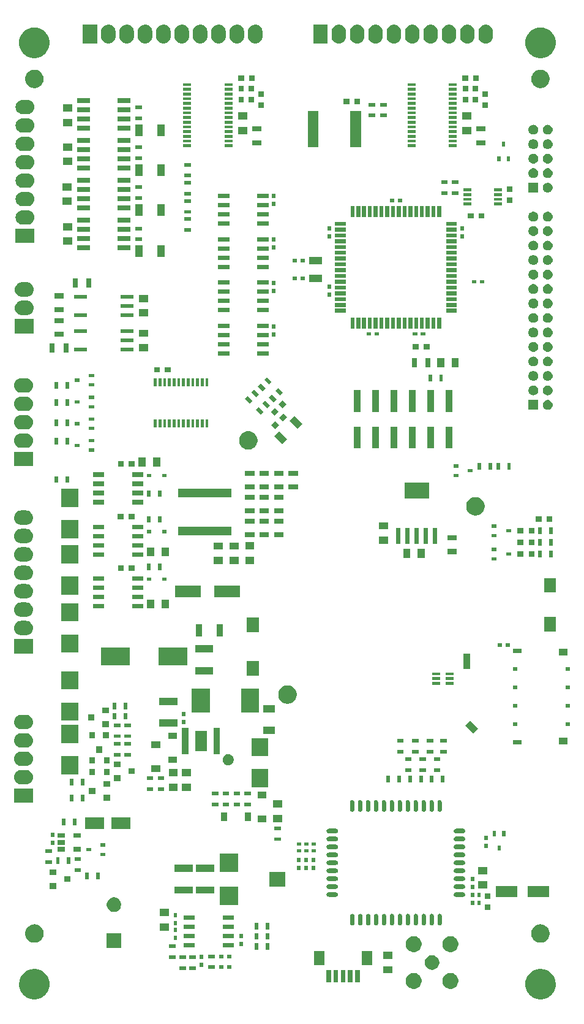
<source format=gbr>
%TF.GenerationSoftware,KiCad,Pcbnew,(5.1.0)-1*%
%TF.CreationDate,2019-03-20T15:23:46+01:00*%
%TF.ProjectId,AcroBoard_Station_GPRS_V04R04_XTAL,4163726f-426f-4617-9264-5f5374617469,rev?*%
%TF.SameCoordinates,Original*%
%TF.FileFunction,Soldermask,Top*%
%TF.FilePolarity,Negative*%
%FSLAX46Y46*%
G04 Gerber Fmt 4.6, Leading zero omitted, Abs format (unit mm)*
G04 Created by KiCad (PCBNEW (5.1.0)-1) date 2019-03-20 15:23:46*
%MOMM*%
%LPD*%
G04 APERTURE LIST*
%ADD10C,0.050000*%
G04 APERTURE END LIST*
D10*
G36*
X125409729Y-152940155D02*
G01*
X125612606Y-152980509D01*
X125994818Y-153138827D01*
X126338799Y-153368668D01*
X126631332Y-153661201D01*
X126861173Y-154005182D01*
X127019491Y-154387394D01*
X127028296Y-154431659D01*
X127071397Y-154648342D01*
X127100200Y-154793148D01*
X127100200Y-155206852D01*
X127019491Y-155612606D01*
X126861173Y-155994818D01*
X126631332Y-156338799D01*
X126338799Y-156631332D01*
X125994818Y-156861173D01*
X125612606Y-157019491D01*
X125409729Y-157059845D01*
X125206853Y-157100200D01*
X124793147Y-157100200D01*
X124590271Y-157059845D01*
X124387394Y-157019491D01*
X124005182Y-156861173D01*
X123661201Y-156631332D01*
X123368668Y-156338799D01*
X123138827Y-155994818D01*
X122980509Y-155612606D01*
X122899800Y-155206852D01*
X122899800Y-154793148D01*
X122928604Y-154648342D01*
X122971704Y-154431659D01*
X122980509Y-154387394D01*
X123138827Y-154005182D01*
X123368668Y-153661201D01*
X123661201Y-153368668D01*
X124005182Y-153138827D01*
X124387394Y-152980509D01*
X124590271Y-152940155D01*
X124793147Y-152899800D01*
X125206853Y-152899800D01*
X125409729Y-152940155D01*
X125409729Y-152940155D01*
G37*
G36*
X55409729Y-152940155D02*
G01*
X55612606Y-152980509D01*
X55994818Y-153138827D01*
X56338799Y-153368668D01*
X56631332Y-153661201D01*
X56861173Y-154005182D01*
X57019491Y-154387394D01*
X57028296Y-154431659D01*
X57071397Y-154648342D01*
X57100200Y-154793148D01*
X57100200Y-155206852D01*
X57019491Y-155612606D01*
X56861173Y-155994818D01*
X56631332Y-156338799D01*
X56338799Y-156631332D01*
X55994818Y-156861173D01*
X55612606Y-157019491D01*
X55409729Y-157059845D01*
X55206853Y-157100200D01*
X54793147Y-157100200D01*
X54590271Y-157059845D01*
X54387394Y-157019491D01*
X54005182Y-156861173D01*
X53661201Y-156631332D01*
X53368668Y-156338799D01*
X53138827Y-155994818D01*
X52980509Y-155612606D01*
X52899800Y-155206852D01*
X52899800Y-154793148D01*
X52928604Y-154648342D01*
X52971704Y-154431659D01*
X52980509Y-154387394D01*
X53138827Y-154005182D01*
X53368668Y-153661201D01*
X53661201Y-153368668D01*
X54005182Y-153138827D01*
X54387394Y-152980509D01*
X54590271Y-152940155D01*
X54793147Y-152899800D01*
X55206853Y-152899800D01*
X55409729Y-152940155D01*
X55409729Y-152940155D01*
G37*
G36*
X107780857Y-153482272D02*
G01*
X107981043Y-153565192D01*
X107981045Y-153565193D01*
X108071738Y-153625792D01*
X108161208Y-153685574D01*
X108314426Y-153838792D01*
X108434808Y-154018957D01*
X108517728Y-154219143D01*
X108560000Y-154431658D01*
X108560000Y-154648342D01*
X108517728Y-154860857D01*
X108434808Y-155061043D01*
X108434807Y-155061045D01*
X108314425Y-155241209D01*
X108161209Y-155394425D01*
X107981045Y-155514807D01*
X107981044Y-155514808D01*
X107981043Y-155514808D01*
X107780857Y-155597728D01*
X107568342Y-155640000D01*
X107351658Y-155640000D01*
X107139143Y-155597728D01*
X106938957Y-155514808D01*
X106938956Y-155514808D01*
X106938955Y-155514807D01*
X106758791Y-155394425D01*
X106605575Y-155241209D01*
X106485193Y-155061045D01*
X106485192Y-155061043D01*
X106402272Y-154860857D01*
X106360000Y-154648342D01*
X106360000Y-154431658D01*
X106402272Y-154219143D01*
X106485192Y-154018957D01*
X106605574Y-153838792D01*
X106758792Y-153685574D01*
X106848262Y-153625792D01*
X106938955Y-153565193D01*
X106938957Y-153565192D01*
X107139143Y-153482272D01*
X107351658Y-153440000D01*
X107568342Y-153440000D01*
X107780857Y-153482272D01*
X107780857Y-153482272D01*
G37*
G36*
X112860857Y-153482272D02*
G01*
X113061043Y-153565192D01*
X113061045Y-153565193D01*
X113151738Y-153625792D01*
X113241208Y-153685574D01*
X113394426Y-153838792D01*
X113514808Y-154018957D01*
X113597728Y-154219143D01*
X113640000Y-154431658D01*
X113640000Y-154648342D01*
X113597728Y-154860857D01*
X113514808Y-155061043D01*
X113514807Y-155061045D01*
X113394425Y-155241209D01*
X113241209Y-155394425D01*
X113061045Y-155514807D01*
X113061044Y-155514808D01*
X113061043Y-155514808D01*
X112860857Y-155597728D01*
X112648342Y-155640000D01*
X112431658Y-155640000D01*
X112219143Y-155597728D01*
X112018957Y-155514808D01*
X112018956Y-155514808D01*
X112018955Y-155514807D01*
X111838791Y-155394425D01*
X111685575Y-155241209D01*
X111565193Y-155061045D01*
X111565192Y-155061043D01*
X111482272Y-154860857D01*
X111440000Y-154648342D01*
X111440000Y-154431658D01*
X111482272Y-154219143D01*
X111565192Y-154018957D01*
X111685574Y-153838792D01*
X111838792Y-153685574D01*
X111928262Y-153625792D01*
X112018955Y-153565193D01*
X112018957Y-153565192D01*
X112219143Y-153482272D01*
X112431658Y-153440000D01*
X112648342Y-153440000D01*
X112860857Y-153482272D01*
X112860857Y-153482272D01*
G37*
G36*
X99026260Y-154725500D02*
G01*
X98376020Y-154725500D01*
X98376020Y-153074500D01*
X99026260Y-153074500D01*
X99026260Y-154725500D01*
X99026260Y-154725500D01*
G37*
G36*
X96023980Y-154725500D02*
G01*
X95373740Y-154725500D01*
X95373740Y-153074500D01*
X96023980Y-153074500D01*
X96023980Y-154725500D01*
X96023980Y-154725500D01*
G37*
G36*
X100026260Y-154725500D02*
G01*
X99376020Y-154725500D01*
X99376020Y-153074500D01*
X100026260Y-153074500D01*
X100026260Y-154725500D01*
X100026260Y-154725500D01*
G37*
G36*
X98025500Y-154725500D02*
G01*
X97375260Y-154725500D01*
X97375260Y-153074500D01*
X98025500Y-153074500D01*
X98025500Y-154725500D01*
X98025500Y-154725500D01*
G37*
G36*
X97024740Y-154725500D02*
G01*
X96374500Y-154725500D01*
X96374500Y-153074500D01*
X97024740Y-153074500D01*
X97024740Y-154725500D01*
X97024740Y-154725500D01*
G37*
G36*
X104525000Y-153500000D02*
G01*
X103275000Y-153500000D01*
X103275000Y-152500000D01*
X104525000Y-152500000D01*
X104525000Y-153500000D01*
X104525000Y-153500000D01*
G37*
G36*
X75950000Y-153000000D02*
G01*
X75050000Y-153000000D01*
X75050000Y-152500000D01*
X75950000Y-152500000D01*
X75950000Y-153000000D01*
X75950000Y-153000000D01*
G37*
G36*
X110227290Y-151025619D02*
G01*
X110291689Y-151038429D01*
X110473678Y-151113811D01*
X110637463Y-151223249D01*
X110776751Y-151362537D01*
X110886189Y-151526322D01*
X110961571Y-151708311D01*
X111000000Y-151901509D01*
X111000000Y-152098491D01*
X110961571Y-152291689D01*
X110886189Y-152473678D01*
X110776751Y-152637463D01*
X110637463Y-152776751D01*
X110473678Y-152886189D01*
X110291689Y-152961571D01*
X110227290Y-152974381D01*
X110098493Y-153000000D01*
X109901507Y-153000000D01*
X109772710Y-152974381D01*
X109708311Y-152961571D01*
X109526322Y-152886189D01*
X109362537Y-152776751D01*
X109223249Y-152637463D01*
X109113811Y-152473678D01*
X109038429Y-152291689D01*
X109000000Y-152098491D01*
X109000000Y-151901509D01*
X109038429Y-151708311D01*
X109113811Y-151526322D01*
X109223249Y-151362537D01*
X109362537Y-151223249D01*
X109526322Y-151113811D01*
X109708311Y-151038429D01*
X109772710Y-151025619D01*
X109901507Y-151000000D01*
X110098493Y-151000000D01*
X110227290Y-151025619D01*
X110227290Y-151025619D01*
G37*
G36*
X77350000Y-153000000D02*
G01*
X76450000Y-153000000D01*
X76450000Y-152500000D01*
X77350000Y-152500000D01*
X77350000Y-153000000D01*
X77350000Y-153000000D01*
G37*
G36*
X82250000Y-152900000D02*
G01*
X81650000Y-152900000D01*
X81650000Y-152400000D01*
X82250000Y-152400000D01*
X82250000Y-152900000D01*
X82250000Y-152900000D01*
G37*
G36*
X81150000Y-152900000D02*
G01*
X80550000Y-152900000D01*
X80550000Y-152400000D01*
X81150000Y-152400000D01*
X81150000Y-152900000D01*
X81150000Y-152900000D01*
G37*
G36*
X79950000Y-152900000D02*
G01*
X79050000Y-152900000D01*
X79050000Y-152400000D01*
X79950000Y-152400000D01*
X79950000Y-152900000D01*
X79950000Y-152900000D01*
G37*
G36*
X78350000Y-152650000D02*
G01*
X77850000Y-152650000D01*
X77850000Y-152050000D01*
X78350000Y-152050000D01*
X78350000Y-152650000D01*
X78350000Y-152650000D01*
G37*
G36*
X95100690Y-152374730D02*
G01*
X93701150Y-152374730D01*
X93701150Y-150375750D01*
X95100690Y-150375750D01*
X95100690Y-152374730D01*
X95100690Y-152374730D01*
G37*
G36*
X101698850Y-152374730D02*
G01*
X100299310Y-152374730D01*
X100299310Y-150375750D01*
X101698850Y-150375750D01*
X101698850Y-152374730D01*
X101698850Y-152374730D01*
G37*
G36*
X78350000Y-151550000D02*
G01*
X77850000Y-151550000D01*
X77850000Y-150950000D01*
X78350000Y-150950000D01*
X78350000Y-151550000D01*
X78350000Y-151550000D01*
G37*
G36*
X75950000Y-151500000D02*
G01*
X75050000Y-151500000D01*
X75050000Y-151000000D01*
X75950000Y-151000000D01*
X75950000Y-151500000D01*
X75950000Y-151500000D01*
G37*
G36*
X104525000Y-151500000D02*
G01*
X103275000Y-151500000D01*
X103275000Y-150500000D01*
X104525000Y-150500000D01*
X104525000Y-151500000D01*
X104525000Y-151500000D01*
G37*
G36*
X77350000Y-151500000D02*
G01*
X76450000Y-151500000D01*
X76450000Y-151000000D01*
X77350000Y-151000000D01*
X77350000Y-151500000D01*
X77350000Y-151500000D01*
G37*
G36*
X74550000Y-151500000D02*
G01*
X73650000Y-151500000D01*
X73650000Y-151000000D01*
X74550000Y-151000000D01*
X74550000Y-151500000D01*
X74550000Y-151500000D01*
G37*
G36*
X81150000Y-151400000D02*
G01*
X80550000Y-151400000D01*
X80550000Y-150900000D01*
X81150000Y-150900000D01*
X81150000Y-151400000D01*
X81150000Y-151400000D01*
G37*
G36*
X82250000Y-151400000D02*
G01*
X81650000Y-151400000D01*
X81650000Y-150900000D01*
X82250000Y-150900000D01*
X82250000Y-151400000D01*
X82250000Y-151400000D01*
G37*
G36*
X79950000Y-151400000D02*
G01*
X79050000Y-151400000D01*
X79050000Y-150900000D01*
X79950000Y-150900000D01*
X79950000Y-151400000D01*
X79950000Y-151400000D01*
G37*
G36*
X107780857Y-148402272D02*
G01*
X107981043Y-148485192D01*
X107981045Y-148485193D01*
X108071738Y-148545792D01*
X108161208Y-148605574D01*
X108314426Y-148758792D01*
X108434808Y-148938957D01*
X108517728Y-149139143D01*
X108560000Y-149351658D01*
X108560000Y-149568342D01*
X108517728Y-149780857D01*
X108434808Y-149981043D01*
X108434807Y-149981045D01*
X108314425Y-150161209D01*
X108161209Y-150314425D01*
X107981045Y-150434807D01*
X107981044Y-150434808D01*
X107981043Y-150434808D01*
X107780857Y-150517728D01*
X107568342Y-150560000D01*
X107351658Y-150560000D01*
X107139143Y-150517728D01*
X106938957Y-150434808D01*
X106938956Y-150434808D01*
X106938955Y-150434807D01*
X106758791Y-150314425D01*
X106605575Y-150161209D01*
X106485193Y-149981045D01*
X106485192Y-149981043D01*
X106402272Y-149780857D01*
X106360000Y-149568342D01*
X106360000Y-149351658D01*
X106402272Y-149139143D01*
X106485192Y-148938957D01*
X106605574Y-148758792D01*
X106758792Y-148605574D01*
X106848262Y-148545792D01*
X106938955Y-148485193D01*
X106938957Y-148485192D01*
X107139143Y-148402272D01*
X107351658Y-148360000D01*
X107568342Y-148360000D01*
X107780857Y-148402272D01*
X107780857Y-148402272D01*
G37*
G36*
X112860857Y-148402272D02*
G01*
X113061043Y-148485192D01*
X113061045Y-148485193D01*
X113151738Y-148545792D01*
X113241208Y-148605574D01*
X113394426Y-148758792D01*
X113514808Y-148938957D01*
X113597728Y-149139143D01*
X113640000Y-149351658D01*
X113640000Y-149568342D01*
X113597728Y-149780857D01*
X113514808Y-149981043D01*
X113514807Y-149981045D01*
X113394425Y-150161209D01*
X113241209Y-150314425D01*
X113061045Y-150434807D01*
X113061044Y-150434808D01*
X113061043Y-150434808D01*
X112860857Y-150517728D01*
X112648342Y-150560000D01*
X112431658Y-150560000D01*
X112219143Y-150517728D01*
X112018957Y-150434808D01*
X112018956Y-150434808D01*
X112018955Y-150434807D01*
X111838791Y-150314425D01*
X111685575Y-150161209D01*
X111565193Y-149981045D01*
X111565192Y-149981043D01*
X111482272Y-149780857D01*
X111440000Y-149568342D01*
X111440000Y-149351658D01*
X111482272Y-149139143D01*
X111565192Y-148938957D01*
X111685574Y-148758792D01*
X111838792Y-148605574D01*
X111928262Y-148545792D01*
X112018955Y-148485193D01*
X112018957Y-148485192D01*
X112219143Y-148402272D01*
X112431658Y-148360000D01*
X112648342Y-148360000D01*
X112860857Y-148402272D01*
X112860857Y-148402272D01*
G37*
G36*
X86000000Y-150250000D02*
G01*
X85500000Y-150250000D01*
X85500000Y-149350000D01*
X86000000Y-149350000D01*
X86000000Y-150250000D01*
X86000000Y-150250000D01*
G37*
G36*
X87500000Y-150250000D02*
G01*
X87000000Y-150250000D01*
X87000000Y-149350000D01*
X87500000Y-149350000D01*
X87500000Y-150250000D01*
X87500000Y-150250000D01*
G37*
G36*
X67000000Y-150000000D02*
G01*
X65000000Y-150000000D01*
X65000000Y-148000000D01*
X67000000Y-148000000D01*
X67000000Y-150000000D01*
X67000000Y-150000000D01*
G37*
G36*
X74550000Y-150000000D02*
G01*
X73650000Y-150000000D01*
X73650000Y-149500000D01*
X74550000Y-149500000D01*
X74550000Y-150000000D01*
X74550000Y-150000000D01*
G37*
G36*
X82604333Y-149895936D02*
G01*
X81054333Y-149895936D01*
X81054333Y-149295936D01*
X82604333Y-149295936D01*
X82604333Y-149895936D01*
X82604333Y-149895936D01*
G37*
G36*
X77204333Y-149895936D02*
G01*
X75654333Y-149895936D01*
X75654333Y-149295936D01*
X77204333Y-149295936D01*
X77204333Y-149895936D01*
X77204333Y-149895936D01*
G37*
G36*
X83850000Y-149750000D02*
G01*
X83350000Y-149750000D01*
X83350000Y-149150000D01*
X83850000Y-149150000D01*
X83850000Y-149750000D01*
X83850000Y-149750000D01*
G37*
G36*
X55187806Y-146742476D02*
G01*
X55370445Y-146778805D01*
X55393027Y-146788159D01*
X55550784Y-146853504D01*
X55601571Y-146874541D01*
X55809578Y-147013527D01*
X55986473Y-147190422D01*
X56125459Y-147398429D01*
X56221195Y-147629555D01*
X56270000Y-147874916D01*
X56270000Y-148125084D01*
X56221195Y-148370445D01*
X56125459Y-148601571D01*
X55986473Y-148809578D01*
X55809578Y-148986473D01*
X55601571Y-149125459D01*
X55601570Y-149125460D01*
X55601569Y-149125460D01*
X55568535Y-149139143D01*
X55370445Y-149221195D01*
X55247765Y-149245597D01*
X55125085Y-149270000D01*
X54874915Y-149270000D01*
X54752235Y-149245597D01*
X54629555Y-149221195D01*
X54431465Y-149139143D01*
X54398431Y-149125460D01*
X54398430Y-149125460D01*
X54398429Y-149125459D01*
X54190422Y-148986473D01*
X54013527Y-148809578D01*
X53874541Y-148601571D01*
X53778805Y-148370445D01*
X53730000Y-148125084D01*
X53730000Y-147874916D01*
X53778805Y-147629555D01*
X53874541Y-147398429D01*
X54013527Y-147190422D01*
X54190422Y-147013527D01*
X54398429Y-146874541D01*
X54449217Y-146853504D01*
X54606973Y-146788159D01*
X54629555Y-146778805D01*
X54812194Y-146742476D01*
X54874915Y-146730000D01*
X55125085Y-146730000D01*
X55187806Y-146742476D01*
X55187806Y-146742476D01*
G37*
G36*
X125187806Y-146742476D02*
G01*
X125370445Y-146778805D01*
X125393027Y-146788159D01*
X125550784Y-146853504D01*
X125601571Y-146874541D01*
X125809578Y-147013527D01*
X125986473Y-147190422D01*
X126125459Y-147398429D01*
X126221195Y-147629555D01*
X126270000Y-147874916D01*
X126270000Y-148125084D01*
X126221195Y-148370445D01*
X126125459Y-148601571D01*
X125986473Y-148809578D01*
X125809578Y-148986473D01*
X125601571Y-149125459D01*
X125601570Y-149125460D01*
X125601569Y-149125460D01*
X125568535Y-149139143D01*
X125370445Y-149221195D01*
X125247765Y-149245597D01*
X125125085Y-149270000D01*
X124874915Y-149270000D01*
X124752235Y-149245597D01*
X124629555Y-149221195D01*
X124431465Y-149139143D01*
X124398431Y-149125460D01*
X124398430Y-149125460D01*
X124398429Y-149125459D01*
X124190422Y-148986473D01*
X124013527Y-148809578D01*
X123874541Y-148601571D01*
X123778805Y-148370445D01*
X123730000Y-148125084D01*
X123730000Y-147874916D01*
X123778805Y-147629555D01*
X123874541Y-147398429D01*
X124013527Y-147190422D01*
X124190422Y-147013527D01*
X124398429Y-146874541D01*
X124449217Y-146853504D01*
X124606973Y-146788159D01*
X124629555Y-146778805D01*
X124812194Y-146742476D01*
X124874915Y-146730000D01*
X125125085Y-146730000D01*
X125187806Y-146742476D01*
X125187806Y-146742476D01*
G37*
G36*
X74750000Y-148900000D02*
G01*
X74250000Y-148900000D01*
X74250000Y-148300000D01*
X74750000Y-148300000D01*
X74750000Y-148900000D01*
X74750000Y-148900000D01*
G37*
G36*
X87500000Y-148850000D02*
G01*
X87000000Y-148850000D01*
X87000000Y-147950000D01*
X87500000Y-147950000D01*
X87500000Y-148850000D01*
X87500000Y-148850000D01*
G37*
G36*
X86000000Y-148850000D02*
G01*
X85500000Y-148850000D01*
X85500000Y-147950000D01*
X86000000Y-147950000D01*
X86000000Y-148850000D01*
X86000000Y-148850000D01*
G37*
G36*
X83850000Y-148650000D02*
G01*
X83350000Y-148650000D01*
X83350000Y-148050000D01*
X83850000Y-148050000D01*
X83850000Y-148650000D01*
X83850000Y-148650000D01*
G37*
G36*
X82604333Y-148625936D02*
G01*
X81054333Y-148625936D01*
X81054333Y-148025936D01*
X82604333Y-148025936D01*
X82604333Y-148625936D01*
X82604333Y-148625936D01*
G37*
G36*
X77204333Y-148625936D02*
G01*
X75654333Y-148625936D01*
X75654333Y-148025936D01*
X77204333Y-148025936D01*
X77204333Y-148625936D01*
X77204333Y-148625936D01*
G37*
G36*
X74750000Y-147800000D02*
G01*
X74250000Y-147800000D01*
X74250000Y-147200000D01*
X74750000Y-147200000D01*
X74750000Y-147800000D01*
X74750000Y-147800000D01*
G37*
G36*
X73625000Y-147600000D02*
G01*
X72375000Y-147600000D01*
X72375000Y-146600000D01*
X73625000Y-146600000D01*
X73625000Y-147600000D01*
X73625000Y-147600000D01*
G37*
G36*
X87500000Y-147450000D02*
G01*
X87000000Y-147450000D01*
X87000000Y-146550000D01*
X87500000Y-146550000D01*
X87500000Y-147450000D01*
X87500000Y-147450000D01*
G37*
G36*
X86000000Y-147450000D02*
G01*
X85500000Y-147450000D01*
X85500000Y-146550000D01*
X86000000Y-146550000D01*
X86000000Y-147450000D01*
X86000000Y-147450000D01*
G37*
G36*
X77204333Y-147355936D02*
G01*
X75654333Y-147355936D01*
X75654333Y-146755936D01*
X77204333Y-146755936D01*
X77204333Y-147355936D01*
X77204333Y-147355936D01*
G37*
G36*
X82604333Y-147355936D02*
G01*
X81054333Y-147355936D01*
X81054333Y-146755936D01*
X82604333Y-146755936D01*
X82604333Y-147355936D01*
X82604333Y-147355936D01*
G37*
G36*
X109969603Y-145275480D02*
G01*
X110008810Y-145279341D01*
X110065360Y-145296496D01*
X110065363Y-145296497D01*
X110117476Y-145324352D01*
X110163158Y-145361842D01*
X110200648Y-145407524D01*
X110228503Y-145459637D01*
X110228504Y-145459640D01*
X110245659Y-145516190D01*
X110250000Y-145560267D01*
X110250000Y-146589733D01*
X110245659Y-146633810D01*
X110228504Y-146690359D01*
X110228503Y-146690363D01*
X110200648Y-146742476D01*
X110163159Y-146788157D01*
X110117475Y-146825648D01*
X110065362Y-146853503D01*
X110065359Y-146853504D01*
X110008809Y-146870659D01*
X109950000Y-146876451D01*
X109949999Y-146876451D01*
X109930397Y-146874520D01*
X109891190Y-146870659D01*
X109834640Y-146853504D01*
X109834637Y-146853503D01*
X109782524Y-146825648D01*
X109736843Y-146788159D01*
X109729167Y-146778805D01*
X109699353Y-146742476D01*
X109671498Y-146690363D01*
X109671497Y-146690362D01*
X109671496Y-146690359D01*
X109654341Y-146633809D01*
X109650000Y-146589732D01*
X109650001Y-145560267D01*
X109654342Y-145516190D01*
X109671497Y-145459640D01*
X109671498Y-145459637D01*
X109699353Y-145407524D01*
X109736843Y-145361842D01*
X109782525Y-145324352D01*
X109834638Y-145296497D01*
X109834641Y-145296496D01*
X109891191Y-145279341D01*
X109950000Y-145273549D01*
X109950001Y-145273549D01*
X109969603Y-145275480D01*
X109969603Y-145275480D01*
G37*
G36*
X111069603Y-145275480D02*
G01*
X111108810Y-145279341D01*
X111165360Y-145296496D01*
X111165363Y-145296497D01*
X111217476Y-145324352D01*
X111263158Y-145361842D01*
X111300648Y-145407524D01*
X111328503Y-145459637D01*
X111328504Y-145459640D01*
X111345659Y-145516190D01*
X111350000Y-145560267D01*
X111350000Y-146589733D01*
X111345659Y-146633810D01*
X111328504Y-146690359D01*
X111328503Y-146690363D01*
X111300648Y-146742476D01*
X111263159Y-146788157D01*
X111217475Y-146825648D01*
X111165362Y-146853503D01*
X111165359Y-146853504D01*
X111108809Y-146870659D01*
X111050000Y-146876451D01*
X111049999Y-146876451D01*
X111030397Y-146874520D01*
X110991190Y-146870659D01*
X110934640Y-146853504D01*
X110934637Y-146853503D01*
X110882524Y-146825648D01*
X110836843Y-146788159D01*
X110829167Y-146778805D01*
X110799353Y-146742476D01*
X110771498Y-146690363D01*
X110771497Y-146690362D01*
X110771496Y-146690359D01*
X110754341Y-146633809D01*
X110750000Y-146589732D01*
X110750001Y-145560267D01*
X110754342Y-145516190D01*
X110771497Y-145459640D01*
X110771498Y-145459637D01*
X110799353Y-145407524D01*
X110836843Y-145361842D01*
X110882525Y-145324352D01*
X110934638Y-145296497D01*
X110934641Y-145296496D01*
X110991191Y-145279341D01*
X111050000Y-145273549D01*
X111050001Y-145273549D01*
X111069603Y-145275480D01*
X111069603Y-145275480D01*
G37*
G36*
X108869603Y-145275480D02*
G01*
X108908810Y-145279341D01*
X108965360Y-145296496D01*
X108965363Y-145296497D01*
X109017476Y-145324352D01*
X109063158Y-145361842D01*
X109100648Y-145407524D01*
X109128503Y-145459637D01*
X109128504Y-145459640D01*
X109145659Y-145516190D01*
X109150000Y-145560267D01*
X109150000Y-146589733D01*
X109145659Y-146633810D01*
X109128504Y-146690359D01*
X109128503Y-146690363D01*
X109100648Y-146742476D01*
X109063159Y-146788157D01*
X109017475Y-146825648D01*
X108965362Y-146853503D01*
X108965359Y-146853504D01*
X108908809Y-146870659D01*
X108850000Y-146876451D01*
X108849999Y-146876451D01*
X108830397Y-146874520D01*
X108791190Y-146870659D01*
X108734640Y-146853504D01*
X108734637Y-146853503D01*
X108682524Y-146825648D01*
X108636843Y-146788159D01*
X108629167Y-146778805D01*
X108599353Y-146742476D01*
X108571498Y-146690363D01*
X108571497Y-146690362D01*
X108571496Y-146690359D01*
X108554341Y-146633809D01*
X108550000Y-146589732D01*
X108550001Y-145560267D01*
X108554342Y-145516190D01*
X108571497Y-145459640D01*
X108571498Y-145459637D01*
X108599353Y-145407524D01*
X108636843Y-145361842D01*
X108682525Y-145324352D01*
X108734638Y-145296497D01*
X108734641Y-145296496D01*
X108791191Y-145279341D01*
X108850000Y-145273549D01*
X108850001Y-145273549D01*
X108869603Y-145275480D01*
X108869603Y-145275480D01*
G37*
G36*
X107769603Y-145275480D02*
G01*
X107808810Y-145279341D01*
X107865360Y-145296496D01*
X107865363Y-145296497D01*
X107917476Y-145324352D01*
X107963158Y-145361842D01*
X108000648Y-145407524D01*
X108028503Y-145459637D01*
X108028504Y-145459640D01*
X108045659Y-145516190D01*
X108050000Y-145560267D01*
X108050000Y-146589733D01*
X108045659Y-146633810D01*
X108028504Y-146690359D01*
X108028503Y-146690363D01*
X108000648Y-146742476D01*
X107963159Y-146788157D01*
X107917475Y-146825648D01*
X107865362Y-146853503D01*
X107865359Y-146853504D01*
X107808809Y-146870659D01*
X107750000Y-146876451D01*
X107749999Y-146876451D01*
X107730397Y-146874520D01*
X107691190Y-146870659D01*
X107634640Y-146853504D01*
X107634637Y-146853503D01*
X107582524Y-146825648D01*
X107536843Y-146788159D01*
X107529167Y-146778805D01*
X107499353Y-146742476D01*
X107471498Y-146690363D01*
X107471497Y-146690362D01*
X107471496Y-146690359D01*
X107454341Y-146633809D01*
X107450000Y-146589732D01*
X107450001Y-145560267D01*
X107454342Y-145516190D01*
X107471497Y-145459640D01*
X107471498Y-145459637D01*
X107499353Y-145407524D01*
X107536843Y-145361842D01*
X107582525Y-145324352D01*
X107634638Y-145296497D01*
X107634641Y-145296496D01*
X107691191Y-145279341D01*
X107750000Y-145273549D01*
X107750001Y-145273549D01*
X107769603Y-145275480D01*
X107769603Y-145275480D01*
G37*
G36*
X106669603Y-145275480D02*
G01*
X106708810Y-145279341D01*
X106765360Y-145296496D01*
X106765363Y-145296497D01*
X106817476Y-145324352D01*
X106863158Y-145361842D01*
X106900648Y-145407524D01*
X106928503Y-145459637D01*
X106928504Y-145459640D01*
X106945659Y-145516190D01*
X106950000Y-145560267D01*
X106950000Y-146589733D01*
X106945659Y-146633810D01*
X106928504Y-146690359D01*
X106928503Y-146690363D01*
X106900648Y-146742476D01*
X106863159Y-146788157D01*
X106817475Y-146825648D01*
X106765362Y-146853503D01*
X106765359Y-146853504D01*
X106708809Y-146870659D01*
X106650000Y-146876451D01*
X106649999Y-146876451D01*
X106630397Y-146874520D01*
X106591190Y-146870659D01*
X106534640Y-146853504D01*
X106534637Y-146853503D01*
X106482524Y-146825648D01*
X106436843Y-146788159D01*
X106429167Y-146778805D01*
X106399353Y-146742476D01*
X106371498Y-146690363D01*
X106371497Y-146690362D01*
X106371496Y-146690359D01*
X106354341Y-146633809D01*
X106350000Y-146589732D01*
X106350001Y-145560267D01*
X106354342Y-145516190D01*
X106371497Y-145459640D01*
X106371498Y-145459637D01*
X106399353Y-145407524D01*
X106436843Y-145361842D01*
X106482525Y-145324352D01*
X106534638Y-145296497D01*
X106534641Y-145296496D01*
X106591191Y-145279341D01*
X106650000Y-145273549D01*
X106650001Y-145273549D01*
X106669603Y-145275480D01*
X106669603Y-145275480D01*
G37*
G36*
X105569603Y-145275480D02*
G01*
X105608810Y-145279341D01*
X105665360Y-145296496D01*
X105665363Y-145296497D01*
X105717476Y-145324352D01*
X105763158Y-145361842D01*
X105800648Y-145407524D01*
X105828503Y-145459637D01*
X105828504Y-145459640D01*
X105845659Y-145516190D01*
X105850000Y-145560267D01*
X105850000Y-146589733D01*
X105845659Y-146633810D01*
X105828504Y-146690359D01*
X105828503Y-146690363D01*
X105800648Y-146742476D01*
X105763159Y-146788157D01*
X105717475Y-146825648D01*
X105665362Y-146853503D01*
X105665359Y-146853504D01*
X105608809Y-146870659D01*
X105550000Y-146876451D01*
X105549999Y-146876451D01*
X105530397Y-146874520D01*
X105491190Y-146870659D01*
X105434640Y-146853504D01*
X105434637Y-146853503D01*
X105382524Y-146825648D01*
X105336843Y-146788159D01*
X105329167Y-146778805D01*
X105299353Y-146742476D01*
X105271498Y-146690363D01*
X105271497Y-146690362D01*
X105271496Y-146690359D01*
X105254341Y-146633809D01*
X105250000Y-146589732D01*
X105250001Y-145560267D01*
X105254342Y-145516190D01*
X105271497Y-145459640D01*
X105271498Y-145459637D01*
X105299353Y-145407524D01*
X105336843Y-145361842D01*
X105382525Y-145324352D01*
X105434638Y-145296497D01*
X105434641Y-145296496D01*
X105491191Y-145279341D01*
X105550000Y-145273549D01*
X105550001Y-145273549D01*
X105569603Y-145275480D01*
X105569603Y-145275480D01*
G37*
G36*
X103369603Y-145275480D02*
G01*
X103408810Y-145279341D01*
X103465360Y-145296496D01*
X103465363Y-145296497D01*
X103517476Y-145324352D01*
X103563158Y-145361842D01*
X103600648Y-145407524D01*
X103628503Y-145459637D01*
X103628504Y-145459640D01*
X103645659Y-145516190D01*
X103650000Y-145560267D01*
X103650000Y-146589733D01*
X103645659Y-146633810D01*
X103628504Y-146690359D01*
X103628503Y-146690363D01*
X103600648Y-146742476D01*
X103563159Y-146788157D01*
X103517475Y-146825648D01*
X103465362Y-146853503D01*
X103465359Y-146853504D01*
X103408809Y-146870659D01*
X103350000Y-146876451D01*
X103349999Y-146876451D01*
X103330397Y-146874520D01*
X103291190Y-146870659D01*
X103234640Y-146853504D01*
X103234637Y-146853503D01*
X103182524Y-146825648D01*
X103136843Y-146788159D01*
X103129167Y-146778805D01*
X103099353Y-146742476D01*
X103071498Y-146690363D01*
X103071497Y-146690362D01*
X103071496Y-146690359D01*
X103054341Y-146633809D01*
X103050000Y-146589732D01*
X103050001Y-145560267D01*
X103054342Y-145516190D01*
X103071497Y-145459640D01*
X103071498Y-145459637D01*
X103099353Y-145407524D01*
X103136843Y-145361842D01*
X103182525Y-145324352D01*
X103234638Y-145296497D01*
X103234641Y-145296496D01*
X103291191Y-145279341D01*
X103350000Y-145273549D01*
X103350001Y-145273549D01*
X103369603Y-145275480D01*
X103369603Y-145275480D01*
G37*
G36*
X104469603Y-145275480D02*
G01*
X104508810Y-145279341D01*
X104565360Y-145296496D01*
X104565363Y-145296497D01*
X104617476Y-145324352D01*
X104663158Y-145361842D01*
X104700648Y-145407524D01*
X104728503Y-145459637D01*
X104728504Y-145459640D01*
X104745659Y-145516190D01*
X104750000Y-145560267D01*
X104750000Y-146589733D01*
X104745659Y-146633810D01*
X104728504Y-146690359D01*
X104728503Y-146690363D01*
X104700648Y-146742476D01*
X104663159Y-146788157D01*
X104617475Y-146825648D01*
X104565362Y-146853503D01*
X104565359Y-146853504D01*
X104508809Y-146870659D01*
X104450000Y-146876451D01*
X104449999Y-146876451D01*
X104430397Y-146874520D01*
X104391190Y-146870659D01*
X104334640Y-146853504D01*
X104334637Y-146853503D01*
X104282524Y-146825648D01*
X104236843Y-146788159D01*
X104229167Y-146778805D01*
X104199353Y-146742476D01*
X104171498Y-146690363D01*
X104171497Y-146690362D01*
X104171496Y-146690359D01*
X104154341Y-146633809D01*
X104150000Y-146589732D01*
X104150001Y-145560267D01*
X104154342Y-145516190D01*
X104171497Y-145459640D01*
X104171498Y-145459637D01*
X104199353Y-145407524D01*
X104236843Y-145361842D01*
X104282525Y-145324352D01*
X104334638Y-145296497D01*
X104334641Y-145296496D01*
X104391191Y-145279341D01*
X104450000Y-145273549D01*
X104450001Y-145273549D01*
X104469603Y-145275480D01*
X104469603Y-145275480D01*
G37*
G36*
X101169603Y-145275480D02*
G01*
X101208810Y-145279341D01*
X101265360Y-145296496D01*
X101265363Y-145296497D01*
X101317476Y-145324352D01*
X101363158Y-145361842D01*
X101400648Y-145407524D01*
X101428503Y-145459637D01*
X101428504Y-145459640D01*
X101445659Y-145516190D01*
X101450000Y-145560267D01*
X101450000Y-146589733D01*
X101445659Y-146633810D01*
X101428504Y-146690359D01*
X101428503Y-146690363D01*
X101400648Y-146742476D01*
X101363159Y-146788157D01*
X101317475Y-146825648D01*
X101265362Y-146853503D01*
X101265359Y-146853504D01*
X101208809Y-146870659D01*
X101150000Y-146876451D01*
X101149999Y-146876451D01*
X101130397Y-146874520D01*
X101091190Y-146870659D01*
X101034640Y-146853504D01*
X101034637Y-146853503D01*
X100982524Y-146825648D01*
X100936843Y-146788159D01*
X100929167Y-146778805D01*
X100899353Y-146742476D01*
X100871498Y-146690363D01*
X100871497Y-146690362D01*
X100871496Y-146690359D01*
X100854341Y-146633809D01*
X100850000Y-146589732D01*
X100850001Y-145560267D01*
X100854342Y-145516190D01*
X100871497Y-145459640D01*
X100871498Y-145459637D01*
X100899353Y-145407524D01*
X100936843Y-145361842D01*
X100982525Y-145324352D01*
X101034638Y-145296497D01*
X101034641Y-145296496D01*
X101091191Y-145279341D01*
X101150000Y-145273549D01*
X101150001Y-145273549D01*
X101169603Y-145275480D01*
X101169603Y-145275480D01*
G37*
G36*
X98969603Y-145275480D02*
G01*
X99008810Y-145279341D01*
X99065360Y-145296496D01*
X99065363Y-145296497D01*
X99117476Y-145324352D01*
X99163158Y-145361842D01*
X99200648Y-145407524D01*
X99228503Y-145459637D01*
X99228504Y-145459640D01*
X99245659Y-145516190D01*
X99250000Y-145560267D01*
X99250000Y-146589733D01*
X99245659Y-146633810D01*
X99228504Y-146690359D01*
X99228503Y-146690363D01*
X99200648Y-146742476D01*
X99163159Y-146788157D01*
X99117475Y-146825648D01*
X99065362Y-146853503D01*
X99065359Y-146853504D01*
X99008809Y-146870659D01*
X98950000Y-146876451D01*
X98949999Y-146876451D01*
X98930397Y-146874520D01*
X98891190Y-146870659D01*
X98834640Y-146853504D01*
X98834637Y-146853503D01*
X98782524Y-146825648D01*
X98736843Y-146788159D01*
X98729167Y-146778805D01*
X98699353Y-146742476D01*
X98671498Y-146690363D01*
X98671497Y-146690362D01*
X98671496Y-146690359D01*
X98654341Y-146633809D01*
X98650000Y-146589732D01*
X98650001Y-145560267D01*
X98654342Y-145516190D01*
X98671497Y-145459640D01*
X98671498Y-145459637D01*
X98699353Y-145407524D01*
X98736843Y-145361842D01*
X98782525Y-145324352D01*
X98834638Y-145296497D01*
X98834641Y-145296496D01*
X98891191Y-145279341D01*
X98950000Y-145273549D01*
X98950001Y-145273549D01*
X98969603Y-145275480D01*
X98969603Y-145275480D01*
G37*
G36*
X102269603Y-145275480D02*
G01*
X102308810Y-145279341D01*
X102365360Y-145296496D01*
X102365363Y-145296497D01*
X102417476Y-145324352D01*
X102463158Y-145361842D01*
X102500648Y-145407524D01*
X102528503Y-145459637D01*
X102528504Y-145459640D01*
X102545659Y-145516190D01*
X102550000Y-145560267D01*
X102550000Y-146589733D01*
X102545659Y-146633810D01*
X102528504Y-146690359D01*
X102528503Y-146690363D01*
X102500648Y-146742476D01*
X102463159Y-146788157D01*
X102417475Y-146825648D01*
X102365362Y-146853503D01*
X102365359Y-146853504D01*
X102308809Y-146870659D01*
X102250000Y-146876451D01*
X102249999Y-146876451D01*
X102230397Y-146874520D01*
X102191190Y-146870659D01*
X102134640Y-146853504D01*
X102134637Y-146853503D01*
X102082524Y-146825648D01*
X102036843Y-146788159D01*
X102029167Y-146778805D01*
X101999353Y-146742476D01*
X101971498Y-146690363D01*
X101971497Y-146690362D01*
X101971496Y-146690359D01*
X101954341Y-146633809D01*
X101950000Y-146589732D01*
X101950001Y-145560267D01*
X101954342Y-145516190D01*
X101971497Y-145459640D01*
X101971498Y-145459637D01*
X101999353Y-145407524D01*
X102036843Y-145361842D01*
X102082525Y-145324352D01*
X102134638Y-145296497D01*
X102134641Y-145296496D01*
X102191191Y-145279341D01*
X102250000Y-145273549D01*
X102250001Y-145273549D01*
X102269603Y-145275480D01*
X102269603Y-145275480D01*
G37*
G36*
X100069603Y-145275480D02*
G01*
X100108810Y-145279341D01*
X100165360Y-145296496D01*
X100165363Y-145296497D01*
X100217476Y-145324352D01*
X100263158Y-145361842D01*
X100300648Y-145407524D01*
X100328503Y-145459637D01*
X100328504Y-145459640D01*
X100345659Y-145516190D01*
X100350000Y-145560267D01*
X100350000Y-146589733D01*
X100345659Y-146633810D01*
X100328504Y-146690359D01*
X100328503Y-146690363D01*
X100300648Y-146742476D01*
X100263159Y-146788157D01*
X100217475Y-146825648D01*
X100165362Y-146853503D01*
X100165359Y-146853504D01*
X100108809Y-146870659D01*
X100050000Y-146876451D01*
X100049999Y-146876451D01*
X100030397Y-146874520D01*
X99991190Y-146870659D01*
X99934640Y-146853504D01*
X99934637Y-146853503D01*
X99882524Y-146825648D01*
X99836843Y-146788159D01*
X99829167Y-146778805D01*
X99799353Y-146742476D01*
X99771498Y-146690363D01*
X99771497Y-146690362D01*
X99771496Y-146690359D01*
X99754341Y-146633809D01*
X99750000Y-146589732D01*
X99750001Y-145560267D01*
X99754342Y-145516190D01*
X99771497Y-145459640D01*
X99771498Y-145459637D01*
X99799353Y-145407524D01*
X99836843Y-145361842D01*
X99882525Y-145324352D01*
X99934638Y-145296497D01*
X99934641Y-145296496D01*
X99991191Y-145279341D01*
X100050000Y-145273549D01*
X100050001Y-145273549D01*
X100069603Y-145275480D01*
X100069603Y-145275480D01*
G37*
G36*
X74750000Y-146850000D02*
G01*
X74250000Y-146850000D01*
X74250000Y-146250000D01*
X74750000Y-146250000D01*
X74750000Y-146850000D01*
X74750000Y-146850000D01*
G37*
G36*
X77204333Y-146085936D02*
G01*
X75654333Y-146085936D01*
X75654333Y-145485936D01*
X77204333Y-145485936D01*
X77204333Y-146085936D01*
X77204333Y-146085936D01*
G37*
G36*
X82604333Y-146085936D02*
G01*
X81054333Y-146085936D01*
X81054333Y-145485936D01*
X82604333Y-145485936D01*
X82604333Y-146085936D01*
X82604333Y-146085936D01*
G37*
G36*
X74750000Y-145750000D02*
G01*
X74250000Y-145750000D01*
X74250000Y-145150000D01*
X74750000Y-145150000D01*
X74750000Y-145750000D01*
X74750000Y-145750000D01*
G37*
G36*
X73625000Y-145600000D02*
G01*
X72375000Y-145600000D01*
X72375000Y-144600000D01*
X73625000Y-144600000D01*
X73625000Y-145600000D01*
X73625000Y-145600000D01*
G37*
G36*
X66227290Y-143025619D02*
G01*
X66291689Y-143038429D01*
X66473678Y-143113811D01*
X66637463Y-143223249D01*
X66776751Y-143362537D01*
X66886189Y-143526322D01*
X66961571Y-143708311D01*
X67000000Y-143901509D01*
X67000000Y-144098491D01*
X66961571Y-144291689D01*
X66886189Y-144473678D01*
X66776751Y-144637463D01*
X66637463Y-144776751D01*
X66473678Y-144886189D01*
X66291689Y-144961571D01*
X66227290Y-144974381D01*
X66098493Y-145000000D01*
X65901507Y-145000000D01*
X65772710Y-144974381D01*
X65708311Y-144961571D01*
X65526322Y-144886189D01*
X65362537Y-144776751D01*
X65223249Y-144637463D01*
X65113811Y-144473678D01*
X65038429Y-144291689D01*
X65000000Y-144098491D01*
X65000000Y-143901509D01*
X65038429Y-143708311D01*
X65113811Y-143526322D01*
X65223249Y-143362537D01*
X65362537Y-143223249D01*
X65526322Y-143113811D01*
X65708311Y-143038429D01*
X65772710Y-143025619D01*
X65901507Y-143000000D01*
X66098493Y-143000000D01*
X66227290Y-143025619D01*
X66227290Y-143025619D01*
G37*
G36*
X118075000Y-144750000D02*
G01*
X117325000Y-144750000D01*
X117325000Y-143950000D01*
X118075000Y-143950000D01*
X118075000Y-144750000D01*
X118075000Y-144750000D01*
G37*
G36*
X83179333Y-144065936D02*
G01*
X80679333Y-144065936D01*
X80679333Y-141515936D01*
X83179333Y-141515936D01*
X83179333Y-144065936D01*
X83179333Y-144065936D01*
G37*
G36*
X115850000Y-144050000D02*
G01*
X115350000Y-144050000D01*
X115350000Y-143450000D01*
X115850000Y-143450000D01*
X115850000Y-144050000D01*
X115850000Y-144050000D01*
G37*
G36*
X116750000Y-144050000D02*
G01*
X116250000Y-144050000D01*
X116250000Y-143450000D01*
X116750000Y-143450000D01*
X116750000Y-144050000D01*
X116750000Y-144050000D01*
G37*
G36*
X118075000Y-143250000D02*
G01*
X117325000Y-143250000D01*
X117325000Y-142450000D01*
X118075000Y-142450000D01*
X118075000Y-143250000D01*
X118075000Y-143250000D01*
G37*
G36*
X121800000Y-143000000D02*
G01*
X118800000Y-143000000D01*
X118800000Y-141400000D01*
X121800000Y-141400000D01*
X121800000Y-143000000D01*
X121800000Y-143000000D01*
G37*
G36*
X126200000Y-143000000D02*
G01*
X123200000Y-143000000D01*
X123200000Y-141400000D01*
X126200000Y-141400000D01*
X126200000Y-143000000D01*
X126200000Y-143000000D01*
G37*
G36*
X116750000Y-142950000D02*
G01*
X116250000Y-142950000D01*
X116250000Y-142350000D01*
X116750000Y-142350000D01*
X116750000Y-142950000D01*
X116750000Y-142950000D01*
G37*
G36*
X115850000Y-142950000D02*
G01*
X115350000Y-142950000D01*
X115350000Y-142350000D01*
X115850000Y-142350000D01*
X115850000Y-142950000D01*
X115850000Y-142950000D01*
G37*
G36*
X96729425Y-142326447D02*
G01*
X96758810Y-142329341D01*
X96815360Y-142346496D01*
X96815363Y-142346497D01*
X96867476Y-142374352D01*
X96913158Y-142411842D01*
X96950648Y-142457524D01*
X96978503Y-142509637D01*
X96978504Y-142509640D01*
X96995659Y-142566190D01*
X97001451Y-142625000D01*
X96995659Y-142683810D01*
X96978504Y-142740360D01*
X96978503Y-142740363D01*
X96950648Y-142792476D01*
X96913158Y-142838158D01*
X96867476Y-142875648D01*
X96815363Y-142903503D01*
X96815360Y-142903504D01*
X96758810Y-142920659D01*
X96729425Y-142923553D01*
X96714734Y-142925000D01*
X95685266Y-142925000D01*
X95670575Y-142923553D01*
X95641190Y-142920659D01*
X95584640Y-142903504D01*
X95584637Y-142903503D01*
X95532524Y-142875648D01*
X95486842Y-142838158D01*
X95449352Y-142792476D01*
X95421497Y-142740363D01*
X95421496Y-142740360D01*
X95404341Y-142683810D01*
X95398549Y-142625000D01*
X95404341Y-142566190D01*
X95421496Y-142509640D01*
X95421497Y-142509637D01*
X95449352Y-142457524D01*
X95486842Y-142411842D01*
X95532524Y-142374352D01*
X95584637Y-142346497D01*
X95584640Y-142346496D01*
X95641190Y-142329341D01*
X95670575Y-142326447D01*
X95685266Y-142325000D01*
X96714734Y-142325000D01*
X96729425Y-142326447D01*
X96729425Y-142326447D01*
G37*
G36*
X114329425Y-142326447D02*
G01*
X114358810Y-142329341D01*
X114415360Y-142346496D01*
X114415363Y-142346497D01*
X114467476Y-142374352D01*
X114513158Y-142411842D01*
X114550648Y-142457524D01*
X114578503Y-142509637D01*
X114578504Y-142509640D01*
X114595659Y-142566190D01*
X114601451Y-142625000D01*
X114595659Y-142683810D01*
X114578504Y-142740360D01*
X114578503Y-142740363D01*
X114550648Y-142792476D01*
X114513158Y-142838158D01*
X114467476Y-142875648D01*
X114415363Y-142903503D01*
X114415360Y-142903504D01*
X114358810Y-142920659D01*
X114329425Y-142923553D01*
X114314734Y-142925000D01*
X113285266Y-142925000D01*
X113270575Y-142923553D01*
X113241190Y-142920659D01*
X113184640Y-142903504D01*
X113184637Y-142903503D01*
X113132524Y-142875648D01*
X113086842Y-142838158D01*
X113049352Y-142792476D01*
X113021497Y-142740363D01*
X113021496Y-142740360D01*
X113004341Y-142683810D01*
X112998549Y-142625000D01*
X113004341Y-142566190D01*
X113021496Y-142509640D01*
X113021497Y-142509637D01*
X113049352Y-142457524D01*
X113086842Y-142411842D01*
X113132524Y-142374352D01*
X113184637Y-142346497D01*
X113184640Y-142346496D01*
X113241190Y-142329341D01*
X113270575Y-142326447D01*
X113285266Y-142325000D01*
X114314734Y-142325000D01*
X114329425Y-142326447D01*
X114329425Y-142326447D01*
G37*
G36*
X79879333Y-142490936D02*
G01*
X77379333Y-142490936D01*
X77379333Y-141490936D01*
X79879333Y-141490936D01*
X79879333Y-142490936D01*
X79879333Y-142490936D01*
G37*
G36*
X76879333Y-142490936D02*
G01*
X74379333Y-142490936D01*
X74379333Y-141490936D01*
X76879333Y-141490936D01*
X76879333Y-142490936D01*
X76879333Y-142490936D01*
G37*
G36*
X115850000Y-141850000D02*
G01*
X115350000Y-141850000D01*
X115350000Y-141250000D01*
X115850000Y-141250000D01*
X115850000Y-141850000D01*
X115850000Y-141850000D01*
G37*
G36*
X58000000Y-141830000D02*
G01*
X57100000Y-141830000D01*
X57100000Y-141030000D01*
X58000000Y-141030000D01*
X58000000Y-141830000D01*
X58000000Y-141830000D01*
G37*
G36*
X96729425Y-141226447D02*
G01*
X96758810Y-141229341D01*
X96815360Y-141246496D01*
X96815363Y-141246497D01*
X96867476Y-141274352D01*
X96913158Y-141311842D01*
X96950648Y-141357524D01*
X96978503Y-141409637D01*
X96978504Y-141409640D01*
X96995659Y-141466190D01*
X97001451Y-141525000D01*
X96995659Y-141583810D01*
X96978504Y-141640360D01*
X96978503Y-141640363D01*
X96950648Y-141692476D01*
X96913158Y-141738158D01*
X96867476Y-141775648D01*
X96815363Y-141803503D01*
X96815360Y-141803504D01*
X96758810Y-141820659D01*
X96729425Y-141823553D01*
X96714734Y-141825000D01*
X95685266Y-141825000D01*
X95670575Y-141823553D01*
X95641190Y-141820659D01*
X95584640Y-141803504D01*
X95584637Y-141803503D01*
X95532524Y-141775648D01*
X95486842Y-141738158D01*
X95449352Y-141692476D01*
X95421497Y-141640363D01*
X95421496Y-141640360D01*
X95404341Y-141583810D01*
X95398549Y-141525000D01*
X95404341Y-141466190D01*
X95421496Y-141409640D01*
X95421497Y-141409637D01*
X95449352Y-141357524D01*
X95486842Y-141311842D01*
X95532524Y-141274352D01*
X95584637Y-141246497D01*
X95584640Y-141246496D01*
X95641190Y-141229341D01*
X95670575Y-141226447D01*
X95685266Y-141225000D01*
X96714734Y-141225000D01*
X96729425Y-141226447D01*
X96729425Y-141226447D01*
G37*
G36*
X114329425Y-141226447D02*
G01*
X114358810Y-141229341D01*
X114415360Y-141246496D01*
X114415363Y-141246497D01*
X114467476Y-141274352D01*
X114513158Y-141311842D01*
X114550648Y-141357524D01*
X114578503Y-141409637D01*
X114578504Y-141409640D01*
X114595659Y-141466190D01*
X114601451Y-141525000D01*
X114595659Y-141583810D01*
X114578504Y-141640360D01*
X114578503Y-141640363D01*
X114550648Y-141692476D01*
X114513158Y-141738158D01*
X114467476Y-141775648D01*
X114415363Y-141803503D01*
X114415360Y-141803504D01*
X114358810Y-141820659D01*
X114329425Y-141823553D01*
X114314734Y-141825000D01*
X113285266Y-141825000D01*
X113270575Y-141823553D01*
X113241190Y-141820659D01*
X113184640Y-141803504D01*
X113184637Y-141803503D01*
X113132524Y-141775648D01*
X113086842Y-141738158D01*
X113049352Y-141692476D01*
X113021497Y-141640363D01*
X113021496Y-141640360D01*
X113004341Y-141583810D01*
X112998549Y-141525000D01*
X113004341Y-141466190D01*
X113021496Y-141409640D01*
X113021497Y-141409637D01*
X113049352Y-141357524D01*
X113086842Y-141311842D01*
X113132524Y-141274352D01*
X113184637Y-141246497D01*
X113184640Y-141246496D01*
X113241190Y-141229341D01*
X113270575Y-141226447D01*
X113285266Y-141225000D01*
X114314734Y-141225000D01*
X114329425Y-141226447D01*
X114329425Y-141226447D01*
G37*
G36*
X117625000Y-141800000D02*
G01*
X116375000Y-141800000D01*
X116375000Y-140800000D01*
X117625000Y-140800000D01*
X117625000Y-141800000D01*
X117625000Y-141800000D01*
G37*
G36*
X89679333Y-141490936D02*
G01*
X87479333Y-141490936D01*
X87479333Y-139490936D01*
X89679333Y-139490936D01*
X89679333Y-141490936D01*
X89679333Y-141490936D01*
G37*
G36*
X60000000Y-140880000D02*
G01*
X59100000Y-140880000D01*
X59100000Y-140080000D01*
X60000000Y-140080000D01*
X60000000Y-140880000D01*
X60000000Y-140880000D01*
G37*
G36*
X115850000Y-140750000D02*
G01*
X115350000Y-140750000D01*
X115350000Y-140150000D01*
X115850000Y-140150000D01*
X115850000Y-140750000D01*
X115850000Y-140750000D01*
G37*
G36*
X114329425Y-140126447D02*
G01*
X114358810Y-140129341D01*
X114415360Y-140146496D01*
X114415363Y-140146497D01*
X114467476Y-140174352D01*
X114513158Y-140211842D01*
X114550648Y-140257524D01*
X114578503Y-140309637D01*
X114578504Y-140309640D01*
X114595659Y-140366190D01*
X114601451Y-140425000D01*
X114595659Y-140483810D01*
X114578504Y-140540360D01*
X114578503Y-140540363D01*
X114550648Y-140592476D01*
X114513158Y-140638158D01*
X114467476Y-140675648D01*
X114415363Y-140703503D01*
X114415360Y-140703504D01*
X114358810Y-140720659D01*
X114329425Y-140723553D01*
X114314734Y-140725000D01*
X113285266Y-140725000D01*
X113270575Y-140723553D01*
X113241190Y-140720659D01*
X113184640Y-140703504D01*
X113184637Y-140703503D01*
X113132524Y-140675648D01*
X113086842Y-140638158D01*
X113049352Y-140592476D01*
X113021497Y-140540363D01*
X113021496Y-140540360D01*
X113004341Y-140483810D01*
X112998549Y-140425000D01*
X113004341Y-140366190D01*
X113021496Y-140309640D01*
X113021497Y-140309637D01*
X113049352Y-140257524D01*
X113086842Y-140211842D01*
X113132524Y-140174352D01*
X113184637Y-140146497D01*
X113184640Y-140146496D01*
X113241190Y-140129341D01*
X113270575Y-140126447D01*
X113285266Y-140125000D01*
X114314734Y-140125000D01*
X114329425Y-140126447D01*
X114329425Y-140126447D01*
G37*
G36*
X96729425Y-140126447D02*
G01*
X96758810Y-140129341D01*
X96815360Y-140146496D01*
X96815363Y-140146497D01*
X96867476Y-140174352D01*
X96913158Y-140211842D01*
X96950648Y-140257524D01*
X96978503Y-140309637D01*
X96978504Y-140309640D01*
X96995659Y-140366190D01*
X97001451Y-140425000D01*
X96995659Y-140483810D01*
X96978504Y-140540360D01*
X96978503Y-140540363D01*
X96950648Y-140592476D01*
X96913158Y-140638158D01*
X96867476Y-140675648D01*
X96815363Y-140703503D01*
X96815360Y-140703504D01*
X96758810Y-140720659D01*
X96729425Y-140723553D01*
X96714734Y-140725000D01*
X95685266Y-140725000D01*
X95670575Y-140723553D01*
X95641190Y-140720659D01*
X95584640Y-140703504D01*
X95584637Y-140703503D01*
X95532524Y-140675648D01*
X95486842Y-140638158D01*
X95449352Y-140592476D01*
X95421497Y-140540363D01*
X95421496Y-140540360D01*
X95404341Y-140483810D01*
X95398549Y-140425000D01*
X95404341Y-140366190D01*
X95421496Y-140309640D01*
X95421497Y-140309637D01*
X95449352Y-140257524D01*
X95486842Y-140211842D01*
X95532524Y-140174352D01*
X95584637Y-140146497D01*
X95584640Y-140146496D01*
X95641190Y-140129341D01*
X95670575Y-140126447D01*
X95685266Y-140125000D01*
X96714734Y-140125000D01*
X96729425Y-140126447D01*
X96729425Y-140126447D01*
G37*
G36*
X62550000Y-140480000D02*
G01*
X62050000Y-140480000D01*
X62050000Y-139580000D01*
X62550000Y-139580000D01*
X62550000Y-140480000D01*
X62550000Y-140480000D01*
G37*
G36*
X64050000Y-140480000D02*
G01*
X63550000Y-140480000D01*
X63550000Y-139580000D01*
X64050000Y-139580000D01*
X64050000Y-140480000D01*
X64050000Y-140480000D01*
G37*
G36*
X58000000Y-139930000D02*
G01*
X57100000Y-139930000D01*
X57100000Y-139130000D01*
X58000000Y-139130000D01*
X58000000Y-139930000D01*
X58000000Y-139930000D01*
G37*
G36*
X117625000Y-139800000D02*
G01*
X116375000Y-139800000D01*
X116375000Y-138800000D01*
X117625000Y-138800000D01*
X117625000Y-139800000D01*
X117625000Y-139800000D01*
G37*
G36*
X114329425Y-139026447D02*
G01*
X114358810Y-139029341D01*
X114415360Y-139046496D01*
X114415363Y-139046497D01*
X114467476Y-139074352D01*
X114513158Y-139111842D01*
X114550648Y-139157524D01*
X114578503Y-139209637D01*
X114578504Y-139209640D01*
X114595659Y-139266190D01*
X114601451Y-139325000D01*
X114595659Y-139383810D01*
X114578504Y-139440360D01*
X114578503Y-139440363D01*
X114550648Y-139492476D01*
X114513158Y-139538158D01*
X114467476Y-139575648D01*
X114415363Y-139603503D01*
X114415360Y-139603504D01*
X114358810Y-139620659D01*
X114329425Y-139623553D01*
X114314734Y-139625000D01*
X113285266Y-139625000D01*
X113270575Y-139623553D01*
X113241190Y-139620659D01*
X113184640Y-139603504D01*
X113184637Y-139603503D01*
X113132524Y-139575648D01*
X113086842Y-139538158D01*
X113049352Y-139492476D01*
X113021497Y-139440363D01*
X113021496Y-139440360D01*
X113004341Y-139383810D01*
X112998549Y-139325000D01*
X113004341Y-139266190D01*
X113021496Y-139209640D01*
X113021497Y-139209637D01*
X113049352Y-139157524D01*
X113086842Y-139111842D01*
X113132524Y-139074352D01*
X113184637Y-139046497D01*
X113184640Y-139046496D01*
X113241190Y-139029341D01*
X113270575Y-139026447D01*
X113285266Y-139025000D01*
X114314734Y-139025000D01*
X114329425Y-139026447D01*
X114329425Y-139026447D01*
G37*
G36*
X96729425Y-139026447D02*
G01*
X96758810Y-139029341D01*
X96815360Y-139046496D01*
X96815363Y-139046497D01*
X96867476Y-139074352D01*
X96913158Y-139111842D01*
X96950648Y-139157524D01*
X96978503Y-139209637D01*
X96978504Y-139209640D01*
X96995659Y-139266190D01*
X97001451Y-139325000D01*
X96995659Y-139383810D01*
X96978504Y-139440360D01*
X96978503Y-139440363D01*
X96950648Y-139492476D01*
X96913158Y-139538158D01*
X96867476Y-139575648D01*
X96815363Y-139603503D01*
X96815360Y-139603504D01*
X96758810Y-139620659D01*
X96729425Y-139623553D01*
X96714734Y-139625000D01*
X95685266Y-139625000D01*
X95670575Y-139623553D01*
X95641190Y-139620659D01*
X95584640Y-139603504D01*
X95584637Y-139603503D01*
X95532524Y-139575648D01*
X95486842Y-139538158D01*
X95449352Y-139492476D01*
X95421497Y-139440363D01*
X95421496Y-139440360D01*
X95404341Y-139383810D01*
X95398549Y-139325000D01*
X95404341Y-139266190D01*
X95421496Y-139209640D01*
X95421497Y-139209637D01*
X95449352Y-139157524D01*
X95486842Y-139111842D01*
X95532524Y-139074352D01*
X95584637Y-139046497D01*
X95584640Y-139046496D01*
X95641190Y-139029341D01*
X95670575Y-139026447D01*
X95685266Y-139025000D01*
X96714734Y-139025000D01*
X96729425Y-139026447D01*
X96729425Y-139026447D01*
G37*
G36*
X79879333Y-139490936D02*
G01*
X77379333Y-139490936D01*
X77379333Y-138490936D01*
X79879333Y-138490936D01*
X79879333Y-139490936D01*
X79879333Y-139490936D01*
G37*
G36*
X76879333Y-139490936D02*
G01*
X74379333Y-139490936D01*
X74379333Y-138490936D01*
X76879333Y-138490936D01*
X76879333Y-139490936D01*
X76879333Y-139490936D01*
G37*
G36*
X61450000Y-139480000D02*
G01*
X60550000Y-139480000D01*
X60550000Y-138980000D01*
X61450000Y-138980000D01*
X61450000Y-139480000D01*
X61450000Y-139480000D01*
G37*
G36*
X83179333Y-139465936D02*
G01*
X80679333Y-139465936D01*
X80679333Y-136915936D01*
X83179333Y-136915936D01*
X83179333Y-139465936D01*
X83179333Y-139465936D01*
G37*
G36*
X91850000Y-139250000D02*
G01*
X91350000Y-139250000D01*
X91350000Y-138650000D01*
X91850000Y-138650000D01*
X91850000Y-139250000D01*
X91850000Y-139250000D01*
G37*
G36*
X92850000Y-139250000D02*
G01*
X92350000Y-139250000D01*
X92350000Y-138650000D01*
X92850000Y-138650000D01*
X92850000Y-139250000D01*
X92850000Y-139250000D01*
G37*
G36*
X93850000Y-139250000D02*
G01*
X93350000Y-139250000D01*
X93350000Y-138650000D01*
X93850000Y-138650000D01*
X93850000Y-139250000D01*
X93850000Y-139250000D01*
G37*
G36*
X96729425Y-137926447D02*
G01*
X96758810Y-137929341D01*
X96815360Y-137946496D01*
X96815363Y-137946497D01*
X96867476Y-137974352D01*
X96913158Y-138011842D01*
X96950648Y-138057524D01*
X96978503Y-138109637D01*
X96978504Y-138109640D01*
X96995659Y-138166190D01*
X97001451Y-138225000D01*
X96995659Y-138283810D01*
X96978504Y-138340360D01*
X96978503Y-138340363D01*
X96950648Y-138392476D01*
X96913158Y-138438158D01*
X96867476Y-138475648D01*
X96815363Y-138503503D01*
X96815360Y-138503504D01*
X96758810Y-138520659D01*
X96729425Y-138523553D01*
X96714734Y-138525000D01*
X95685266Y-138525000D01*
X95670575Y-138523553D01*
X95641190Y-138520659D01*
X95584640Y-138503504D01*
X95584637Y-138503503D01*
X95532524Y-138475648D01*
X95486842Y-138438158D01*
X95449352Y-138392476D01*
X95421497Y-138340363D01*
X95421496Y-138340360D01*
X95404341Y-138283810D01*
X95398549Y-138225000D01*
X95404341Y-138166190D01*
X95421496Y-138109640D01*
X95421497Y-138109637D01*
X95449352Y-138057524D01*
X95486842Y-138011842D01*
X95532524Y-137974352D01*
X95584637Y-137946497D01*
X95584640Y-137946496D01*
X95641190Y-137929341D01*
X95670575Y-137926447D01*
X95685266Y-137925000D01*
X96714734Y-137925000D01*
X96729425Y-137926447D01*
X96729425Y-137926447D01*
G37*
G36*
X114329425Y-137926447D02*
G01*
X114358810Y-137929341D01*
X114415360Y-137946496D01*
X114415363Y-137946497D01*
X114467476Y-137974352D01*
X114513158Y-138011842D01*
X114550648Y-138057524D01*
X114578503Y-138109637D01*
X114578504Y-138109640D01*
X114595659Y-138166190D01*
X114601451Y-138225000D01*
X114595659Y-138283810D01*
X114578504Y-138340360D01*
X114578503Y-138340363D01*
X114550648Y-138392476D01*
X114513158Y-138438158D01*
X114467476Y-138475648D01*
X114415363Y-138503503D01*
X114415360Y-138503504D01*
X114358810Y-138520659D01*
X114329425Y-138523553D01*
X114314734Y-138525000D01*
X113285266Y-138525000D01*
X113270575Y-138523553D01*
X113241190Y-138520659D01*
X113184640Y-138503504D01*
X113184637Y-138503503D01*
X113132524Y-138475648D01*
X113086842Y-138438158D01*
X113049352Y-138392476D01*
X113021497Y-138340363D01*
X113021496Y-138340360D01*
X113004341Y-138283810D01*
X112998549Y-138225000D01*
X113004341Y-138166190D01*
X113021496Y-138109640D01*
X113021497Y-138109637D01*
X113049352Y-138057524D01*
X113086842Y-138011842D01*
X113132524Y-137974352D01*
X113184637Y-137946497D01*
X113184640Y-137946496D01*
X113241190Y-137929341D01*
X113270575Y-137926447D01*
X113285266Y-137925000D01*
X114314734Y-137925000D01*
X114329425Y-137926447D01*
X114329425Y-137926447D01*
G37*
G36*
X60000000Y-138380000D02*
G01*
X59500000Y-138380000D01*
X59500000Y-137480000D01*
X60000000Y-137480000D01*
X60000000Y-138380000D01*
X60000000Y-138380000D01*
G37*
G36*
X57450000Y-138380000D02*
G01*
X56550000Y-138380000D01*
X56550000Y-137880000D01*
X57450000Y-137880000D01*
X57450000Y-138380000D01*
X57450000Y-138380000D01*
G37*
G36*
X58500000Y-138380000D02*
G01*
X58000000Y-138380000D01*
X58000000Y-137480000D01*
X58500000Y-137480000D01*
X58500000Y-138380000D01*
X58500000Y-138380000D01*
G37*
G36*
X91850000Y-138150000D02*
G01*
X91350000Y-138150000D01*
X91350000Y-137550000D01*
X91850000Y-137550000D01*
X91850000Y-138150000D01*
X91850000Y-138150000D01*
G37*
G36*
X92850000Y-138150000D02*
G01*
X92350000Y-138150000D01*
X92350000Y-137550000D01*
X92850000Y-137550000D01*
X92850000Y-138150000D01*
X92850000Y-138150000D01*
G37*
G36*
X93850000Y-138150000D02*
G01*
X93350000Y-138150000D01*
X93350000Y-137550000D01*
X93850000Y-137550000D01*
X93850000Y-138150000D01*
X93850000Y-138150000D01*
G37*
G36*
X61450000Y-137980000D02*
G01*
X60550000Y-137980000D01*
X60550000Y-137480000D01*
X61450000Y-137480000D01*
X61450000Y-137980000D01*
X61450000Y-137980000D01*
G37*
G36*
X114329425Y-136826447D02*
G01*
X114358810Y-136829341D01*
X114415360Y-136846496D01*
X114415363Y-136846497D01*
X114467476Y-136874352D01*
X114513158Y-136911842D01*
X114550648Y-136957524D01*
X114578503Y-137009637D01*
X114578504Y-137009640D01*
X114595659Y-137066190D01*
X114601451Y-137125000D01*
X114595659Y-137183810D01*
X114578504Y-137240360D01*
X114578503Y-137240363D01*
X114550648Y-137292476D01*
X114513158Y-137338158D01*
X114467476Y-137375648D01*
X114415363Y-137403503D01*
X114415360Y-137403504D01*
X114358810Y-137420659D01*
X114329425Y-137423553D01*
X114314734Y-137425000D01*
X113285266Y-137425000D01*
X113270575Y-137423553D01*
X113241190Y-137420659D01*
X113184640Y-137403504D01*
X113184637Y-137403503D01*
X113132524Y-137375648D01*
X113086842Y-137338158D01*
X113049352Y-137292476D01*
X113021497Y-137240363D01*
X113021496Y-137240360D01*
X113004341Y-137183810D01*
X112998549Y-137125000D01*
X113004341Y-137066190D01*
X113021496Y-137009640D01*
X113021497Y-137009637D01*
X113049352Y-136957524D01*
X113086842Y-136911842D01*
X113132524Y-136874352D01*
X113184637Y-136846497D01*
X113184640Y-136846496D01*
X113241190Y-136829341D01*
X113270575Y-136826447D01*
X113285266Y-136825000D01*
X114314734Y-136825000D01*
X114329425Y-136826447D01*
X114329425Y-136826447D01*
G37*
G36*
X96729425Y-136826447D02*
G01*
X96758810Y-136829341D01*
X96815360Y-136846496D01*
X96815363Y-136846497D01*
X96867476Y-136874352D01*
X96913158Y-136911842D01*
X96950648Y-136957524D01*
X96978503Y-137009637D01*
X96978504Y-137009640D01*
X96995659Y-137066190D01*
X97001451Y-137125000D01*
X96995659Y-137183810D01*
X96978504Y-137240360D01*
X96978503Y-137240363D01*
X96950648Y-137292476D01*
X96913158Y-137338158D01*
X96867476Y-137375648D01*
X96815363Y-137403503D01*
X96815360Y-137403504D01*
X96758810Y-137420659D01*
X96729425Y-137423553D01*
X96714734Y-137425000D01*
X95685266Y-137425000D01*
X95670575Y-137423553D01*
X95641190Y-137420659D01*
X95584640Y-137403504D01*
X95584637Y-137403503D01*
X95532524Y-137375648D01*
X95486842Y-137338158D01*
X95449352Y-137292476D01*
X95421497Y-137240363D01*
X95421496Y-137240360D01*
X95404341Y-137183810D01*
X95398549Y-137125000D01*
X95404341Y-137066190D01*
X95421496Y-137009640D01*
X95421497Y-137009637D01*
X95449352Y-136957524D01*
X95486842Y-136911842D01*
X95532524Y-136874352D01*
X95584637Y-136846497D01*
X95584640Y-136846496D01*
X95641190Y-136829341D01*
X95670575Y-136826447D01*
X95685266Y-136825000D01*
X96714734Y-136825000D01*
X96729425Y-136826447D01*
X96729425Y-136826447D01*
G37*
G36*
X64850000Y-137305000D02*
G01*
X64150000Y-137305000D01*
X64150000Y-136855000D01*
X64850000Y-136855000D01*
X64850000Y-137305000D01*
X64850000Y-137305000D01*
G37*
G36*
X57450000Y-136880000D02*
G01*
X56550000Y-136880000D01*
X56550000Y-136380000D01*
X57450000Y-136380000D01*
X57450000Y-136880000D01*
X57450000Y-136880000D01*
G37*
G36*
X92900000Y-136750000D02*
G01*
X92300000Y-136750000D01*
X92300000Y-136350000D01*
X92900000Y-136350000D01*
X92900000Y-136750000D01*
X92900000Y-136750000D01*
G37*
G36*
X91900000Y-136750000D02*
G01*
X91300000Y-136750000D01*
X91300000Y-136350000D01*
X91900000Y-136350000D01*
X91900000Y-136750000D01*
X91900000Y-136750000D01*
G37*
G36*
X93900000Y-136750000D02*
G01*
X93300000Y-136750000D01*
X93300000Y-136350000D01*
X93900000Y-136350000D01*
X93900000Y-136750000D01*
X93900000Y-136750000D01*
G37*
G36*
X59230000Y-136680000D02*
G01*
X58170000Y-136680000D01*
X58170000Y-136030000D01*
X59230000Y-136030000D01*
X59230000Y-136680000D01*
X59230000Y-136680000D01*
G37*
G36*
X61430000Y-136680000D02*
G01*
X60370000Y-136680000D01*
X60370000Y-136030000D01*
X61430000Y-136030000D01*
X61430000Y-136680000D01*
X61430000Y-136680000D01*
G37*
G36*
X62850000Y-136655000D02*
G01*
X62150000Y-136655000D01*
X62150000Y-136205000D01*
X62850000Y-136205000D01*
X62850000Y-136655000D01*
X62850000Y-136655000D01*
G37*
G36*
X119515000Y-136560000D02*
G01*
X119065000Y-136560000D01*
X119065000Y-135860000D01*
X119515000Y-135860000D01*
X119515000Y-136560000D01*
X119515000Y-136560000D01*
G37*
G36*
X114329425Y-135726447D02*
G01*
X114358810Y-135729341D01*
X114415360Y-135746496D01*
X114415363Y-135746497D01*
X114467476Y-135774352D01*
X114513158Y-135811842D01*
X114550648Y-135857524D01*
X114578503Y-135909637D01*
X114578504Y-135909640D01*
X114595659Y-135966190D01*
X114601451Y-136025000D01*
X114595659Y-136083810D01*
X114578504Y-136140360D01*
X114578503Y-136140363D01*
X114550648Y-136192476D01*
X114513158Y-136238158D01*
X114467476Y-136275648D01*
X114415363Y-136303503D01*
X114415360Y-136303504D01*
X114358810Y-136320659D01*
X114329425Y-136323553D01*
X114314734Y-136325000D01*
X113285266Y-136325000D01*
X113270575Y-136323553D01*
X113241190Y-136320659D01*
X113184640Y-136303504D01*
X113184637Y-136303503D01*
X113132524Y-136275648D01*
X113086842Y-136238158D01*
X113049352Y-136192476D01*
X113021497Y-136140363D01*
X113021496Y-136140360D01*
X113004341Y-136083810D01*
X112998549Y-136025000D01*
X113004341Y-135966190D01*
X113021496Y-135909640D01*
X113021497Y-135909637D01*
X113049352Y-135857524D01*
X113086842Y-135811842D01*
X113132524Y-135774352D01*
X113184637Y-135746497D01*
X113184640Y-135746496D01*
X113241190Y-135729341D01*
X113270575Y-135726447D01*
X113285266Y-135725000D01*
X114314734Y-135725000D01*
X114329425Y-135726447D01*
X114329425Y-135726447D01*
G37*
G36*
X96729425Y-135726447D02*
G01*
X96758810Y-135729341D01*
X96815360Y-135746496D01*
X96815363Y-135746497D01*
X96867476Y-135774352D01*
X96913158Y-135811842D01*
X96950648Y-135857524D01*
X96978503Y-135909637D01*
X96978504Y-135909640D01*
X96995659Y-135966190D01*
X97001451Y-136025000D01*
X96995659Y-136083810D01*
X96978504Y-136140360D01*
X96978503Y-136140363D01*
X96950648Y-136192476D01*
X96913158Y-136238158D01*
X96867476Y-136275648D01*
X96815363Y-136303503D01*
X96815360Y-136303504D01*
X96758810Y-136320659D01*
X96729425Y-136323553D01*
X96714734Y-136325000D01*
X95685266Y-136325000D01*
X95670575Y-136323553D01*
X95641190Y-136320659D01*
X95584640Y-136303504D01*
X95584637Y-136303503D01*
X95532524Y-136275648D01*
X95486842Y-136238158D01*
X95449352Y-136192476D01*
X95421497Y-136140363D01*
X95421496Y-136140360D01*
X95404341Y-136083810D01*
X95398549Y-136025000D01*
X95404341Y-135966190D01*
X95421496Y-135909640D01*
X95421497Y-135909637D01*
X95449352Y-135857524D01*
X95486842Y-135811842D01*
X95532524Y-135774352D01*
X95584637Y-135746497D01*
X95584640Y-135746496D01*
X95641190Y-135729341D01*
X95670575Y-135726447D01*
X95685266Y-135725000D01*
X96714734Y-135725000D01*
X96729425Y-135726447D01*
X96729425Y-135726447D01*
G37*
G36*
X117710000Y-136170000D02*
G01*
X117210000Y-136170000D01*
X117210000Y-135570000D01*
X117710000Y-135570000D01*
X117710000Y-136170000D01*
X117710000Y-136170000D01*
G37*
G36*
X64850000Y-136005000D02*
G01*
X64150000Y-136005000D01*
X64150000Y-135555000D01*
X64850000Y-135555000D01*
X64850000Y-136005000D01*
X64850000Y-136005000D01*
G37*
G36*
X91900000Y-135850000D02*
G01*
X91300000Y-135850000D01*
X91300000Y-135450000D01*
X91900000Y-135450000D01*
X91900000Y-135850000D01*
X91900000Y-135850000D01*
G37*
G36*
X92900000Y-135850000D02*
G01*
X92300000Y-135850000D01*
X92300000Y-135450000D01*
X92900000Y-135450000D01*
X92900000Y-135850000D01*
X92900000Y-135850000D01*
G37*
G36*
X93900000Y-135850000D02*
G01*
X93300000Y-135850000D01*
X93300000Y-135450000D01*
X93900000Y-135450000D01*
X93900000Y-135850000D01*
X93900000Y-135850000D01*
G37*
G36*
X57750000Y-135805000D02*
G01*
X57250000Y-135805000D01*
X57250000Y-135205000D01*
X57750000Y-135205000D01*
X57750000Y-135805000D01*
X57750000Y-135805000D01*
G37*
G36*
X59230000Y-135730000D02*
G01*
X58170000Y-135730000D01*
X58170000Y-135080000D01*
X59230000Y-135080000D01*
X59230000Y-135730000D01*
X59230000Y-135730000D01*
G37*
G36*
X96729425Y-134626447D02*
G01*
X96758810Y-134629341D01*
X96815360Y-134646496D01*
X96815363Y-134646497D01*
X96867476Y-134674352D01*
X96913158Y-134711842D01*
X96950648Y-134757524D01*
X96978503Y-134809637D01*
X96978504Y-134809640D01*
X96995659Y-134866190D01*
X97001451Y-134925000D01*
X96995659Y-134983810D01*
X96978504Y-135040360D01*
X96978503Y-135040363D01*
X96950648Y-135092476D01*
X96913158Y-135138158D01*
X96867476Y-135175648D01*
X96815363Y-135203503D01*
X96815360Y-135203504D01*
X96758810Y-135220659D01*
X96729425Y-135223553D01*
X96714734Y-135225000D01*
X95685266Y-135225000D01*
X95670575Y-135223553D01*
X95641190Y-135220659D01*
X95584640Y-135203504D01*
X95584637Y-135203503D01*
X95532524Y-135175648D01*
X95486842Y-135138158D01*
X95449352Y-135092476D01*
X95421497Y-135040363D01*
X95421496Y-135040360D01*
X95404341Y-134983810D01*
X95398549Y-134925000D01*
X95404341Y-134866190D01*
X95421496Y-134809640D01*
X95421497Y-134809637D01*
X95449352Y-134757524D01*
X95486842Y-134711842D01*
X95532524Y-134674352D01*
X95584637Y-134646497D01*
X95584640Y-134646496D01*
X95641190Y-134629341D01*
X95670575Y-134626447D01*
X95685266Y-134625000D01*
X96714734Y-134625000D01*
X96729425Y-134626447D01*
X96729425Y-134626447D01*
G37*
G36*
X114329425Y-134626447D02*
G01*
X114358810Y-134629341D01*
X114415360Y-134646496D01*
X114415363Y-134646497D01*
X114467476Y-134674352D01*
X114513158Y-134711842D01*
X114550648Y-134757524D01*
X114578503Y-134809637D01*
X114578504Y-134809640D01*
X114595659Y-134866190D01*
X114601451Y-134925000D01*
X114595659Y-134983810D01*
X114578504Y-135040360D01*
X114578503Y-135040363D01*
X114550648Y-135092476D01*
X114513158Y-135138158D01*
X114467476Y-135175648D01*
X114415363Y-135203503D01*
X114415360Y-135203504D01*
X114358810Y-135220659D01*
X114329425Y-135223553D01*
X114314734Y-135225000D01*
X113285266Y-135225000D01*
X113270575Y-135223553D01*
X113241190Y-135220659D01*
X113184640Y-135203504D01*
X113184637Y-135203503D01*
X113132524Y-135175648D01*
X113086842Y-135138158D01*
X113049352Y-135092476D01*
X113021497Y-135040363D01*
X113021496Y-135040360D01*
X113004341Y-134983810D01*
X112998549Y-134925000D01*
X113004341Y-134866190D01*
X113021496Y-134809640D01*
X113021497Y-134809637D01*
X113049352Y-134757524D01*
X113086842Y-134711842D01*
X113132524Y-134674352D01*
X113184637Y-134646497D01*
X113184640Y-134646496D01*
X113241190Y-134629341D01*
X113270575Y-134626447D01*
X113285266Y-134625000D01*
X114314734Y-134625000D01*
X114329425Y-134626447D01*
X114329425Y-134626447D01*
G37*
G36*
X89104000Y-135212000D02*
G01*
X88204000Y-135212000D01*
X88204000Y-134712000D01*
X89104000Y-134712000D01*
X89104000Y-135212000D01*
X89104000Y-135212000D01*
G37*
G36*
X117710000Y-135070000D02*
G01*
X117210000Y-135070000D01*
X117210000Y-134470000D01*
X117710000Y-134470000D01*
X117710000Y-135070000D01*
X117710000Y-135070000D01*
G37*
G36*
X61430000Y-134780000D02*
G01*
X60370000Y-134780000D01*
X60370000Y-134130000D01*
X61430000Y-134130000D01*
X61430000Y-134780000D01*
X61430000Y-134780000D01*
G37*
G36*
X59230000Y-134780000D02*
G01*
X58170000Y-134780000D01*
X58170000Y-134130000D01*
X59230000Y-134130000D01*
X59230000Y-134780000D01*
X59230000Y-134780000D01*
G37*
G36*
X57750000Y-134705000D02*
G01*
X57250000Y-134705000D01*
X57250000Y-134105000D01*
X57750000Y-134105000D01*
X57750000Y-134705000D01*
X57750000Y-134705000D01*
G37*
G36*
X120165000Y-134560000D02*
G01*
X119715000Y-134560000D01*
X119715000Y-133860000D01*
X120165000Y-133860000D01*
X120165000Y-134560000D01*
X120165000Y-134560000D01*
G37*
G36*
X118865000Y-134560000D02*
G01*
X118415000Y-134560000D01*
X118415000Y-133860000D01*
X118865000Y-133860000D01*
X118865000Y-134560000D01*
X118865000Y-134560000D01*
G37*
G36*
X114329425Y-133526447D02*
G01*
X114358810Y-133529341D01*
X114415360Y-133546496D01*
X114415363Y-133546497D01*
X114467476Y-133574352D01*
X114513158Y-133611842D01*
X114550648Y-133657524D01*
X114578503Y-133709637D01*
X114578504Y-133709640D01*
X114595659Y-133766190D01*
X114601451Y-133825000D01*
X114595659Y-133883810D01*
X114578504Y-133940360D01*
X114578503Y-133940363D01*
X114550648Y-133992476D01*
X114513158Y-134038158D01*
X114467476Y-134075648D01*
X114415363Y-134103503D01*
X114415360Y-134103504D01*
X114358810Y-134120659D01*
X114329425Y-134123553D01*
X114314734Y-134125000D01*
X113285266Y-134125000D01*
X113270575Y-134123553D01*
X113241190Y-134120659D01*
X113184640Y-134103504D01*
X113184637Y-134103503D01*
X113132524Y-134075648D01*
X113086842Y-134038158D01*
X113049352Y-133992476D01*
X113021497Y-133940363D01*
X113021496Y-133940360D01*
X113004341Y-133883810D01*
X112998549Y-133825000D01*
X113004341Y-133766190D01*
X113021496Y-133709640D01*
X113021497Y-133709637D01*
X113049352Y-133657524D01*
X113086842Y-133611842D01*
X113132524Y-133574352D01*
X113184637Y-133546497D01*
X113184640Y-133546496D01*
X113241190Y-133529341D01*
X113270575Y-133526447D01*
X113285266Y-133525000D01*
X114314734Y-133525000D01*
X114329425Y-133526447D01*
X114329425Y-133526447D01*
G37*
G36*
X96729425Y-133526447D02*
G01*
X96758810Y-133529341D01*
X96815360Y-133546496D01*
X96815363Y-133546497D01*
X96867476Y-133574352D01*
X96913158Y-133611842D01*
X96950648Y-133657524D01*
X96978503Y-133709637D01*
X96978504Y-133709640D01*
X96995659Y-133766190D01*
X97001451Y-133825000D01*
X96995659Y-133883810D01*
X96978504Y-133940360D01*
X96978503Y-133940363D01*
X96950648Y-133992476D01*
X96913158Y-134038158D01*
X96867476Y-134075648D01*
X96815363Y-134103503D01*
X96815360Y-134103504D01*
X96758810Y-134120659D01*
X96729425Y-134123553D01*
X96714734Y-134125000D01*
X95685266Y-134125000D01*
X95670575Y-134123553D01*
X95641190Y-134120659D01*
X95584640Y-134103504D01*
X95584637Y-134103503D01*
X95532524Y-134075648D01*
X95486842Y-134038158D01*
X95449352Y-133992476D01*
X95421497Y-133940363D01*
X95421496Y-133940360D01*
X95404341Y-133883810D01*
X95398549Y-133825000D01*
X95404341Y-133766190D01*
X95421496Y-133709640D01*
X95421497Y-133709637D01*
X95449352Y-133657524D01*
X95486842Y-133611842D01*
X95532524Y-133574352D01*
X95584637Y-133546497D01*
X95584640Y-133546496D01*
X95641190Y-133529341D01*
X95670575Y-133526447D01*
X95685266Y-133525000D01*
X96714734Y-133525000D01*
X96729425Y-133526447D01*
X96729425Y-133526447D01*
G37*
G36*
X89104000Y-133712000D02*
G01*
X88204000Y-133712000D01*
X88204000Y-133212000D01*
X89104000Y-133212000D01*
X89104000Y-133712000D01*
X89104000Y-133712000D01*
G37*
G36*
X64650000Y-133530000D02*
G01*
X62050000Y-133530000D01*
X62050000Y-131930000D01*
X64650000Y-131930000D01*
X64650000Y-133530000D01*
X64650000Y-133530000D01*
G37*
G36*
X68250000Y-133530000D02*
G01*
X65650000Y-133530000D01*
X65650000Y-131930000D01*
X68250000Y-131930000D01*
X68250000Y-133530000D01*
X68250000Y-133530000D01*
G37*
G36*
X60800000Y-133055000D02*
G01*
X60300000Y-133055000D01*
X60300000Y-132155000D01*
X60800000Y-132155000D01*
X60800000Y-133055000D01*
X60800000Y-133055000D01*
G37*
G36*
X59300000Y-133055000D02*
G01*
X58800000Y-133055000D01*
X58800000Y-132155000D01*
X59300000Y-132155000D01*
X59300000Y-133055000D01*
X59300000Y-133055000D01*
G37*
G36*
X87100000Y-132600000D02*
G01*
X85900000Y-132600000D01*
X85900000Y-131700000D01*
X87100000Y-131700000D01*
X87100000Y-132600000D01*
X87100000Y-132600000D01*
G37*
G36*
X89275000Y-132600000D02*
G01*
X88025000Y-132600000D01*
X88025000Y-131600000D01*
X89275000Y-131600000D01*
X89275000Y-132600000D01*
X89275000Y-132600000D01*
G37*
G36*
X81700000Y-132500000D02*
G01*
X80800000Y-132500000D01*
X80800000Y-131300000D01*
X81700000Y-131300000D01*
X81700000Y-132500000D01*
X81700000Y-132500000D01*
G37*
G36*
X85000000Y-132500000D02*
G01*
X84100000Y-132500000D01*
X84100000Y-131300000D01*
X85000000Y-131300000D01*
X85000000Y-132500000D01*
X85000000Y-132500000D01*
G37*
G36*
X107769603Y-129575480D02*
G01*
X107808810Y-129579341D01*
X107865360Y-129596496D01*
X107865363Y-129596497D01*
X107917476Y-129624352D01*
X107963158Y-129661842D01*
X108000648Y-129707524D01*
X108028503Y-129759637D01*
X108028504Y-129759640D01*
X108045659Y-129816190D01*
X108050000Y-129860267D01*
X108050000Y-130889733D01*
X108045659Y-130933810D01*
X108028504Y-130990359D01*
X108028503Y-130990363D01*
X108000648Y-131042476D01*
X107963159Y-131088157D01*
X107917475Y-131125648D01*
X107865362Y-131153503D01*
X107865359Y-131153504D01*
X107808809Y-131170659D01*
X107750000Y-131176451D01*
X107749999Y-131176451D01*
X107730397Y-131174520D01*
X107691190Y-131170659D01*
X107634640Y-131153504D01*
X107634637Y-131153503D01*
X107582524Y-131125648D01*
X107536843Y-131088159D01*
X107499352Y-131042475D01*
X107471497Y-130990362D01*
X107471496Y-130990359D01*
X107454341Y-130933809D01*
X107450000Y-130889732D01*
X107450001Y-129860267D01*
X107454342Y-129816190D01*
X107471497Y-129759640D01*
X107471498Y-129759637D01*
X107499353Y-129707524D01*
X107536843Y-129661842D01*
X107582525Y-129624352D01*
X107634638Y-129596497D01*
X107634641Y-129596496D01*
X107691191Y-129579341D01*
X107750000Y-129573549D01*
X107750001Y-129573549D01*
X107769603Y-129575480D01*
X107769603Y-129575480D01*
G37*
G36*
X101169603Y-129575480D02*
G01*
X101208810Y-129579341D01*
X101265360Y-129596496D01*
X101265363Y-129596497D01*
X101317476Y-129624352D01*
X101363158Y-129661842D01*
X101400648Y-129707524D01*
X101428503Y-129759637D01*
X101428504Y-129759640D01*
X101445659Y-129816190D01*
X101450000Y-129860267D01*
X101450000Y-130889733D01*
X101445659Y-130933810D01*
X101428504Y-130990359D01*
X101428503Y-130990363D01*
X101400648Y-131042476D01*
X101363159Y-131088157D01*
X101317475Y-131125648D01*
X101265362Y-131153503D01*
X101265359Y-131153504D01*
X101208809Y-131170659D01*
X101150000Y-131176451D01*
X101149999Y-131176451D01*
X101130397Y-131174520D01*
X101091190Y-131170659D01*
X101034640Y-131153504D01*
X101034637Y-131153503D01*
X100982524Y-131125648D01*
X100936843Y-131088159D01*
X100899352Y-131042475D01*
X100871497Y-130990362D01*
X100871496Y-130990359D01*
X100854341Y-130933809D01*
X100850000Y-130889732D01*
X100850001Y-129860267D01*
X100854342Y-129816190D01*
X100871497Y-129759640D01*
X100871498Y-129759637D01*
X100899353Y-129707524D01*
X100936843Y-129661842D01*
X100982525Y-129624352D01*
X101034638Y-129596497D01*
X101034641Y-129596496D01*
X101091191Y-129579341D01*
X101150000Y-129573549D01*
X101150001Y-129573549D01*
X101169603Y-129575480D01*
X101169603Y-129575480D01*
G37*
G36*
X100069603Y-129575480D02*
G01*
X100108810Y-129579341D01*
X100165360Y-129596496D01*
X100165363Y-129596497D01*
X100217476Y-129624352D01*
X100263158Y-129661842D01*
X100300648Y-129707524D01*
X100328503Y-129759637D01*
X100328504Y-129759640D01*
X100345659Y-129816190D01*
X100350000Y-129860267D01*
X100350000Y-130889733D01*
X100345659Y-130933810D01*
X100328504Y-130990359D01*
X100328503Y-130990363D01*
X100300648Y-131042476D01*
X100263159Y-131088157D01*
X100217475Y-131125648D01*
X100165362Y-131153503D01*
X100165359Y-131153504D01*
X100108809Y-131170659D01*
X100050000Y-131176451D01*
X100049999Y-131176451D01*
X100030397Y-131174520D01*
X99991190Y-131170659D01*
X99934640Y-131153504D01*
X99934637Y-131153503D01*
X99882524Y-131125648D01*
X99836843Y-131088159D01*
X99799352Y-131042475D01*
X99771497Y-130990362D01*
X99771496Y-130990359D01*
X99754341Y-130933809D01*
X99750000Y-130889732D01*
X99750001Y-129860267D01*
X99754342Y-129816190D01*
X99771497Y-129759640D01*
X99771498Y-129759637D01*
X99799353Y-129707524D01*
X99836843Y-129661842D01*
X99882525Y-129624352D01*
X99934638Y-129596497D01*
X99934641Y-129596496D01*
X99991191Y-129579341D01*
X100050000Y-129573549D01*
X100050001Y-129573549D01*
X100069603Y-129575480D01*
X100069603Y-129575480D01*
G37*
G36*
X98969603Y-129575480D02*
G01*
X99008810Y-129579341D01*
X99065360Y-129596496D01*
X99065363Y-129596497D01*
X99117476Y-129624352D01*
X99163158Y-129661842D01*
X99200648Y-129707524D01*
X99228503Y-129759637D01*
X99228504Y-129759640D01*
X99245659Y-129816190D01*
X99250000Y-129860267D01*
X99250000Y-130889733D01*
X99245659Y-130933810D01*
X99228504Y-130990359D01*
X99228503Y-130990363D01*
X99200648Y-131042476D01*
X99163159Y-131088157D01*
X99117475Y-131125648D01*
X99065362Y-131153503D01*
X99065359Y-131153504D01*
X99008809Y-131170659D01*
X98950000Y-131176451D01*
X98949999Y-131176451D01*
X98930397Y-131174520D01*
X98891190Y-131170659D01*
X98834640Y-131153504D01*
X98834637Y-131153503D01*
X98782524Y-131125648D01*
X98736843Y-131088159D01*
X98699352Y-131042475D01*
X98671497Y-130990362D01*
X98671496Y-130990359D01*
X98654341Y-130933809D01*
X98650000Y-130889732D01*
X98650001Y-129860267D01*
X98654342Y-129816190D01*
X98671497Y-129759640D01*
X98671498Y-129759637D01*
X98699353Y-129707524D01*
X98736843Y-129661842D01*
X98782525Y-129624352D01*
X98834638Y-129596497D01*
X98834641Y-129596496D01*
X98891191Y-129579341D01*
X98950000Y-129573549D01*
X98950001Y-129573549D01*
X98969603Y-129575480D01*
X98969603Y-129575480D01*
G37*
G36*
X109969603Y-129575480D02*
G01*
X110008810Y-129579341D01*
X110065360Y-129596496D01*
X110065363Y-129596497D01*
X110117476Y-129624352D01*
X110163158Y-129661842D01*
X110200648Y-129707524D01*
X110228503Y-129759637D01*
X110228504Y-129759640D01*
X110245659Y-129816190D01*
X110250000Y-129860267D01*
X110250000Y-130889733D01*
X110245659Y-130933810D01*
X110228504Y-130990359D01*
X110228503Y-130990363D01*
X110200648Y-131042476D01*
X110163159Y-131088157D01*
X110117475Y-131125648D01*
X110065362Y-131153503D01*
X110065359Y-131153504D01*
X110008809Y-131170659D01*
X109950000Y-131176451D01*
X109949999Y-131176451D01*
X109930397Y-131174520D01*
X109891190Y-131170659D01*
X109834640Y-131153504D01*
X109834637Y-131153503D01*
X109782524Y-131125648D01*
X109736843Y-131088159D01*
X109699352Y-131042475D01*
X109671497Y-130990362D01*
X109671496Y-130990359D01*
X109654341Y-130933809D01*
X109650000Y-130889732D01*
X109650001Y-129860267D01*
X109654342Y-129816190D01*
X109671497Y-129759640D01*
X109671498Y-129759637D01*
X109699353Y-129707524D01*
X109736843Y-129661842D01*
X109782525Y-129624352D01*
X109834638Y-129596497D01*
X109834641Y-129596496D01*
X109891191Y-129579341D01*
X109950000Y-129573549D01*
X109950001Y-129573549D01*
X109969603Y-129575480D01*
X109969603Y-129575480D01*
G37*
G36*
X108869603Y-129575480D02*
G01*
X108908810Y-129579341D01*
X108965360Y-129596496D01*
X108965363Y-129596497D01*
X109017476Y-129624352D01*
X109063158Y-129661842D01*
X109100648Y-129707524D01*
X109128503Y-129759637D01*
X109128504Y-129759640D01*
X109145659Y-129816190D01*
X109150000Y-129860267D01*
X109150000Y-130889733D01*
X109145659Y-130933810D01*
X109128504Y-130990359D01*
X109128503Y-130990363D01*
X109100648Y-131042476D01*
X109063159Y-131088157D01*
X109017475Y-131125648D01*
X108965362Y-131153503D01*
X108965359Y-131153504D01*
X108908809Y-131170659D01*
X108850000Y-131176451D01*
X108849999Y-131176451D01*
X108830397Y-131174520D01*
X108791190Y-131170659D01*
X108734640Y-131153504D01*
X108734637Y-131153503D01*
X108682524Y-131125648D01*
X108636843Y-131088159D01*
X108599352Y-131042475D01*
X108571497Y-130990362D01*
X108571496Y-130990359D01*
X108554341Y-130933809D01*
X108550000Y-130889732D01*
X108550001Y-129860267D01*
X108554342Y-129816190D01*
X108571497Y-129759640D01*
X108571498Y-129759637D01*
X108599353Y-129707524D01*
X108636843Y-129661842D01*
X108682525Y-129624352D01*
X108734638Y-129596497D01*
X108734641Y-129596496D01*
X108791191Y-129579341D01*
X108850000Y-129573549D01*
X108850001Y-129573549D01*
X108869603Y-129575480D01*
X108869603Y-129575480D01*
G37*
G36*
X106669603Y-129575480D02*
G01*
X106708810Y-129579341D01*
X106765360Y-129596496D01*
X106765363Y-129596497D01*
X106817476Y-129624352D01*
X106863158Y-129661842D01*
X106900648Y-129707524D01*
X106928503Y-129759637D01*
X106928504Y-129759640D01*
X106945659Y-129816190D01*
X106950000Y-129860267D01*
X106950000Y-130889733D01*
X106945659Y-130933810D01*
X106928504Y-130990359D01*
X106928503Y-130990363D01*
X106900648Y-131042476D01*
X106863159Y-131088157D01*
X106817475Y-131125648D01*
X106765362Y-131153503D01*
X106765359Y-131153504D01*
X106708809Y-131170659D01*
X106650000Y-131176451D01*
X106649999Y-131176451D01*
X106630397Y-131174520D01*
X106591190Y-131170659D01*
X106534640Y-131153504D01*
X106534637Y-131153503D01*
X106482524Y-131125648D01*
X106436843Y-131088159D01*
X106399352Y-131042475D01*
X106371497Y-130990362D01*
X106371496Y-130990359D01*
X106354341Y-130933809D01*
X106350000Y-130889732D01*
X106350001Y-129860267D01*
X106354342Y-129816190D01*
X106371497Y-129759640D01*
X106371498Y-129759637D01*
X106399353Y-129707524D01*
X106436843Y-129661842D01*
X106482525Y-129624352D01*
X106534638Y-129596497D01*
X106534641Y-129596496D01*
X106591191Y-129579341D01*
X106650000Y-129573549D01*
X106650001Y-129573549D01*
X106669603Y-129575480D01*
X106669603Y-129575480D01*
G37*
G36*
X102269603Y-129575480D02*
G01*
X102308810Y-129579341D01*
X102365360Y-129596496D01*
X102365363Y-129596497D01*
X102417476Y-129624352D01*
X102463158Y-129661842D01*
X102500648Y-129707524D01*
X102528503Y-129759637D01*
X102528504Y-129759640D01*
X102545659Y-129816190D01*
X102550000Y-129860267D01*
X102550000Y-130889733D01*
X102545659Y-130933810D01*
X102528504Y-130990359D01*
X102528503Y-130990363D01*
X102500648Y-131042476D01*
X102463159Y-131088157D01*
X102417475Y-131125648D01*
X102365362Y-131153503D01*
X102365359Y-131153504D01*
X102308809Y-131170659D01*
X102250000Y-131176451D01*
X102249999Y-131176451D01*
X102230397Y-131174520D01*
X102191190Y-131170659D01*
X102134640Y-131153504D01*
X102134637Y-131153503D01*
X102082524Y-131125648D01*
X102036843Y-131088159D01*
X101999352Y-131042475D01*
X101971497Y-130990362D01*
X101971496Y-130990359D01*
X101954341Y-130933809D01*
X101950000Y-130889732D01*
X101950001Y-129860267D01*
X101954342Y-129816190D01*
X101971497Y-129759640D01*
X101971498Y-129759637D01*
X101999353Y-129707524D01*
X102036843Y-129661842D01*
X102082525Y-129624352D01*
X102134638Y-129596497D01*
X102134641Y-129596496D01*
X102191191Y-129579341D01*
X102250000Y-129573549D01*
X102250001Y-129573549D01*
X102269603Y-129575480D01*
X102269603Y-129575480D01*
G37*
G36*
X103369603Y-129575480D02*
G01*
X103408810Y-129579341D01*
X103465360Y-129596496D01*
X103465363Y-129596497D01*
X103517476Y-129624352D01*
X103563158Y-129661842D01*
X103600648Y-129707524D01*
X103628503Y-129759637D01*
X103628504Y-129759640D01*
X103645659Y-129816190D01*
X103650000Y-129860267D01*
X103650000Y-130889733D01*
X103645659Y-130933810D01*
X103628504Y-130990359D01*
X103628503Y-130990363D01*
X103600648Y-131042476D01*
X103563159Y-131088157D01*
X103517475Y-131125648D01*
X103465362Y-131153503D01*
X103465359Y-131153504D01*
X103408809Y-131170659D01*
X103350000Y-131176451D01*
X103349999Y-131176451D01*
X103330397Y-131174520D01*
X103291190Y-131170659D01*
X103234640Y-131153504D01*
X103234637Y-131153503D01*
X103182524Y-131125648D01*
X103136843Y-131088159D01*
X103099352Y-131042475D01*
X103071497Y-130990362D01*
X103071496Y-130990359D01*
X103054341Y-130933809D01*
X103050000Y-130889732D01*
X103050001Y-129860267D01*
X103054342Y-129816190D01*
X103071497Y-129759640D01*
X103071498Y-129759637D01*
X103099353Y-129707524D01*
X103136843Y-129661842D01*
X103182525Y-129624352D01*
X103234638Y-129596497D01*
X103234641Y-129596496D01*
X103291191Y-129579341D01*
X103350000Y-129573549D01*
X103350001Y-129573549D01*
X103369603Y-129575480D01*
X103369603Y-129575480D01*
G37*
G36*
X104469603Y-129575480D02*
G01*
X104508810Y-129579341D01*
X104565360Y-129596496D01*
X104565363Y-129596497D01*
X104617476Y-129624352D01*
X104663158Y-129661842D01*
X104700648Y-129707524D01*
X104728503Y-129759637D01*
X104728504Y-129759640D01*
X104745659Y-129816190D01*
X104750000Y-129860267D01*
X104750000Y-130889733D01*
X104745659Y-130933810D01*
X104728504Y-130990359D01*
X104728503Y-130990363D01*
X104700648Y-131042476D01*
X104663159Y-131088157D01*
X104617475Y-131125648D01*
X104565362Y-131153503D01*
X104565359Y-131153504D01*
X104508809Y-131170659D01*
X104450000Y-131176451D01*
X104449999Y-131176451D01*
X104430397Y-131174520D01*
X104391190Y-131170659D01*
X104334640Y-131153504D01*
X104334637Y-131153503D01*
X104282524Y-131125648D01*
X104236843Y-131088159D01*
X104199352Y-131042475D01*
X104171497Y-130990362D01*
X104171496Y-130990359D01*
X104154341Y-130933809D01*
X104150000Y-130889732D01*
X104150001Y-129860267D01*
X104154342Y-129816190D01*
X104171497Y-129759640D01*
X104171498Y-129759637D01*
X104199353Y-129707524D01*
X104236843Y-129661842D01*
X104282525Y-129624352D01*
X104334638Y-129596497D01*
X104334641Y-129596496D01*
X104391191Y-129579341D01*
X104450000Y-129573549D01*
X104450001Y-129573549D01*
X104469603Y-129575480D01*
X104469603Y-129575480D01*
G37*
G36*
X111069603Y-129575480D02*
G01*
X111108810Y-129579341D01*
X111165360Y-129596496D01*
X111165363Y-129596497D01*
X111217476Y-129624352D01*
X111263158Y-129661842D01*
X111300648Y-129707524D01*
X111328503Y-129759637D01*
X111328504Y-129759640D01*
X111345659Y-129816190D01*
X111350000Y-129860267D01*
X111350000Y-130889733D01*
X111345659Y-130933810D01*
X111328504Y-130990359D01*
X111328503Y-130990363D01*
X111300648Y-131042476D01*
X111263159Y-131088157D01*
X111217475Y-131125648D01*
X111165362Y-131153503D01*
X111165359Y-131153504D01*
X111108809Y-131170659D01*
X111050000Y-131176451D01*
X111049999Y-131176451D01*
X111030397Y-131174520D01*
X110991190Y-131170659D01*
X110934640Y-131153504D01*
X110934637Y-131153503D01*
X110882524Y-131125648D01*
X110836843Y-131088159D01*
X110799352Y-131042475D01*
X110771497Y-130990362D01*
X110771496Y-130990359D01*
X110754341Y-130933809D01*
X110750000Y-130889732D01*
X110750001Y-129860267D01*
X110754342Y-129816190D01*
X110771497Y-129759640D01*
X110771498Y-129759637D01*
X110799353Y-129707524D01*
X110836843Y-129661842D01*
X110882525Y-129624352D01*
X110934638Y-129596497D01*
X110934641Y-129596496D01*
X110991191Y-129579341D01*
X111050000Y-129573549D01*
X111050001Y-129573549D01*
X111069603Y-129575480D01*
X111069603Y-129575480D01*
G37*
G36*
X105569603Y-129575480D02*
G01*
X105608810Y-129579341D01*
X105665360Y-129596496D01*
X105665363Y-129596497D01*
X105717476Y-129624352D01*
X105763158Y-129661842D01*
X105800648Y-129707524D01*
X105828503Y-129759637D01*
X105828504Y-129759640D01*
X105845659Y-129816190D01*
X105850000Y-129860267D01*
X105850000Y-130889733D01*
X105845659Y-130933810D01*
X105828504Y-130990359D01*
X105828503Y-130990363D01*
X105800648Y-131042476D01*
X105763159Y-131088157D01*
X105717475Y-131125648D01*
X105665362Y-131153503D01*
X105665359Y-131153504D01*
X105608809Y-131170659D01*
X105550000Y-131176451D01*
X105549999Y-131176451D01*
X105530397Y-131174520D01*
X105491190Y-131170659D01*
X105434640Y-131153504D01*
X105434637Y-131153503D01*
X105382524Y-131125648D01*
X105336843Y-131088159D01*
X105299352Y-131042475D01*
X105271497Y-130990362D01*
X105271496Y-130990359D01*
X105254341Y-130933809D01*
X105250000Y-130889732D01*
X105250001Y-129860267D01*
X105254342Y-129816190D01*
X105271497Y-129759640D01*
X105271498Y-129759637D01*
X105299353Y-129707524D01*
X105336843Y-129661842D01*
X105382525Y-129624352D01*
X105434638Y-129596497D01*
X105434641Y-129596496D01*
X105491191Y-129579341D01*
X105550000Y-129573549D01*
X105550001Y-129573549D01*
X105569603Y-129575480D01*
X105569603Y-129575480D01*
G37*
G36*
X89275000Y-130600000D02*
G01*
X88025000Y-130600000D01*
X88025000Y-129600000D01*
X89275000Y-129600000D01*
X89275000Y-130600000D01*
X89275000Y-130600000D01*
G37*
G36*
X84950000Y-130400000D02*
G01*
X84050000Y-130400000D01*
X84050000Y-129900000D01*
X84950000Y-129900000D01*
X84950000Y-130400000D01*
X84950000Y-130400000D01*
G37*
G36*
X80450000Y-130400000D02*
G01*
X79550000Y-130400000D01*
X79550000Y-129900000D01*
X80450000Y-129900000D01*
X80450000Y-130400000D01*
X80450000Y-130400000D01*
G37*
G36*
X81950000Y-130400000D02*
G01*
X81050000Y-130400000D01*
X81050000Y-129900000D01*
X81950000Y-129900000D01*
X81950000Y-130400000D01*
X81950000Y-130400000D01*
G37*
G36*
X83450000Y-130400000D02*
G01*
X82550000Y-130400000D01*
X82550000Y-129900000D01*
X83450000Y-129900000D01*
X83450000Y-130400000D01*
X83450000Y-130400000D01*
G37*
G36*
X54800000Y-129950000D02*
G01*
X52200000Y-129950000D01*
X52200000Y-127950000D01*
X54800000Y-127950000D01*
X54800000Y-129950000D01*
X54800000Y-129950000D01*
G37*
G36*
X60400000Y-129750000D02*
G01*
X59900000Y-129750000D01*
X59900000Y-128850000D01*
X60400000Y-128850000D01*
X60400000Y-129750000D01*
X60400000Y-129750000D01*
G37*
G36*
X61900000Y-129750000D02*
G01*
X61400000Y-129750000D01*
X61400000Y-128850000D01*
X61900000Y-128850000D01*
X61900000Y-129750000D01*
X61900000Y-129750000D01*
G37*
G36*
X65450000Y-129650000D02*
G01*
X64550000Y-129650000D01*
X64550000Y-128850000D01*
X65450000Y-128850000D01*
X65450000Y-129650000D01*
X65450000Y-129650000D01*
G37*
G36*
X87100000Y-129300000D02*
G01*
X85900000Y-129300000D01*
X85900000Y-128400000D01*
X87100000Y-128400000D01*
X87100000Y-129300000D01*
X87100000Y-129300000D01*
G37*
G36*
X84950000Y-128900000D02*
G01*
X84050000Y-128900000D01*
X84050000Y-128400000D01*
X84950000Y-128400000D01*
X84950000Y-128900000D01*
X84950000Y-128900000D01*
G37*
G36*
X83450000Y-128900000D02*
G01*
X82550000Y-128900000D01*
X82550000Y-128400000D01*
X83450000Y-128400000D01*
X83450000Y-128900000D01*
X83450000Y-128900000D01*
G37*
G36*
X81950000Y-128900000D02*
G01*
X81050000Y-128900000D01*
X81050000Y-128400000D01*
X81950000Y-128400000D01*
X81950000Y-128900000D01*
X81950000Y-128900000D01*
G37*
G36*
X80450000Y-128900000D02*
G01*
X79550000Y-128900000D01*
X79550000Y-128400000D01*
X80450000Y-128400000D01*
X80450000Y-128900000D01*
X80450000Y-128900000D01*
G37*
G36*
X63450000Y-128700000D02*
G01*
X62550000Y-128700000D01*
X62550000Y-127900000D01*
X63450000Y-127900000D01*
X63450000Y-128700000D01*
X63450000Y-128700000D01*
G37*
G36*
X72950000Y-128300000D02*
G01*
X72050000Y-128300000D01*
X72050000Y-127800000D01*
X72950000Y-127800000D01*
X72950000Y-128300000D01*
X72950000Y-128300000D01*
G37*
G36*
X71450000Y-128300000D02*
G01*
X70550000Y-128300000D01*
X70550000Y-127800000D01*
X71450000Y-127800000D01*
X71450000Y-128300000D01*
X71450000Y-128300000D01*
G37*
G36*
X74825000Y-128300000D02*
G01*
X73575000Y-128300000D01*
X73575000Y-127300000D01*
X74825000Y-127300000D01*
X74825000Y-128300000D01*
X74825000Y-128300000D01*
G37*
G36*
X76625000Y-128300000D02*
G01*
X75375000Y-128300000D01*
X75375000Y-127300000D01*
X76625000Y-127300000D01*
X76625000Y-128300000D01*
X76625000Y-128300000D01*
G37*
G36*
X87350000Y-127800000D02*
G01*
X85050000Y-127800000D01*
X85050000Y-125300000D01*
X87350000Y-125300000D01*
X87350000Y-127800000D01*
X87350000Y-127800000D01*
G37*
G36*
X65450000Y-127750000D02*
G01*
X64550000Y-127750000D01*
X64550000Y-126950000D01*
X65450000Y-126950000D01*
X65450000Y-127750000D01*
X65450000Y-127750000D01*
G37*
G36*
X60400000Y-127550000D02*
G01*
X59900000Y-127550000D01*
X59900000Y-126650000D01*
X60400000Y-126650000D01*
X60400000Y-127550000D01*
X60400000Y-127550000D01*
G37*
G36*
X61900000Y-127550000D02*
G01*
X61400000Y-127550000D01*
X61400000Y-126650000D01*
X61900000Y-126650000D01*
X61900000Y-127550000D01*
X61900000Y-127550000D01*
G37*
G36*
X53996032Y-125424469D02*
G01*
X54090284Y-125453060D01*
X54184535Y-125481651D01*
X54184537Y-125481652D01*
X54358258Y-125574507D01*
X54510528Y-125699472D01*
X54635493Y-125851742D01*
X54728348Y-126025463D01*
X54785531Y-126213968D01*
X54804838Y-126410000D01*
X54785531Y-126606032D01*
X54728348Y-126794537D01*
X54635493Y-126968258D01*
X54510528Y-127120528D01*
X54358258Y-127245493D01*
X54184537Y-127338348D01*
X54184535Y-127338349D01*
X54090285Y-127366939D01*
X53996032Y-127395531D01*
X53849124Y-127410000D01*
X53150876Y-127410000D01*
X53003968Y-127395531D01*
X52909715Y-127366939D01*
X52815465Y-127338349D01*
X52815463Y-127338348D01*
X52641742Y-127245493D01*
X52489472Y-127120528D01*
X52364507Y-126968258D01*
X52271652Y-126794537D01*
X52214469Y-126606032D01*
X52195162Y-126410000D01*
X52214469Y-126213968D01*
X52271652Y-126025463D01*
X52364507Y-125851742D01*
X52489472Y-125699472D01*
X52641742Y-125574507D01*
X52815463Y-125481652D01*
X52815465Y-125481651D01*
X52909716Y-125453060D01*
X53003968Y-125424469D01*
X53150876Y-125410000D01*
X53849124Y-125410000D01*
X53996032Y-125424469D01*
X53996032Y-125424469D01*
G37*
G36*
X105710000Y-127110000D02*
G01*
X105210000Y-127110000D01*
X105210000Y-126210000D01*
X105710000Y-126210000D01*
X105710000Y-127110000D01*
X105710000Y-127110000D01*
G37*
G36*
X104210000Y-127110000D02*
G01*
X103710000Y-127110000D01*
X103710000Y-126210000D01*
X104210000Y-126210000D01*
X104210000Y-127110000D01*
X104210000Y-127110000D01*
G37*
G36*
X111710000Y-127110000D02*
G01*
X111210000Y-127110000D01*
X111210000Y-126210000D01*
X111710000Y-126210000D01*
X111710000Y-127110000D01*
X111710000Y-127110000D01*
G37*
G36*
X110210000Y-127110000D02*
G01*
X109710000Y-127110000D01*
X109710000Y-126210000D01*
X110210000Y-126210000D01*
X110210000Y-127110000D01*
X110210000Y-127110000D01*
G37*
G36*
X108710000Y-127110000D02*
G01*
X108210000Y-127110000D01*
X108210000Y-126210000D01*
X108710000Y-126210000D01*
X108710000Y-127110000D01*
X108710000Y-127110000D01*
G37*
G36*
X107210000Y-127110000D02*
G01*
X106710000Y-127110000D01*
X106710000Y-126210000D01*
X107210000Y-126210000D01*
X107210000Y-127110000D01*
X107210000Y-127110000D01*
G37*
G36*
X66900000Y-126940000D02*
G01*
X66000000Y-126940000D01*
X66000000Y-126140000D01*
X66900000Y-126140000D01*
X66900000Y-126940000D01*
X66900000Y-126940000D01*
G37*
G36*
X72950000Y-126800000D02*
G01*
X72050000Y-126800000D01*
X72050000Y-126300000D01*
X72950000Y-126300000D01*
X72950000Y-126800000D01*
X72950000Y-126800000D01*
G37*
G36*
X71450000Y-126800000D02*
G01*
X70550000Y-126800000D01*
X70550000Y-126300000D01*
X71450000Y-126300000D01*
X71450000Y-126800000D01*
X71450000Y-126800000D01*
G37*
G36*
X76625000Y-126300000D02*
G01*
X75375000Y-126300000D01*
X75375000Y-125300000D01*
X76625000Y-125300000D01*
X76625000Y-126300000D01*
X76625000Y-126300000D01*
G37*
G36*
X74825000Y-126300000D02*
G01*
X73575000Y-126300000D01*
X73575000Y-125300000D01*
X74825000Y-125300000D01*
X74825000Y-126300000D01*
X74825000Y-126300000D01*
G37*
G36*
X63400000Y-126100000D02*
G01*
X62600000Y-126100000D01*
X62600000Y-125300000D01*
X63400000Y-125300000D01*
X63400000Y-126100000D01*
X63400000Y-126100000D01*
G37*
G36*
X65400000Y-126100000D02*
G01*
X64600000Y-126100000D01*
X64600000Y-125300000D01*
X65400000Y-125300000D01*
X65400000Y-126100000D01*
X65400000Y-126100000D01*
G37*
G36*
X61050000Y-126000000D02*
G01*
X58750000Y-126000000D01*
X58750000Y-123500000D01*
X61050000Y-123500000D01*
X61050000Y-126000000D01*
X61050000Y-126000000D01*
G37*
G36*
X68900000Y-125990000D02*
G01*
X68000000Y-125990000D01*
X68000000Y-125190000D01*
X68900000Y-125190000D01*
X68900000Y-125990000D01*
X68900000Y-125990000D01*
G37*
G36*
X72400000Y-125700000D02*
G01*
X71200000Y-125700000D01*
X71200000Y-124800000D01*
X72400000Y-124800000D01*
X72400000Y-125700000D01*
X72400000Y-125700000D01*
G37*
G36*
X111160000Y-125660000D02*
G01*
X110260000Y-125660000D01*
X110260000Y-125160000D01*
X111160000Y-125160000D01*
X111160000Y-125660000D01*
X111160000Y-125660000D01*
G37*
G36*
X109160000Y-125660000D02*
G01*
X108260000Y-125660000D01*
X108260000Y-125160000D01*
X109160000Y-125160000D01*
X109160000Y-125660000D01*
X109160000Y-125660000D01*
G37*
G36*
X107160000Y-125660000D02*
G01*
X106260000Y-125660000D01*
X106260000Y-125160000D01*
X107160000Y-125160000D01*
X107160000Y-125660000D01*
X107160000Y-125660000D01*
G37*
G36*
X66900000Y-125040000D02*
G01*
X66000000Y-125040000D01*
X66000000Y-124240000D01*
X66900000Y-124240000D01*
X66900000Y-125040000D01*
X66900000Y-125040000D01*
G37*
G36*
X53996032Y-122884469D02*
G01*
X54090284Y-122913060D01*
X54184535Y-122941651D01*
X54184537Y-122941652D01*
X54358258Y-123034507D01*
X54510528Y-123159472D01*
X54635493Y-123311742D01*
X54728348Y-123485463D01*
X54785531Y-123673968D01*
X54804838Y-123870000D01*
X54785531Y-124066032D01*
X54728348Y-124254537D01*
X54635493Y-124428258D01*
X54510528Y-124580528D01*
X54358258Y-124705493D01*
X54184537Y-124798348D01*
X54184535Y-124798349D01*
X54090285Y-124826939D01*
X53996032Y-124855531D01*
X53849124Y-124870000D01*
X53150876Y-124870000D01*
X53003968Y-124855531D01*
X52909715Y-124826939D01*
X52815465Y-124798349D01*
X52815463Y-124798348D01*
X52641742Y-124705493D01*
X52489472Y-124580528D01*
X52364507Y-124428258D01*
X52271652Y-124254537D01*
X52214469Y-124066032D01*
X52195162Y-123870000D01*
X52214469Y-123673968D01*
X52271652Y-123485463D01*
X52364507Y-123311742D01*
X52489472Y-123159472D01*
X52641742Y-123034507D01*
X52815463Y-122941652D01*
X52815465Y-122941651D01*
X52909716Y-122913060D01*
X53003968Y-122884469D01*
X53150876Y-122870000D01*
X53849124Y-122870000D01*
X53996032Y-122884469D01*
X53996032Y-122884469D01*
G37*
G36*
X82018766Y-123278821D02*
G01*
X82155257Y-123335358D01*
X82278097Y-123417437D01*
X82382563Y-123521903D01*
X82464642Y-123644743D01*
X82521179Y-123781234D01*
X82550000Y-123926130D01*
X82550000Y-124073870D01*
X82521179Y-124218766D01*
X82464642Y-124355257D01*
X82382563Y-124478097D01*
X82278097Y-124582563D01*
X82155257Y-124664642D01*
X82018766Y-124721179D01*
X81873870Y-124750000D01*
X81726130Y-124750000D01*
X81581234Y-124721179D01*
X81444743Y-124664642D01*
X81321903Y-124582563D01*
X81217437Y-124478097D01*
X81135358Y-124355257D01*
X81078821Y-124218766D01*
X81050000Y-124073870D01*
X81050000Y-123926130D01*
X81078821Y-123781234D01*
X81135358Y-123644743D01*
X81217437Y-123521903D01*
X81321903Y-123417437D01*
X81444743Y-123335358D01*
X81581234Y-123278821D01*
X81726130Y-123250000D01*
X81873870Y-123250000D01*
X82018766Y-123278821D01*
X82018766Y-123278821D01*
G37*
G36*
X63400000Y-124500000D02*
G01*
X62600000Y-124500000D01*
X62600000Y-123700000D01*
X63400000Y-123700000D01*
X63400000Y-124500000D01*
X63400000Y-124500000D01*
G37*
G36*
X65400000Y-124500000D02*
G01*
X64600000Y-124500000D01*
X64600000Y-123700000D01*
X65400000Y-123700000D01*
X65400000Y-124500000D01*
X65400000Y-124500000D01*
G37*
G36*
X74720000Y-124440000D02*
G01*
X73520000Y-124440000D01*
X73520000Y-123540000D01*
X74720000Y-123540000D01*
X74720000Y-124440000D01*
X74720000Y-124440000D01*
G37*
G36*
X107160000Y-124160000D02*
G01*
X106260000Y-124160000D01*
X106260000Y-123660000D01*
X107160000Y-123660000D01*
X107160000Y-124160000D01*
X107160000Y-124160000D01*
G37*
G36*
X111160000Y-124160000D02*
G01*
X110260000Y-124160000D01*
X110260000Y-123660000D01*
X111160000Y-123660000D01*
X111160000Y-124160000D01*
X111160000Y-124160000D01*
G37*
G36*
X109160000Y-124160000D02*
G01*
X108260000Y-124160000D01*
X108260000Y-123660000D01*
X109160000Y-123660000D01*
X109160000Y-124160000D01*
X109160000Y-124160000D01*
G37*
G36*
X68350000Y-123540000D02*
G01*
X67450000Y-123540000D01*
X67450000Y-123040000D01*
X68350000Y-123040000D01*
X68350000Y-123540000D01*
X68350000Y-123540000D01*
G37*
G36*
X66900000Y-123540000D02*
G01*
X66000000Y-123540000D01*
X66000000Y-123040000D01*
X66900000Y-123040000D01*
X66900000Y-123540000D01*
X66900000Y-123540000D01*
G37*
G36*
X87350000Y-123500000D02*
G01*
X85050000Y-123500000D01*
X85050000Y-121000000D01*
X87350000Y-121000000D01*
X87350000Y-123500000D01*
X87350000Y-123500000D01*
G37*
G36*
X76315139Y-123245213D02*
G01*
X75426139Y-123245213D01*
X75426139Y-119575213D01*
X76315139Y-119575213D01*
X76315139Y-123245213D01*
X76315139Y-123245213D01*
G37*
G36*
X80655139Y-123245213D02*
G01*
X79766139Y-123245213D01*
X79766139Y-119575213D01*
X80655139Y-119575213D01*
X80655139Y-123245213D01*
X80655139Y-123245213D01*
G37*
G36*
X108160000Y-123160000D02*
G01*
X107260000Y-123160000D01*
X107260000Y-122660000D01*
X108160000Y-122660000D01*
X108160000Y-123160000D01*
X108160000Y-123160000D01*
G37*
G36*
X112060000Y-123160000D02*
G01*
X111160000Y-123160000D01*
X111160000Y-122660000D01*
X112060000Y-122660000D01*
X112060000Y-123160000D01*
X112060000Y-123160000D01*
G37*
G36*
X110160000Y-123160000D02*
G01*
X109260000Y-123160000D01*
X109260000Y-122660000D01*
X110160000Y-122660000D01*
X110160000Y-123160000D01*
X110160000Y-123160000D01*
G37*
G36*
X106060000Y-123160000D02*
G01*
X105160000Y-123160000D01*
X105160000Y-122660000D01*
X106060000Y-122660000D01*
X106060000Y-123160000D01*
X106060000Y-123160000D01*
G37*
G36*
X64350000Y-123050000D02*
G01*
X63550000Y-123050000D01*
X63550000Y-122150000D01*
X64350000Y-122150000D01*
X64350000Y-123050000D01*
X64350000Y-123050000D01*
G37*
G36*
X78866139Y-122832713D02*
G01*
X77215139Y-122832713D01*
X77215139Y-119987713D01*
X78866139Y-119987713D01*
X78866139Y-122832713D01*
X78866139Y-122832713D01*
G37*
G36*
X72400000Y-122400000D02*
G01*
X71200000Y-122400000D01*
X71200000Y-121500000D01*
X72400000Y-121500000D01*
X72400000Y-122400000D01*
X72400000Y-122400000D01*
G37*
G36*
X53996032Y-120344469D02*
G01*
X54073685Y-120368025D01*
X54184535Y-120401651D01*
X54184537Y-120401652D01*
X54358258Y-120494507D01*
X54510528Y-120619472D01*
X54635493Y-120771742D01*
X54691854Y-120877187D01*
X54728349Y-120945465D01*
X54744892Y-121000000D01*
X54785531Y-121133968D01*
X54804838Y-121330000D01*
X54785531Y-121526032D01*
X54728348Y-121714537D01*
X54635493Y-121888258D01*
X54510528Y-122040528D01*
X54358258Y-122165493D01*
X54253024Y-122221741D01*
X54184535Y-122258349D01*
X54122434Y-122277187D01*
X53996032Y-122315531D01*
X53849124Y-122330000D01*
X53150876Y-122330000D01*
X53003968Y-122315531D01*
X52877566Y-122277187D01*
X52815465Y-122258349D01*
X52746976Y-122221741D01*
X52641742Y-122165493D01*
X52489472Y-122040528D01*
X52364507Y-121888258D01*
X52271652Y-121714537D01*
X52214469Y-121526032D01*
X52195162Y-121330000D01*
X52214469Y-121133968D01*
X52255108Y-121000000D01*
X52271651Y-120945465D01*
X52308146Y-120877187D01*
X52364507Y-120771742D01*
X52489472Y-120619472D01*
X52641742Y-120494507D01*
X52815463Y-120401652D01*
X52815465Y-120401651D01*
X52926315Y-120368025D01*
X53003968Y-120344469D01*
X53150876Y-120330000D01*
X53849124Y-120330000D01*
X53996032Y-120344469D01*
X53996032Y-120344469D01*
G37*
G36*
X68350000Y-122040000D02*
G01*
X67450000Y-122040000D01*
X67450000Y-121540000D01*
X68350000Y-121540000D01*
X68350000Y-122040000D01*
X68350000Y-122040000D01*
G37*
G36*
X66900000Y-122040000D02*
G01*
X66000000Y-122040000D01*
X66000000Y-121540000D01*
X66900000Y-121540000D01*
X66900000Y-122040000D01*
X66900000Y-122040000D01*
G37*
G36*
X122380000Y-121850000D02*
G01*
X121180000Y-121850000D01*
X121180000Y-121330000D01*
X122380000Y-121330000D01*
X122380000Y-121850000D01*
X122380000Y-121850000D01*
G37*
G36*
X128770000Y-121850000D02*
G01*
X127570000Y-121850000D01*
X127570000Y-120960000D01*
X128770000Y-120960000D01*
X128770000Y-121850000D01*
X128770000Y-121850000D01*
G37*
G36*
X61050000Y-121700000D02*
G01*
X58750000Y-121700000D01*
X58750000Y-119200000D01*
X61050000Y-119200000D01*
X61050000Y-121700000D01*
X61050000Y-121700000D01*
G37*
G36*
X108160000Y-121660000D02*
G01*
X107260000Y-121660000D01*
X107260000Y-121160000D01*
X108160000Y-121160000D01*
X108160000Y-121660000D01*
X108160000Y-121660000D01*
G37*
G36*
X106060000Y-121660000D02*
G01*
X105160000Y-121660000D01*
X105160000Y-121160000D01*
X106060000Y-121160000D01*
X106060000Y-121660000D01*
X106060000Y-121660000D01*
G37*
G36*
X110160000Y-121660000D02*
G01*
X109260000Y-121660000D01*
X109260000Y-121160000D01*
X110160000Y-121160000D01*
X110160000Y-121660000D01*
X110160000Y-121660000D01*
G37*
G36*
X112060000Y-121660000D02*
G01*
X111160000Y-121660000D01*
X111160000Y-121160000D01*
X112060000Y-121160000D01*
X112060000Y-121660000D01*
X112060000Y-121660000D01*
G37*
G36*
X74720000Y-121140000D02*
G01*
X73520000Y-121140000D01*
X73520000Y-120240000D01*
X74720000Y-120240000D01*
X74720000Y-121140000D01*
X74720000Y-121140000D01*
G37*
G36*
X63400000Y-121050000D02*
G01*
X62600000Y-121050000D01*
X62600000Y-120150000D01*
X63400000Y-120150000D01*
X63400000Y-121050000D01*
X63400000Y-121050000D01*
G37*
G36*
X65300000Y-121050000D02*
G01*
X64500000Y-121050000D01*
X64500000Y-120150000D01*
X65300000Y-120150000D01*
X65300000Y-121050000D01*
X65300000Y-121050000D01*
G37*
G36*
X68350000Y-120990000D02*
G01*
X67450000Y-120990000D01*
X67450000Y-120490000D01*
X68350000Y-120490000D01*
X68350000Y-120990000D01*
X68350000Y-120990000D01*
G37*
G36*
X66900000Y-120990000D02*
G01*
X66000000Y-120990000D01*
X66000000Y-120490000D01*
X66900000Y-120490000D01*
X66900000Y-120990000D01*
X66900000Y-120990000D01*
G37*
G36*
X88220000Y-120460000D02*
G01*
X86620000Y-120460000D01*
X86620000Y-119460000D01*
X88220000Y-119460000D01*
X88220000Y-120460000D01*
X88220000Y-120460000D01*
G37*
G36*
X116398026Y-119703345D02*
G01*
X115733345Y-120368026D01*
X114601974Y-119236655D01*
X115266655Y-118571974D01*
X116398026Y-119703345D01*
X116398026Y-119703345D01*
G37*
G36*
X53996032Y-117804469D02*
G01*
X54090284Y-117833060D01*
X54184535Y-117861651D01*
X54184537Y-117861652D01*
X54358258Y-117954507D01*
X54510528Y-118079472D01*
X54635493Y-118231742D01*
X54728348Y-118405463D01*
X54728349Y-118405465D01*
X54753992Y-118490000D01*
X54785531Y-118593968D01*
X54804838Y-118790000D01*
X54785531Y-118986032D01*
X54728348Y-119174537D01*
X54635493Y-119348258D01*
X54510528Y-119500528D01*
X54358258Y-119625493D01*
X54184537Y-119718348D01*
X54184535Y-119718349D01*
X54090285Y-119746939D01*
X53996032Y-119775531D01*
X53849124Y-119790000D01*
X53150876Y-119790000D01*
X53003968Y-119775531D01*
X52909715Y-119746939D01*
X52815465Y-119718349D01*
X52815463Y-119718348D01*
X52641742Y-119625493D01*
X52489472Y-119500528D01*
X52364507Y-119348258D01*
X52271652Y-119174537D01*
X52214469Y-118986032D01*
X52195162Y-118790000D01*
X52214469Y-118593968D01*
X52246008Y-118490000D01*
X52271651Y-118405465D01*
X52271652Y-118405463D01*
X52364507Y-118231742D01*
X52489472Y-118079472D01*
X52641742Y-117954507D01*
X52815463Y-117861652D01*
X52815465Y-117861651D01*
X52909716Y-117833060D01*
X53003968Y-117804469D01*
X53150876Y-117790000D01*
X53849124Y-117790000D01*
X53996032Y-117804469D01*
X53996032Y-117804469D01*
G37*
G36*
X68350000Y-119490000D02*
G01*
X67450000Y-119490000D01*
X67450000Y-118990000D01*
X68350000Y-118990000D01*
X68350000Y-119490000D01*
X68350000Y-119490000D01*
G37*
G36*
X65300000Y-119490000D02*
G01*
X64400000Y-119490000D01*
X64400000Y-118690000D01*
X65300000Y-118690000D01*
X65300000Y-119490000D01*
X65300000Y-119490000D01*
G37*
G36*
X66900000Y-119490000D02*
G01*
X66000000Y-119490000D01*
X66000000Y-118990000D01*
X66900000Y-118990000D01*
X66900000Y-119490000D01*
X66900000Y-119490000D01*
G37*
G36*
X74780000Y-119440000D02*
G01*
X72280000Y-119440000D01*
X72280000Y-118440000D01*
X74780000Y-118440000D01*
X74780000Y-119440000D01*
X74780000Y-119440000D01*
G37*
G36*
X121820000Y-119315000D02*
G01*
X121220000Y-119315000D01*
X121220000Y-118865000D01*
X121820000Y-118865000D01*
X121820000Y-119315000D01*
X121820000Y-119315000D01*
G37*
G36*
X129050000Y-119315000D02*
G01*
X128510000Y-119315000D01*
X128510000Y-118865000D01*
X129050000Y-118865000D01*
X129050000Y-119315000D01*
X129050000Y-119315000D01*
G37*
G36*
X75880000Y-119090000D02*
G01*
X75380000Y-119090000D01*
X75380000Y-118490000D01*
X75880000Y-118490000D01*
X75880000Y-119090000D01*
X75880000Y-119090000D01*
G37*
G36*
X61050000Y-118600000D02*
G01*
X58750000Y-118600000D01*
X58750000Y-116100000D01*
X61050000Y-116100000D01*
X61050000Y-118600000D01*
X61050000Y-118600000D01*
G37*
G36*
X63300000Y-118540000D02*
G01*
X62400000Y-118540000D01*
X62400000Y-117740000D01*
X63300000Y-117740000D01*
X63300000Y-118540000D01*
X63300000Y-118540000D01*
G37*
G36*
X67840000Y-118450000D02*
G01*
X67340000Y-118450000D01*
X67340000Y-117550000D01*
X67840000Y-117550000D01*
X67840000Y-118450000D01*
X67840000Y-118450000D01*
G37*
G36*
X66340000Y-118450000D02*
G01*
X65840000Y-118450000D01*
X65840000Y-117550000D01*
X66340000Y-117550000D01*
X66340000Y-118450000D01*
X66340000Y-118450000D01*
G37*
G36*
X75880000Y-117990000D02*
G01*
X75380000Y-117990000D01*
X75380000Y-117390000D01*
X75880000Y-117390000D01*
X75880000Y-117990000D01*
X75880000Y-117990000D01*
G37*
G36*
X65300000Y-117590000D02*
G01*
X64400000Y-117590000D01*
X64400000Y-116790000D01*
X65300000Y-116790000D01*
X65300000Y-117590000D01*
X65300000Y-117590000D01*
G37*
G36*
X86080000Y-117490000D02*
G01*
X83580000Y-117490000D01*
X83580000Y-114190000D01*
X86080000Y-114190000D01*
X86080000Y-117490000D01*
X86080000Y-117490000D01*
G37*
G36*
X79280000Y-117490000D02*
G01*
X76780000Y-117490000D01*
X76780000Y-114190000D01*
X79280000Y-114190000D01*
X79280000Y-117490000D01*
X79280000Y-117490000D01*
G37*
G36*
X88220000Y-117460000D02*
G01*
X86620000Y-117460000D01*
X86620000Y-116460000D01*
X88220000Y-116460000D01*
X88220000Y-117460000D01*
X88220000Y-117460000D01*
G37*
G36*
X66350000Y-117050000D02*
G01*
X65850000Y-117050000D01*
X65850000Y-116150000D01*
X66350000Y-116150000D01*
X66350000Y-117050000D01*
X66350000Y-117050000D01*
G37*
G36*
X67850000Y-117050000D02*
G01*
X67350000Y-117050000D01*
X67350000Y-116150000D01*
X67850000Y-116150000D01*
X67850000Y-117050000D01*
X67850000Y-117050000D01*
G37*
G36*
X121820000Y-116775000D02*
G01*
X121220000Y-116775000D01*
X121220000Y-116325000D01*
X121820000Y-116325000D01*
X121820000Y-116775000D01*
X121820000Y-116775000D01*
G37*
G36*
X129050000Y-116775000D02*
G01*
X128510000Y-116775000D01*
X128510000Y-116325000D01*
X129050000Y-116325000D01*
X129050000Y-116775000D01*
X129050000Y-116775000D01*
G37*
G36*
X74780000Y-116440000D02*
G01*
X72280000Y-116440000D01*
X72280000Y-115440000D01*
X74780000Y-115440000D01*
X74780000Y-116440000D01*
X74780000Y-116440000D01*
G37*
G36*
X90247765Y-113754403D02*
G01*
X90370445Y-113778805D01*
X90601571Y-113874541D01*
X90809578Y-114013527D01*
X90986473Y-114190422D01*
X91125459Y-114398429D01*
X91221195Y-114629555D01*
X91270000Y-114874916D01*
X91270000Y-115125084D01*
X91221195Y-115370445D01*
X91125459Y-115601571D01*
X90986473Y-115809578D01*
X90809578Y-115986473D01*
X90601571Y-116125459D01*
X90370445Y-116221195D01*
X90247764Y-116245598D01*
X90125085Y-116270000D01*
X89874915Y-116270000D01*
X89752236Y-116245598D01*
X89629555Y-116221195D01*
X89398429Y-116125459D01*
X89190422Y-115986473D01*
X89013527Y-115809578D01*
X88874541Y-115601571D01*
X88778805Y-115370445D01*
X88730000Y-115125084D01*
X88730000Y-114874916D01*
X88778805Y-114629555D01*
X88874541Y-114398429D01*
X89013527Y-114190422D01*
X89190422Y-114013527D01*
X89398429Y-113874541D01*
X89629555Y-113778805D01*
X89752235Y-113754403D01*
X89874915Y-113730000D01*
X90125085Y-113730000D01*
X90247765Y-113754403D01*
X90247765Y-113754403D01*
G37*
G36*
X61050000Y-114300000D02*
G01*
X58750000Y-114300000D01*
X58750000Y-111800000D01*
X61050000Y-111800000D01*
X61050000Y-114300000D01*
X61050000Y-114300000D01*
G37*
G36*
X129050000Y-114235000D02*
G01*
X128510000Y-114235000D01*
X128510000Y-113785000D01*
X129050000Y-113785000D01*
X129050000Y-114235000D01*
X129050000Y-114235000D01*
G37*
G36*
X121820000Y-114235000D02*
G01*
X121220000Y-114235000D01*
X121220000Y-113785000D01*
X121820000Y-113785000D01*
X121820000Y-114235000D01*
X121820000Y-114235000D01*
G37*
G36*
X111100000Y-113650000D02*
G01*
X110050000Y-113650000D01*
X110050000Y-113250000D01*
X111100000Y-113250000D01*
X111100000Y-113650000D01*
X111100000Y-113650000D01*
G37*
G36*
X112950000Y-113650000D02*
G01*
X111900000Y-113650000D01*
X111900000Y-113250000D01*
X112950000Y-113250000D01*
X112950000Y-113650000D01*
X112950000Y-113650000D01*
G37*
G36*
X112950000Y-113000000D02*
G01*
X111900000Y-113000000D01*
X111900000Y-112600000D01*
X112950000Y-112600000D01*
X112950000Y-113000000D01*
X112950000Y-113000000D01*
G37*
G36*
X111100000Y-113000000D02*
G01*
X110050000Y-113000000D01*
X110050000Y-112600000D01*
X111100000Y-112600000D01*
X111100000Y-113000000D01*
X111100000Y-113000000D01*
G37*
G36*
X86100000Y-112399740D02*
G01*
X84400000Y-112399740D01*
X84400000Y-110399740D01*
X86100000Y-110399740D01*
X86100000Y-112399740D01*
X86100000Y-112399740D01*
G37*
G36*
X111100000Y-112350000D02*
G01*
X110050000Y-112350000D01*
X110050000Y-111950000D01*
X111100000Y-111950000D01*
X111100000Y-112350000D01*
X111100000Y-112350000D01*
G37*
G36*
X112950000Y-112350000D02*
G01*
X111900000Y-112350000D01*
X111900000Y-111950000D01*
X112950000Y-111950000D01*
X112950000Y-112350000D01*
X112950000Y-112350000D01*
G37*
G36*
X79750000Y-112200000D02*
G01*
X77250000Y-112200000D01*
X77250000Y-111200000D01*
X79750000Y-111200000D01*
X79750000Y-112200000D01*
X79750000Y-112200000D01*
G37*
G36*
X129050000Y-111695000D02*
G01*
X128510000Y-111695000D01*
X128510000Y-111245000D01*
X129050000Y-111245000D01*
X129050000Y-111695000D01*
X129050000Y-111695000D01*
G37*
G36*
X121820000Y-111695000D02*
G01*
X121220000Y-111695000D01*
X121220000Y-111245000D01*
X121820000Y-111245000D01*
X121820000Y-111695000D01*
X121820000Y-111695000D01*
G37*
G36*
X115290000Y-111450000D02*
G01*
X114350000Y-111450000D01*
X114350000Y-109350000D01*
X115290000Y-109350000D01*
X115290000Y-111450000D01*
X115290000Y-111450000D01*
G37*
G36*
X76180000Y-110970000D02*
G01*
X72180000Y-110970000D01*
X72180000Y-108470000D01*
X76180000Y-108470000D01*
X76180000Y-110970000D01*
X76180000Y-110970000D01*
G37*
G36*
X68180000Y-110970000D02*
G01*
X64180000Y-110970000D01*
X64180000Y-108470000D01*
X68180000Y-108470000D01*
X68180000Y-110970000D01*
X68180000Y-110970000D01*
G37*
G36*
X128770000Y-109600000D02*
G01*
X127570000Y-109600000D01*
X127570000Y-108710000D01*
X128770000Y-108710000D01*
X128770000Y-109600000D01*
X128770000Y-109600000D01*
G37*
G36*
X54800000Y-109350000D02*
G01*
X52200000Y-109350000D01*
X52200000Y-107350000D01*
X54800000Y-107350000D01*
X54800000Y-109350000D01*
X54800000Y-109350000D01*
G37*
G36*
X122380000Y-109230000D02*
G01*
X121180000Y-109230000D01*
X121180000Y-108710000D01*
X122380000Y-108710000D01*
X122380000Y-109230000D01*
X122380000Y-109230000D01*
G37*
G36*
X79750000Y-109200000D02*
G01*
X77250000Y-109200000D01*
X77250000Y-108200000D01*
X79750000Y-108200000D01*
X79750000Y-109200000D01*
X79750000Y-109200000D01*
G37*
G36*
X61050000Y-109200000D02*
G01*
X58750000Y-109200000D01*
X58750000Y-106700000D01*
X61050000Y-106700000D01*
X61050000Y-109200000D01*
X61050000Y-109200000D01*
G37*
G36*
X119650000Y-108450000D02*
G01*
X119050000Y-108450000D01*
X119050000Y-107950000D01*
X119650000Y-107950000D01*
X119650000Y-108450000D01*
X119650000Y-108450000D01*
G37*
G36*
X120750000Y-108450000D02*
G01*
X120150000Y-108450000D01*
X120150000Y-107950000D01*
X120750000Y-107950000D01*
X120750000Y-108450000D01*
X120750000Y-108450000D01*
G37*
G36*
X81100000Y-106950000D02*
G01*
X80200000Y-106950000D01*
X80200000Y-105250000D01*
X81100000Y-105250000D01*
X81100000Y-106950000D01*
X81100000Y-106950000D01*
G37*
G36*
X78200000Y-106950000D02*
G01*
X77300000Y-106950000D01*
X77300000Y-105250000D01*
X78200000Y-105250000D01*
X78200000Y-106950000D01*
X78200000Y-106950000D01*
G37*
G36*
X53996032Y-104824469D02*
G01*
X54090284Y-104853060D01*
X54184535Y-104881651D01*
X54184537Y-104881652D01*
X54358258Y-104974507D01*
X54510528Y-105099472D01*
X54635493Y-105251742D01*
X54728348Y-105425463D01*
X54785531Y-105613968D01*
X54804838Y-105810000D01*
X54785531Y-106006032D01*
X54728348Y-106194537D01*
X54635493Y-106368258D01*
X54510528Y-106520528D01*
X54358258Y-106645493D01*
X54184537Y-106738348D01*
X54184535Y-106738349D01*
X54090285Y-106766939D01*
X53996032Y-106795531D01*
X53849124Y-106810000D01*
X53150876Y-106810000D01*
X53003968Y-106795531D01*
X52909715Y-106766939D01*
X52815465Y-106738349D01*
X52815463Y-106738348D01*
X52641742Y-106645493D01*
X52489472Y-106520528D01*
X52364507Y-106368258D01*
X52271652Y-106194537D01*
X52214469Y-106006032D01*
X52195162Y-105810000D01*
X52214469Y-105613968D01*
X52271652Y-105425463D01*
X52364507Y-105251742D01*
X52489472Y-105099472D01*
X52641742Y-104974507D01*
X52815463Y-104881652D01*
X52815465Y-104881651D01*
X52909716Y-104853060D01*
X53003968Y-104824469D01*
X53150876Y-104810000D01*
X53849124Y-104810000D01*
X53996032Y-104824469D01*
X53996032Y-104824469D01*
G37*
G36*
X86100000Y-106400260D02*
G01*
X84400000Y-106400260D01*
X84400000Y-104400260D01*
X86100000Y-104400260D01*
X86100000Y-106400260D01*
X86100000Y-106400260D01*
G37*
G36*
X127100000Y-106300000D02*
G01*
X125500000Y-106300000D01*
X125500000Y-104300000D01*
X127100000Y-104300000D01*
X127100000Y-106300000D01*
X127100000Y-106300000D01*
G37*
G36*
X61050000Y-104900000D02*
G01*
X58750000Y-104900000D01*
X58750000Y-102400000D01*
X61050000Y-102400000D01*
X61050000Y-104900000D01*
X61050000Y-104900000D01*
G37*
G36*
X53996032Y-102284469D02*
G01*
X54090284Y-102313060D01*
X54184535Y-102341651D01*
X54184537Y-102341652D01*
X54358258Y-102434507D01*
X54510528Y-102559472D01*
X54635493Y-102711742D01*
X54728348Y-102885463D01*
X54785531Y-103073968D01*
X54804838Y-103270000D01*
X54785531Y-103466032D01*
X54728348Y-103654537D01*
X54635493Y-103828258D01*
X54510528Y-103980528D01*
X54358258Y-104105493D01*
X54184537Y-104198348D01*
X54184535Y-104198349D01*
X54090285Y-104226939D01*
X53996032Y-104255531D01*
X53849124Y-104270000D01*
X53150876Y-104270000D01*
X53003968Y-104255531D01*
X52909715Y-104226939D01*
X52815465Y-104198349D01*
X52815463Y-104198348D01*
X52641742Y-104105493D01*
X52489472Y-103980528D01*
X52364507Y-103828258D01*
X52271652Y-103654537D01*
X52214469Y-103466032D01*
X52195162Y-103270000D01*
X52214469Y-103073968D01*
X52271652Y-102885463D01*
X52364507Y-102711742D01*
X52489472Y-102559472D01*
X52641742Y-102434507D01*
X52815463Y-102341652D01*
X52815465Y-102341651D01*
X52909716Y-102313060D01*
X53003968Y-102284469D01*
X53150876Y-102270000D01*
X53849124Y-102270000D01*
X53996032Y-102284469D01*
X53996032Y-102284469D01*
G37*
G36*
X71580000Y-103125000D02*
G01*
X70580000Y-103125000D01*
X70580000Y-101875000D01*
X71580000Y-101875000D01*
X71580000Y-103125000D01*
X71580000Y-103125000D01*
G37*
G36*
X73580000Y-103125000D02*
G01*
X72580000Y-103125000D01*
X72580000Y-101875000D01*
X73580000Y-101875000D01*
X73580000Y-103125000D01*
X73580000Y-103125000D01*
G37*
G36*
X70075000Y-103095000D02*
G01*
X68525000Y-103095000D01*
X68525000Y-102495000D01*
X70075000Y-102495000D01*
X70075000Y-103095000D01*
X70075000Y-103095000D01*
G37*
G36*
X64675000Y-103095000D02*
G01*
X63125000Y-103095000D01*
X63125000Y-102495000D01*
X64675000Y-102495000D01*
X64675000Y-103095000D01*
X64675000Y-103095000D01*
G37*
G36*
X70075000Y-101825000D02*
G01*
X68525000Y-101825000D01*
X68525000Y-101225000D01*
X70075000Y-101225000D01*
X70075000Y-101825000D01*
X70075000Y-101825000D01*
G37*
G36*
X64675000Y-101825000D02*
G01*
X63125000Y-101825000D01*
X63125000Y-101225000D01*
X64675000Y-101225000D01*
X64675000Y-101825000D01*
X64675000Y-101825000D01*
G37*
G36*
X53996032Y-99744469D02*
G01*
X54090284Y-99773060D01*
X54184535Y-99801651D01*
X54184537Y-99801652D01*
X54358258Y-99894507D01*
X54510528Y-100019472D01*
X54635493Y-100171742D01*
X54728348Y-100345463D01*
X54785531Y-100533968D01*
X54804838Y-100730000D01*
X54785531Y-100926032D01*
X54728348Y-101114537D01*
X54635493Y-101288258D01*
X54510528Y-101440528D01*
X54358258Y-101565493D01*
X54184537Y-101658348D01*
X54184535Y-101658349D01*
X54090285Y-101686939D01*
X53996032Y-101715531D01*
X53849124Y-101730000D01*
X53150876Y-101730000D01*
X53003968Y-101715531D01*
X52909715Y-101686939D01*
X52815465Y-101658349D01*
X52815463Y-101658348D01*
X52641742Y-101565493D01*
X52489472Y-101440528D01*
X52364507Y-101288258D01*
X52271652Y-101114537D01*
X52214469Y-100926032D01*
X52195162Y-100730000D01*
X52214469Y-100533968D01*
X52271652Y-100345463D01*
X52364507Y-100171742D01*
X52489472Y-100019472D01*
X52641742Y-99894507D01*
X52815463Y-99801652D01*
X52815465Y-99801651D01*
X52909716Y-99773060D01*
X53003968Y-99744469D01*
X53150876Y-99730000D01*
X53849124Y-99730000D01*
X53996032Y-99744469D01*
X53996032Y-99744469D01*
G37*
G36*
X78000000Y-101550000D02*
G01*
X74500000Y-101550000D01*
X74500000Y-99950000D01*
X78000000Y-99950000D01*
X78000000Y-101550000D01*
X78000000Y-101550000D01*
G37*
G36*
X83400000Y-101550000D02*
G01*
X79900000Y-101550000D01*
X79900000Y-99950000D01*
X83400000Y-99950000D01*
X83400000Y-101550000D01*
X83400000Y-101550000D01*
G37*
G36*
X61050000Y-101200000D02*
G01*
X58750000Y-101200000D01*
X58750000Y-98700000D01*
X61050000Y-98700000D01*
X61050000Y-101200000D01*
X61050000Y-101200000D01*
G37*
G36*
X127100000Y-100900000D02*
G01*
X125500000Y-100900000D01*
X125500000Y-98900000D01*
X127100000Y-98900000D01*
X127100000Y-100900000D01*
X127100000Y-100900000D01*
G37*
G36*
X70075000Y-100555000D02*
G01*
X68525000Y-100555000D01*
X68525000Y-99955000D01*
X70075000Y-99955000D01*
X70075000Y-100555000D01*
X70075000Y-100555000D01*
G37*
G36*
X64675000Y-100555000D02*
G01*
X63125000Y-100555000D01*
X63125000Y-99955000D01*
X64675000Y-99955000D01*
X64675000Y-100555000D01*
X64675000Y-100555000D01*
G37*
G36*
X71180000Y-99315000D02*
G01*
X70580000Y-99315000D01*
X70580000Y-98865000D01*
X71180000Y-98865000D01*
X71180000Y-99315000D01*
X71180000Y-99315000D01*
G37*
G36*
X73280000Y-99315000D02*
G01*
X72680000Y-99315000D01*
X72680000Y-98865000D01*
X73280000Y-98865000D01*
X73280000Y-99315000D01*
X73280000Y-99315000D01*
G37*
G36*
X64675000Y-99285000D02*
G01*
X63125000Y-99285000D01*
X63125000Y-98685000D01*
X64675000Y-98685000D01*
X64675000Y-99285000D01*
X64675000Y-99285000D01*
G37*
G36*
X70075000Y-99285000D02*
G01*
X68525000Y-99285000D01*
X68525000Y-98685000D01*
X70075000Y-98685000D01*
X70075000Y-99285000D01*
X70075000Y-99285000D01*
G37*
G36*
X53996032Y-97204469D02*
G01*
X54090284Y-97233060D01*
X54184535Y-97261651D01*
X54184537Y-97261652D01*
X54358258Y-97354507D01*
X54510528Y-97479472D01*
X54635493Y-97631742D01*
X54728348Y-97805463D01*
X54785531Y-97993968D01*
X54804838Y-98190000D01*
X54785531Y-98386032D01*
X54728348Y-98574537D01*
X54635493Y-98748258D01*
X54510528Y-98900528D01*
X54358258Y-99025493D01*
X54184537Y-99118348D01*
X54184535Y-99118349D01*
X54090285Y-99146939D01*
X53996032Y-99175531D01*
X53849124Y-99190000D01*
X53150876Y-99190000D01*
X53003968Y-99175531D01*
X52909715Y-99146939D01*
X52815465Y-99118349D01*
X52815463Y-99118348D01*
X52641742Y-99025493D01*
X52489472Y-98900528D01*
X52364507Y-98748258D01*
X52271652Y-98574537D01*
X52214469Y-98386032D01*
X52195162Y-98190000D01*
X52214469Y-97993968D01*
X52271652Y-97805463D01*
X52364507Y-97631742D01*
X52489472Y-97479472D01*
X52641742Y-97354507D01*
X52815463Y-97261652D01*
X52815465Y-97261651D01*
X52909716Y-97233060D01*
X53003968Y-97204469D01*
X53150876Y-97190000D01*
X53849124Y-97190000D01*
X53996032Y-97204469D01*
X53996032Y-97204469D01*
G37*
G36*
X67350000Y-97915000D02*
G01*
X66550000Y-97915000D01*
X66550000Y-97165000D01*
X67350000Y-97165000D01*
X67350000Y-97915000D01*
X67350000Y-97915000D01*
G37*
G36*
X68850000Y-97915000D02*
G01*
X68050000Y-97915000D01*
X68050000Y-97165000D01*
X68850000Y-97165000D01*
X68850000Y-97915000D01*
X68850000Y-97915000D01*
G37*
G36*
X71080000Y-97840000D02*
G01*
X70580000Y-97840000D01*
X70580000Y-96940000D01*
X71080000Y-96940000D01*
X71080000Y-97840000D01*
X71080000Y-97840000D01*
G37*
G36*
X72580000Y-97840000D02*
G01*
X72080000Y-97840000D01*
X72080000Y-96940000D01*
X72580000Y-96940000D01*
X72580000Y-97840000D01*
X72580000Y-97840000D01*
G37*
G36*
X83225000Y-97000000D02*
G01*
X81975000Y-97000000D01*
X81975000Y-96000000D01*
X83225000Y-96000000D01*
X83225000Y-97000000D01*
X83225000Y-97000000D01*
G37*
G36*
X81025000Y-97000000D02*
G01*
X79775000Y-97000000D01*
X79775000Y-96000000D01*
X81025000Y-96000000D01*
X81025000Y-97000000D01*
X81025000Y-97000000D01*
G37*
G36*
X85425000Y-96950000D02*
G01*
X84175000Y-96950000D01*
X84175000Y-95950000D01*
X85425000Y-95950000D01*
X85425000Y-96950000D01*
X85425000Y-96950000D01*
G37*
G36*
X61050000Y-96900000D02*
G01*
X58750000Y-96900000D01*
X58750000Y-94400000D01*
X61050000Y-94400000D01*
X61050000Y-96900000D01*
X61050000Y-96900000D01*
G37*
G36*
X53996032Y-94664469D02*
G01*
X54090285Y-94693061D01*
X54184535Y-94721651D01*
X54184537Y-94721652D01*
X54358258Y-94814507D01*
X54510528Y-94939472D01*
X54635493Y-95091742D01*
X54728348Y-95265463D01*
X54785531Y-95453968D01*
X54804838Y-95650000D01*
X54785531Y-95846032D01*
X54728348Y-96034537D01*
X54635493Y-96208258D01*
X54510528Y-96360528D01*
X54358258Y-96485493D01*
X54184537Y-96578348D01*
X54184535Y-96578349D01*
X54090284Y-96606940D01*
X53996032Y-96635531D01*
X53849124Y-96650000D01*
X53150876Y-96650000D01*
X53003968Y-96635531D01*
X52909716Y-96606940D01*
X52815465Y-96578349D01*
X52815463Y-96578348D01*
X52641742Y-96485493D01*
X52489472Y-96360528D01*
X52364507Y-96208258D01*
X52271652Y-96034537D01*
X52214469Y-95846032D01*
X52195162Y-95650000D01*
X52214469Y-95453968D01*
X52271652Y-95265463D01*
X52364507Y-95091742D01*
X52489472Y-94939472D01*
X52641742Y-94814507D01*
X52815463Y-94721652D01*
X52815465Y-94721651D01*
X52909715Y-94693061D01*
X53003968Y-94664469D01*
X53150876Y-94650000D01*
X53849124Y-94650000D01*
X53996032Y-94664469D01*
X53996032Y-94664469D01*
G37*
G36*
X118950000Y-96475000D02*
G01*
X118250000Y-96475000D01*
X118250000Y-96025000D01*
X118950000Y-96025000D01*
X118950000Y-96475000D01*
X118950000Y-96475000D01*
G37*
G36*
X109000000Y-96125000D02*
G01*
X108000000Y-96125000D01*
X108000000Y-94875000D01*
X109000000Y-94875000D01*
X109000000Y-96125000D01*
X109000000Y-96125000D01*
G37*
G36*
X107000000Y-96125000D02*
G01*
X106000000Y-96125000D01*
X106000000Y-94875000D01*
X107000000Y-94875000D01*
X107000000Y-96125000D01*
X107000000Y-96125000D01*
G37*
G36*
X126700000Y-96050000D02*
G01*
X126200000Y-96050000D01*
X126200000Y-95150000D01*
X126700000Y-95150000D01*
X126700000Y-96050000D01*
X126700000Y-96050000D01*
G37*
G36*
X125200000Y-96050000D02*
G01*
X124700000Y-96050000D01*
X124700000Y-95150000D01*
X125200000Y-95150000D01*
X125200000Y-96050000D01*
X125200000Y-96050000D01*
G37*
G36*
X64675000Y-96005000D02*
G01*
X63125000Y-96005000D01*
X63125000Y-95405000D01*
X64675000Y-95405000D01*
X64675000Y-96005000D01*
X64675000Y-96005000D01*
G37*
G36*
X70075000Y-96005000D02*
G01*
X68525000Y-96005000D01*
X68525000Y-95405000D01*
X70075000Y-95405000D01*
X70075000Y-96005000D01*
X70075000Y-96005000D01*
G37*
G36*
X122600000Y-96000000D02*
G01*
X121800000Y-96000000D01*
X121800000Y-95200000D01*
X122600000Y-95200000D01*
X122600000Y-96000000D01*
X122600000Y-96000000D01*
G37*
G36*
X124200000Y-96000000D02*
G01*
X123400000Y-96000000D01*
X123400000Y-95200000D01*
X124200000Y-95200000D01*
X124200000Y-96000000D01*
X124200000Y-96000000D01*
G37*
G36*
X73580000Y-95925000D02*
G01*
X72580000Y-95925000D01*
X72580000Y-94675000D01*
X73580000Y-94675000D01*
X73580000Y-95925000D01*
X73580000Y-95925000D01*
G37*
G36*
X71580000Y-95925000D02*
G01*
X70580000Y-95925000D01*
X70580000Y-94675000D01*
X71580000Y-94675000D01*
X71580000Y-95925000D01*
X71580000Y-95925000D01*
G37*
G36*
X120950000Y-95825000D02*
G01*
X120250000Y-95825000D01*
X120250000Y-95375000D01*
X120950000Y-95375000D01*
X120950000Y-95825000D01*
X120950000Y-95825000D01*
G37*
G36*
X113450000Y-95600000D02*
G01*
X112150000Y-95600000D01*
X112150000Y-94900000D01*
X113450000Y-94900000D01*
X113450000Y-95600000D01*
X113450000Y-95600000D01*
G37*
G36*
X118950000Y-95175000D02*
G01*
X118250000Y-95175000D01*
X118250000Y-94725000D01*
X118950000Y-94725000D01*
X118950000Y-95175000D01*
X118950000Y-95175000D01*
G37*
G36*
X83225000Y-95000000D02*
G01*
X81975000Y-95000000D01*
X81975000Y-94000000D01*
X83225000Y-94000000D01*
X83225000Y-95000000D01*
X83225000Y-95000000D01*
G37*
G36*
X81025000Y-95000000D02*
G01*
X79775000Y-95000000D01*
X79775000Y-94000000D01*
X81025000Y-94000000D01*
X81025000Y-95000000D01*
X81025000Y-95000000D01*
G37*
G36*
X85425000Y-94950000D02*
G01*
X84175000Y-94950000D01*
X84175000Y-93950000D01*
X85425000Y-93950000D01*
X85425000Y-94950000D01*
X85425000Y-94950000D01*
G37*
G36*
X64675000Y-94735000D02*
G01*
X63125000Y-94735000D01*
X63125000Y-94135000D01*
X64675000Y-94135000D01*
X64675000Y-94735000D01*
X64675000Y-94735000D01*
G37*
G36*
X70075000Y-94735000D02*
G01*
X68525000Y-94735000D01*
X68525000Y-94135000D01*
X70075000Y-94135000D01*
X70075000Y-94735000D01*
X70075000Y-94735000D01*
G37*
G36*
X126700000Y-94450000D02*
G01*
X126200000Y-94450000D01*
X126200000Y-93550000D01*
X126700000Y-93550000D01*
X126700000Y-94450000D01*
X126700000Y-94450000D01*
G37*
G36*
X125200000Y-94450000D02*
G01*
X124700000Y-94450000D01*
X124700000Y-93550000D01*
X125200000Y-93550000D01*
X125200000Y-94450000D01*
X125200000Y-94450000D01*
G37*
G36*
X124200000Y-94400000D02*
G01*
X123400000Y-94400000D01*
X123400000Y-93600000D01*
X124200000Y-93600000D01*
X124200000Y-94400000D01*
X124200000Y-94400000D01*
G37*
G36*
X122600000Y-94400000D02*
G01*
X121800000Y-94400000D01*
X121800000Y-93600000D01*
X122600000Y-93600000D01*
X122600000Y-94400000D01*
X122600000Y-94400000D01*
G37*
G36*
X105660000Y-94237500D02*
G01*
X105060000Y-94237500D01*
X105060000Y-92037500D01*
X105660000Y-92037500D01*
X105660000Y-94237500D01*
X105660000Y-94237500D01*
G37*
G36*
X110740000Y-94237500D02*
G01*
X110140000Y-94237500D01*
X110140000Y-92037500D01*
X110740000Y-92037500D01*
X110740000Y-94237500D01*
X110740000Y-94237500D01*
G37*
G36*
X108200000Y-94237500D02*
G01*
X107600000Y-94237500D01*
X107600000Y-92037500D01*
X108200000Y-92037500D01*
X108200000Y-94237500D01*
X108200000Y-94237500D01*
G37*
G36*
X109470000Y-94237500D02*
G01*
X108870000Y-94237500D01*
X108870000Y-92037500D01*
X109470000Y-92037500D01*
X109470000Y-94237500D01*
X109470000Y-94237500D01*
G37*
G36*
X106930000Y-94237500D02*
G01*
X106330000Y-94237500D01*
X106330000Y-92037500D01*
X106930000Y-92037500D01*
X106930000Y-94237500D01*
X106930000Y-94237500D01*
G37*
G36*
X103925000Y-94200000D02*
G01*
X102675000Y-94200000D01*
X102675000Y-93200000D01*
X103925000Y-93200000D01*
X103925000Y-94200000D01*
X103925000Y-94200000D01*
G37*
G36*
X53996032Y-92124469D02*
G01*
X54090284Y-92153060D01*
X54184535Y-92181651D01*
X54184537Y-92181652D01*
X54358258Y-92274507D01*
X54510528Y-92399472D01*
X54635493Y-92551742D01*
X54728348Y-92725463D01*
X54785531Y-92913968D01*
X54804838Y-93110000D01*
X54785531Y-93306032D01*
X54728348Y-93494537D01*
X54635493Y-93668258D01*
X54510528Y-93820528D01*
X54358258Y-93945493D01*
X54184537Y-94038348D01*
X54184535Y-94038349D01*
X54090285Y-94066939D01*
X53996032Y-94095531D01*
X53849124Y-94110000D01*
X53150876Y-94110000D01*
X53003968Y-94095531D01*
X52909715Y-94066939D01*
X52815465Y-94038349D01*
X52815463Y-94038348D01*
X52641742Y-93945493D01*
X52489472Y-93820528D01*
X52364507Y-93668258D01*
X52271652Y-93494537D01*
X52214469Y-93306032D01*
X52195162Y-93110000D01*
X52214469Y-92913968D01*
X52271652Y-92725463D01*
X52364507Y-92551742D01*
X52489472Y-92399472D01*
X52641742Y-92274507D01*
X52815463Y-92181652D01*
X52815465Y-92181651D01*
X52909716Y-92153060D01*
X53003968Y-92124469D01*
X53150876Y-92110000D01*
X53849124Y-92110000D01*
X53996032Y-92124469D01*
X53996032Y-92124469D01*
G37*
G36*
X113450000Y-93700000D02*
G01*
X112150000Y-93700000D01*
X112150000Y-93000000D01*
X113450000Y-93000000D01*
X113450000Y-93700000D01*
X113450000Y-93700000D01*
G37*
G36*
X70075000Y-93465000D02*
G01*
X68525000Y-93465000D01*
X68525000Y-92865000D01*
X70075000Y-92865000D01*
X70075000Y-93465000D01*
X70075000Y-93465000D01*
G37*
G36*
X64675000Y-93465000D02*
G01*
X63125000Y-93465000D01*
X63125000Y-92865000D01*
X64675000Y-92865000D01*
X64675000Y-93465000D01*
X64675000Y-93465000D01*
G37*
G36*
X61050000Y-93400000D02*
G01*
X58750000Y-93400000D01*
X58750000Y-90900000D01*
X61050000Y-90900000D01*
X61050000Y-93400000D01*
X61050000Y-93400000D01*
G37*
G36*
X89450000Y-93300000D02*
G01*
X88150000Y-93300000D01*
X88150000Y-92600000D01*
X89450000Y-92600000D01*
X89450000Y-93300000D01*
X89450000Y-93300000D01*
G37*
G36*
X87450000Y-93300000D02*
G01*
X86150000Y-93300000D01*
X86150000Y-92600000D01*
X87450000Y-92600000D01*
X87450000Y-93300000D01*
X87450000Y-93300000D01*
G37*
G36*
X85450000Y-93300000D02*
G01*
X84150000Y-93300000D01*
X84150000Y-92600000D01*
X85450000Y-92600000D01*
X85450000Y-93300000D01*
X85450000Y-93300000D01*
G37*
G36*
X118950000Y-93275000D02*
G01*
X118250000Y-93275000D01*
X118250000Y-92825000D01*
X118950000Y-92825000D01*
X118950000Y-93275000D01*
X118950000Y-93275000D01*
G37*
G36*
X82292500Y-93000000D02*
G01*
X74907500Y-93000000D01*
X74907500Y-91800000D01*
X82292500Y-91800000D01*
X82292500Y-93000000D01*
X82292500Y-93000000D01*
G37*
G36*
X125200000Y-92850000D02*
G01*
X124700000Y-92850000D01*
X124700000Y-91950000D01*
X125200000Y-91950000D01*
X125200000Y-92850000D01*
X125200000Y-92850000D01*
G37*
G36*
X126700000Y-92850000D02*
G01*
X126200000Y-92850000D01*
X126200000Y-91950000D01*
X126700000Y-91950000D01*
X126700000Y-92850000D01*
X126700000Y-92850000D01*
G37*
G36*
X124200000Y-92800000D02*
G01*
X123400000Y-92800000D01*
X123400000Y-92000000D01*
X124200000Y-92000000D01*
X124200000Y-92800000D01*
X124200000Y-92800000D01*
G37*
G36*
X122600000Y-92800000D02*
G01*
X121800000Y-92800000D01*
X121800000Y-92000000D01*
X122600000Y-92000000D01*
X122600000Y-92800000D01*
X122600000Y-92800000D01*
G37*
G36*
X73280000Y-92725000D02*
G01*
X72680000Y-92725000D01*
X72680000Y-92275000D01*
X73280000Y-92275000D01*
X73280000Y-92725000D01*
X73280000Y-92725000D01*
G37*
G36*
X71180000Y-92725000D02*
G01*
X70580000Y-92725000D01*
X70580000Y-92275000D01*
X71180000Y-92275000D01*
X71180000Y-92725000D01*
X71180000Y-92725000D01*
G37*
G36*
X120950000Y-92625000D02*
G01*
X120250000Y-92625000D01*
X120250000Y-92175000D01*
X120950000Y-92175000D01*
X120950000Y-92625000D01*
X120950000Y-92625000D01*
G37*
G36*
X103925000Y-92200000D02*
G01*
X102675000Y-92200000D01*
X102675000Y-91200000D01*
X103925000Y-91200000D01*
X103925000Y-92200000D01*
X103925000Y-92200000D01*
G37*
G36*
X64675000Y-92195000D02*
G01*
X63125000Y-92195000D01*
X63125000Y-91595000D01*
X64675000Y-91595000D01*
X64675000Y-92195000D01*
X64675000Y-92195000D01*
G37*
G36*
X70075000Y-92195000D02*
G01*
X68525000Y-92195000D01*
X68525000Y-91595000D01*
X70075000Y-91595000D01*
X70075000Y-92195000D01*
X70075000Y-92195000D01*
G37*
G36*
X118950000Y-91975000D02*
G01*
X118250000Y-91975000D01*
X118250000Y-91525000D01*
X118950000Y-91525000D01*
X118950000Y-91975000D01*
X118950000Y-91975000D01*
G37*
G36*
X53996032Y-89584469D02*
G01*
X54052409Y-89601571D01*
X54184535Y-89641651D01*
X54184537Y-89641652D01*
X54358258Y-89734507D01*
X54510528Y-89859472D01*
X54635493Y-90011742D01*
X54696275Y-90125459D01*
X54728349Y-90185465D01*
X54753992Y-90270000D01*
X54785531Y-90373968D01*
X54804838Y-90570000D01*
X54785531Y-90766032D01*
X54728348Y-90954537D01*
X54635493Y-91128258D01*
X54510528Y-91280528D01*
X54358258Y-91405493D01*
X54184537Y-91498348D01*
X54184535Y-91498349D01*
X54096678Y-91525000D01*
X53996032Y-91555531D01*
X53849124Y-91570000D01*
X53150876Y-91570000D01*
X53003968Y-91555531D01*
X52903322Y-91525000D01*
X52815465Y-91498349D01*
X52815463Y-91498348D01*
X52641742Y-91405493D01*
X52489472Y-91280528D01*
X52364507Y-91128258D01*
X52271652Y-90954537D01*
X52214469Y-90766032D01*
X52195162Y-90570000D01*
X52214469Y-90373968D01*
X52246008Y-90270000D01*
X52271651Y-90185465D01*
X52303725Y-90125459D01*
X52364507Y-90011742D01*
X52489472Y-89859472D01*
X52641742Y-89734507D01*
X52815463Y-89641652D01*
X52815465Y-89641651D01*
X52947591Y-89601571D01*
X53003968Y-89584469D01*
X53150876Y-89570000D01*
X53849124Y-89570000D01*
X53996032Y-89584469D01*
X53996032Y-89584469D01*
G37*
G36*
X87450000Y-91400000D02*
G01*
X86150000Y-91400000D01*
X86150000Y-90700000D01*
X87450000Y-90700000D01*
X87450000Y-91400000D01*
X87450000Y-91400000D01*
G37*
G36*
X85450000Y-91400000D02*
G01*
X84150000Y-91400000D01*
X84150000Y-90700000D01*
X85450000Y-90700000D01*
X85450000Y-91400000D01*
X85450000Y-91400000D01*
G37*
G36*
X89450000Y-91400000D02*
G01*
X88150000Y-91400000D01*
X88150000Y-90700000D01*
X89450000Y-90700000D01*
X89450000Y-91400000D01*
X89450000Y-91400000D01*
G37*
G36*
X71080000Y-91250000D02*
G01*
X70580000Y-91250000D01*
X70580000Y-90350000D01*
X71080000Y-90350000D01*
X71080000Y-91250000D01*
X71080000Y-91250000D01*
G37*
G36*
X72580000Y-91250000D02*
G01*
X72080000Y-91250000D01*
X72080000Y-90350000D01*
X72580000Y-90350000D01*
X72580000Y-91250000D01*
X72580000Y-91250000D01*
G37*
G36*
X125150000Y-91175000D02*
G01*
X124350000Y-91175000D01*
X124350000Y-90425000D01*
X125150000Y-90425000D01*
X125150000Y-91175000D01*
X125150000Y-91175000D01*
G37*
G36*
X126650000Y-91175000D02*
G01*
X125850000Y-91175000D01*
X125850000Y-90425000D01*
X126650000Y-90425000D01*
X126650000Y-91175000D01*
X126650000Y-91175000D01*
G37*
G36*
X68840000Y-90825000D02*
G01*
X68040000Y-90825000D01*
X68040000Y-90075000D01*
X68840000Y-90075000D01*
X68840000Y-90825000D01*
X68840000Y-90825000D01*
G37*
G36*
X67340000Y-90825000D02*
G01*
X66540000Y-90825000D01*
X66540000Y-90075000D01*
X67340000Y-90075000D01*
X67340000Y-90825000D01*
X67340000Y-90825000D01*
G37*
G36*
X116247764Y-87754402D02*
G01*
X116370445Y-87778805D01*
X116601571Y-87874541D01*
X116809578Y-88013527D01*
X116986473Y-88190422D01*
X117125459Y-88398429D01*
X117221195Y-88629555D01*
X117270000Y-88874916D01*
X117270000Y-89125084D01*
X117221195Y-89370445D01*
X117125459Y-89601571D01*
X117055495Y-89706279D01*
X116986474Y-89809577D01*
X116809577Y-89986474D01*
X116706279Y-90055495D01*
X116601571Y-90125459D01*
X116370445Y-90221195D01*
X116247765Y-90245597D01*
X116125085Y-90270000D01*
X115874915Y-90270000D01*
X115752236Y-90245598D01*
X115629555Y-90221195D01*
X115398429Y-90125459D01*
X115293721Y-90055495D01*
X115190423Y-89986474D01*
X115013526Y-89809577D01*
X114944505Y-89706279D01*
X114874541Y-89601571D01*
X114778805Y-89370445D01*
X114730000Y-89125084D01*
X114730000Y-88874916D01*
X114778805Y-88629555D01*
X114874541Y-88398429D01*
X115013527Y-88190422D01*
X115190422Y-88013527D01*
X115398429Y-87874541D01*
X115629555Y-87778805D01*
X115752235Y-87754403D01*
X115874915Y-87730000D01*
X116125085Y-87730000D01*
X116247764Y-87754402D01*
X116247764Y-87754402D01*
G37*
G36*
X87450000Y-90000000D02*
G01*
X86150000Y-90000000D01*
X86150000Y-89300000D01*
X87450000Y-89300000D01*
X87450000Y-90000000D01*
X87450000Y-90000000D01*
G37*
G36*
X85450000Y-90000000D02*
G01*
X84150000Y-90000000D01*
X84150000Y-89300000D01*
X85450000Y-89300000D01*
X85450000Y-90000000D01*
X85450000Y-90000000D01*
G37*
G36*
X89450000Y-90000000D02*
G01*
X88150000Y-90000000D01*
X88150000Y-89300000D01*
X89450000Y-89300000D01*
X89450000Y-90000000D01*
X89450000Y-90000000D01*
G37*
G36*
X61050000Y-89100000D02*
G01*
X58750000Y-89100000D01*
X58750000Y-86600000D01*
X61050000Y-86600000D01*
X61050000Y-89100000D01*
X61050000Y-89100000D01*
G37*
G36*
X64675000Y-88740000D02*
G01*
X63125000Y-88740000D01*
X63125000Y-88140000D01*
X64675000Y-88140000D01*
X64675000Y-88740000D01*
X64675000Y-88740000D01*
G37*
G36*
X70075000Y-88740000D02*
G01*
X68525000Y-88740000D01*
X68525000Y-88140000D01*
X70075000Y-88140000D01*
X70075000Y-88740000D01*
X70075000Y-88740000D01*
G37*
G36*
X89450000Y-88100000D02*
G01*
X88150000Y-88100000D01*
X88150000Y-87400000D01*
X89450000Y-87400000D01*
X89450000Y-88100000D01*
X89450000Y-88100000D01*
G37*
G36*
X87450000Y-88100000D02*
G01*
X86150000Y-88100000D01*
X86150000Y-87400000D01*
X87450000Y-87400000D01*
X87450000Y-88100000D01*
X87450000Y-88100000D01*
G37*
G36*
X85450000Y-88100000D02*
G01*
X84150000Y-88100000D01*
X84150000Y-87400000D01*
X85450000Y-87400000D01*
X85450000Y-88100000D01*
X85450000Y-88100000D01*
G37*
G36*
X109625000Y-87912500D02*
G01*
X106175000Y-87912500D01*
X106175000Y-85762500D01*
X109625000Y-85762500D01*
X109625000Y-87912500D01*
X109625000Y-87912500D01*
G37*
G36*
X82292500Y-87800000D02*
G01*
X74907500Y-87800000D01*
X74907500Y-86600000D01*
X82292500Y-86600000D01*
X82292500Y-87800000D01*
X82292500Y-87800000D01*
G37*
G36*
X72590000Y-87700000D02*
G01*
X72090000Y-87700000D01*
X72090000Y-86800000D01*
X72590000Y-86800000D01*
X72590000Y-87700000D01*
X72590000Y-87700000D01*
G37*
G36*
X71090000Y-87700000D02*
G01*
X70590000Y-87700000D01*
X70590000Y-86800000D01*
X71090000Y-86800000D01*
X71090000Y-87700000D01*
X71090000Y-87700000D01*
G37*
G36*
X64675000Y-87470000D02*
G01*
X63125000Y-87470000D01*
X63125000Y-86870000D01*
X64675000Y-86870000D01*
X64675000Y-87470000D01*
X64675000Y-87470000D01*
G37*
G36*
X70075000Y-87470000D02*
G01*
X68525000Y-87470000D01*
X68525000Y-86870000D01*
X70075000Y-86870000D01*
X70075000Y-87470000D01*
X70075000Y-87470000D01*
G37*
G36*
X87450000Y-86700000D02*
G01*
X86150000Y-86700000D01*
X86150000Y-86000000D01*
X87450000Y-86000000D01*
X87450000Y-86700000D01*
X87450000Y-86700000D01*
G37*
G36*
X85450000Y-86700000D02*
G01*
X84150000Y-86700000D01*
X84150000Y-86000000D01*
X85450000Y-86000000D01*
X85450000Y-86700000D01*
X85450000Y-86700000D01*
G37*
G36*
X89450000Y-86700000D02*
G01*
X88150000Y-86700000D01*
X88150000Y-86000000D01*
X89450000Y-86000000D01*
X89450000Y-86700000D01*
X89450000Y-86700000D01*
G37*
G36*
X91450000Y-86700000D02*
G01*
X90150000Y-86700000D01*
X90150000Y-86000000D01*
X91450000Y-86000000D01*
X91450000Y-86700000D01*
X91450000Y-86700000D01*
G37*
G36*
X64675000Y-86200000D02*
G01*
X63125000Y-86200000D01*
X63125000Y-85600000D01*
X64675000Y-85600000D01*
X64675000Y-86200000D01*
X64675000Y-86200000D01*
G37*
G36*
X70075000Y-86200000D02*
G01*
X68525000Y-86200000D01*
X68525000Y-85600000D01*
X70075000Y-85600000D01*
X70075000Y-86200000D01*
X70075000Y-86200000D01*
G37*
G36*
X58300000Y-85750000D02*
G01*
X57800000Y-85750000D01*
X57800000Y-84850000D01*
X58300000Y-84850000D01*
X58300000Y-85750000D01*
X58300000Y-85750000D01*
G37*
G36*
X59800000Y-85750000D02*
G01*
X59300000Y-85750000D01*
X59300000Y-84850000D01*
X59800000Y-84850000D01*
X59800000Y-85750000D01*
X59800000Y-85750000D01*
G37*
G36*
X113650000Y-84975000D02*
G01*
X112950000Y-84975000D01*
X112950000Y-84525000D01*
X113650000Y-84525000D01*
X113650000Y-84975000D01*
X113650000Y-84975000D01*
G37*
G36*
X71180000Y-84965000D02*
G01*
X70580000Y-84965000D01*
X70580000Y-84515000D01*
X71180000Y-84515000D01*
X71180000Y-84965000D01*
X71180000Y-84965000D01*
G37*
G36*
X73280000Y-84965000D02*
G01*
X72680000Y-84965000D01*
X72680000Y-84515000D01*
X73280000Y-84515000D01*
X73280000Y-84965000D01*
X73280000Y-84965000D01*
G37*
G36*
X70075000Y-84930000D02*
G01*
X68525000Y-84930000D01*
X68525000Y-84330000D01*
X70075000Y-84330000D01*
X70075000Y-84930000D01*
X70075000Y-84930000D01*
G37*
G36*
X64675000Y-84930000D02*
G01*
X63125000Y-84930000D01*
X63125000Y-84330000D01*
X64675000Y-84330000D01*
X64675000Y-84930000D01*
X64675000Y-84930000D01*
G37*
G36*
X85450000Y-84800000D02*
G01*
X84150000Y-84800000D01*
X84150000Y-84100000D01*
X85450000Y-84100000D01*
X85450000Y-84800000D01*
X85450000Y-84800000D01*
G37*
G36*
X87450000Y-84800000D02*
G01*
X86150000Y-84800000D01*
X86150000Y-84100000D01*
X87450000Y-84100000D01*
X87450000Y-84800000D01*
X87450000Y-84800000D01*
G37*
G36*
X89450000Y-84800000D02*
G01*
X88150000Y-84800000D01*
X88150000Y-84100000D01*
X89450000Y-84100000D01*
X89450000Y-84800000D01*
X89450000Y-84800000D01*
G37*
G36*
X91450000Y-84800000D02*
G01*
X90150000Y-84800000D01*
X90150000Y-84100000D01*
X91450000Y-84100000D01*
X91450000Y-84800000D01*
X91450000Y-84800000D01*
G37*
G36*
X115650000Y-84325000D02*
G01*
X114950000Y-84325000D01*
X114950000Y-83875000D01*
X115650000Y-83875000D01*
X115650000Y-84325000D01*
X115650000Y-84325000D01*
G37*
G36*
X119400000Y-83950000D02*
G01*
X118900000Y-83950000D01*
X118900000Y-83050000D01*
X119400000Y-83050000D01*
X119400000Y-83950000D01*
X119400000Y-83950000D01*
G37*
G36*
X116800000Y-83950000D02*
G01*
X116300000Y-83950000D01*
X116300000Y-83050000D01*
X116800000Y-83050000D01*
X116800000Y-83950000D01*
X116800000Y-83950000D01*
G37*
G36*
X118300000Y-83950000D02*
G01*
X117800000Y-83950000D01*
X117800000Y-83050000D01*
X118300000Y-83050000D01*
X118300000Y-83950000D01*
X118300000Y-83950000D01*
G37*
G36*
X120900000Y-83950000D02*
G01*
X120400000Y-83950000D01*
X120400000Y-83050000D01*
X120900000Y-83050000D01*
X120900000Y-83950000D01*
X120900000Y-83950000D01*
G37*
G36*
X113650000Y-83675000D02*
G01*
X112950000Y-83675000D01*
X112950000Y-83225000D01*
X113650000Y-83225000D01*
X113650000Y-83675000D01*
X113650000Y-83675000D01*
G37*
G36*
X68850000Y-83555000D02*
G01*
X68050000Y-83555000D01*
X68050000Y-82805000D01*
X68850000Y-82805000D01*
X68850000Y-83555000D01*
X68850000Y-83555000D01*
G37*
G36*
X67350000Y-83555000D02*
G01*
X66550000Y-83555000D01*
X66550000Y-82805000D01*
X67350000Y-82805000D01*
X67350000Y-83555000D01*
X67350000Y-83555000D01*
G37*
G36*
X72400000Y-83525000D02*
G01*
X71400000Y-83525000D01*
X71400000Y-82275000D01*
X72400000Y-82275000D01*
X72400000Y-83525000D01*
X72400000Y-83525000D01*
G37*
G36*
X70400000Y-83525000D02*
G01*
X69400000Y-83525000D01*
X69400000Y-82275000D01*
X70400000Y-82275000D01*
X70400000Y-83525000D01*
X70400000Y-83525000D01*
G37*
G36*
X54800000Y-83480000D02*
G01*
X52200000Y-83480000D01*
X52200000Y-81480000D01*
X54800000Y-81480000D01*
X54800000Y-83480000D01*
X54800000Y-83480000D01*
G37*
G36*
X63250000Y-81475000D02*
G01*
X62550000Y-81475000D01*
X62550000Y-81025000D01*
X63250000Y-81025000D01*
X63250000Y-81475000D01*
X63250000Y-81475000D01*
G37*
G36*
X84847764Y-78654402D02*
G01*
X84970445Y-78678805D01*
X85201571Y-78774541D01*
X85306279Y-78844505D01*
X85409577Y-78913526D01*
X85586474Y-79090423D01*
X85725460Y-79298431D01*
X85753500Y-79366125D01*
X85821195Y-79529555D01*
X85870000Y-79774916D01*
X85870000Y-80025084D01*
X85821195Y-80270445D01*
X85725459Y-80501571D01*
X85586473Y-80709578D01*
X85409578Y-80886473D01*
X85201571Y-81025459D01*
X84970445Y-81121195D01*
X84847764Y-81145598D01*
X84725085Y-81170000D01*
X84474915Y-81170000D01*
X84352236Y-81145598D01*
X84229555Y-81121195D01*
X83998429Y-81025459D01*
X83790422Y-80886473D01*
X83613527Y-80709578D01*
X83474541Y-80501571D01*
X83378805Y-80270445D01*
X83330000Y-80025084D01*
X83330000Y-79774916D01*
X83378805Y-79529555D01*
X83446500Y-79366125D01*
X83474540Y-79298431D01*
X83613526Y-79090423D01*
X83790423Y-78913526D01*
X83893721Y-78844505D01*
X83998429Y-78774541D01*
X84229555Y-78678805D01*
X84352236Y-78654402D01*
X84474915Y-78630000D01*
X84725085Y-78630000D01*
X84847764Y-78654402D01*
X84847764Y-78654402D01*
G37*
G36*
X112850000Y-81020000D02*
G01*
X111850000Y-81020000D01*
X111850000Y-78020000D01*
X112850000Y-78020000D01*
X112850000Y-81020000D01*
X112850000Y-81020000D01*
G37*
G36*
X107770000Y-81020000D02*
G01*
X106770000Y-81020000D01*
X106770000Y-78020000D01*
X107770000Y-78020000D01*
X107770000Y-81020000D01*
X107770000Y-81020000D01*
G37*
G36*
X105230000Y-81020000D02*
G01*
X104230000Y-81020000D01*
X104230000Y-78020000D01*
X105230000Y-78020000D01*
X105230000Y-81020000D01*
X105230000Y-81020000D01*
G37*
G36*
X102690000Y-81020000D02*
G01*
X101690000Y-81020000D01*
X101690000Y-78020000D01*
X102690000Y-78020000D01*
X102690000Y-81020000D01*
X102690000Y-81020000D01*
G37*
G36*
X110310000Y-81020000D02*
G01*
X109310000Y-81020000D01*
X109310000Y-78020000D01*
X110310000Y-78020000D01*
X110310000Y-81020000D01*
X110310000Y-81020000D01*
G37*
G36*
X100150000Y-81020000D02*
G01*
X99150000Y-81020000D01*
X99150000Y-78020000D01*
X100150000Y-78020000D01*
X100150000Y-81020000D01*
X100150000Y-81020000D01*
G37*
G36*
X53996032Y-78954469D02*
G01*
X54090285Y-78983061D01*
X54184535Y-79011651D01*
X54184537Y-79011652D01*
X54358258Y-79104507D01*
X54510528Y-79229472D01*
X54635493Y-79381742D01*
X54728348Y-79555463D01*
X54785531Y-79743968D01*
X54804838Y-79940000D01*
X54785531Y-80136032D01*
X54728348Y-80324537D01*
X54635493Y-80498258D01*
X54510528Y-80650528D01*
X54358258Y-80775493D01*
X54184537Y-80868348D01*
X54184535Y-80868349D01*
X54090284Y-80896940D01*
X53996032Y-80925531D01*
X53849124Y-80940000D01*
X53150876Y-80940000D01*
X53003968Y-80925531D01*
X52909716Y-80896940D01*
X52815465Y-80868349D01*
X52815463Y-80868348D01*
X52641742Y-80775493D01*
X52489472Y-80650528D01*
X52364507Y-80498258D01*
X52271652Y-80324537D01*
X52214469Y-80136032D01*
X52195162Y-79940000D01*
X52214469Y-79743968D01*
X52271652Y-79555463D01*
X52364507Y-79381742D01*
X52489472Y-79229472D01*
X52641742Y-79104507D01*
X52815463Y-79011652D01*
X52815465Y-79011651D01*
X52909715Y-78983061D01*
X53003968Y-78954469D01*
X53150876Y-78940000D01*
X53849124Y-78940000D01*
X53996032Y-78954469D01*
X53996032Y-78954469D01*
G37*
G36*
X61250000Y-80825000D02*
G01*
X60550000Y-80825000D01*
X60550000Y-80375000D01*
X61250000Y-80375000D01*
X61250000Y-80825000D01*
X61250000Y-80825000D01*
G37*
G36*
X89988579Y-79752792D02*
G01*
X89281472Y-80459899D01*
X88150101Y-79328528D01*
X88857208Y-78621421D01*
X89988579Y-79752792D01*
X89988579Y-79752792D01*
G37*
G36*
X58300000Y-80450000D02*
G01*
X57800000Y-80450000D01*
X57800000Y-79550000D01*
X58300000Y-79550000D01*
X58300000Y-80450000D01*
X58300000Y-80450000D01*
G37*
G36*
X59800000Y-80450000D02*
G01*
X59300000Y-80450000D01*
X59300000Y-79550000D01*
X59800000Y-79550000D01*
X59800000Y-80450000D01*
X59800000Y-80450000D01*
G37*
G36*
X63250000Y-80175000D02*
G01*
X62550000Y-80175000D01*
X62550000Y-79725000D01*
X63250000Y-79725000D01*
X63250000Y-80175000D01*
X63250000Y-80175000D01*
G37*
G36*
X63250000Y-78475000D02*
G01*
X62550000Y-78475000D01*
X62550000Y-78025000D01*
X63250000Y-78025000D01*
X63250000Y-78475000D01*
X63250000Y-78475000D01*
G37*
G36*
X53996032Y-76414469D02*
G01*
X54090285Y-76443061D01*
X54184535Y-76471651D01*
X54184537Y-76471652D01*
X54358258Y-76564507D01*
X54510528Y-76689472D01*
X54635493Y-76841742D01*
X54728348Y-77015463D01*
X54785531Y-77203968D01*
X54804838Y-77400000D01*
X54785531Y-77596032D01*
X54728348Y-77784537D01*
X54635493Y-77958258D01*
X54510528Y-78110528D01*
X54358258Y-78235493D01*
X54184556Y-78328338D01*
X54184535Y-78328349D01*
X54090285Y-78356939D01*
X53996032Y-78385531D01*
X53849124Y-78400000D01*
X53150876Y-78400000D01*
X53003968Y-78385531D01*
X52909716Y-78356940D01*
X52815465Y-78328349D01*
X52815444Y-78328338D01*
X52641742Y-78235493D01*
X52489472Y-78110528D01*
X52364507Y-77958258D01*
X52271652Y-77784537D01*
X52214469Y-77596032D01*
X52195162Y-77400000D01*
X52214469Y-77203968D01*
X52271652Y-77015463D01*
X52364507Y-76841742D01*
X52489472Y-76689472D01*
X52641742Y-76564507D01*
X52815463Y-76471652D01*
X52815465Y-76471651D01*
X52909715Y-76443061D01*
X53003968Y-76414469D01*
X53150876Y-76400000D01*
X53849124Y-76400000D01*
X53996032Y-76414469D01*
X53996032Y-76414469D01*
G37*
G36*
X92109899Y-77631472D02*
G01*
X91402792Y-78338579D01*
X90271421Y-77207208D01*
X90978528Y-76500101D01*
X92109899Y-77631472D01*
X92109899Y-77631472D01*
G37*
G36*
X88887678Y-77762652D02*
G01*
X88321992Y-78328338D01*
X87791662Y-77798008D01*
X88357348Y-77232322D01*
X88887678Y-77762652D01*
X88887678Y-77762652D01*
G37*
G36*
X73218829Y-78148793D02*
G01*
X72818829Y-78148793D01*
X72818829Y-77048793D01*
X73218829Y-77048793D01*
X73218829Y-78148793D01*
X73218829Y-78148793D01*
G37*
G36*
X73868829Y-78148793D02*
G01*
X73468829Y-78148793D01*
X73468829Y-77048793D01*
X73868829Y-77048793D01*
X73868829Y-78148793D01*
X73868829Y-78148793D01*
G37*
G36*
X74518829Y-78148793D02*
G01*
X74118829Y-78148793D01*
X74118829Y-77048793D01*
X74518829Y-77048793D01*
X74518829Y-78148793D01*
X74518829Y-78148793D01*
G37*
G36*
X75168829Y-78148793D02*
G01*
X74768829Y-78148793D01*
X74768829Y-77048793D01*
X75168829Y-77048793D01*
X75168829Y-78148793D01*
X75168829Y-78148793D01*
G37*
G36*
X77118829Y-78148793D02*
G01*
X76718829Y-78148793D01*
X76718829Y-77048793D01*
X77118829Y-77048793D01*
X77118829Y-78148793D01*
X77118829Y-78148793D01*
G37*
G36*
X71918829Y-78148793D02*
G01*
X71518829Y-78148793D01*
X71518829Y-77048793D01*
X71918829Y-77048793D01*
X71918829Y-78148793D01*
X71918829Y-78148793D01*
G37*
G36*
X76468829Y-78148793D02*
G01*
X76068829Y-78148793D01*
X76068829Y-77048793D01*
X76468829Y-77048793D01*
X76468829Y-78148793D01*
X76468829Y-78148793D01*
G37*
G36*
X72568829Y-78148793D02*
G01*
X72168829Y-78148793D01*
X72168829Y-77048793D01*
X72568829Y-77048793D01*
X72568829Y-78148793D01*
X72568829Y-78148793D01*
G37*
G36*
X75818829Y-78148793D02*
G01*
X75418829Y-78148793D01*
X75418829Y-77048793D01*
X75818829Y-77048793D01*
X75818829Y-78148793D01*
X75818829Y-78148793D01*
G37*
G36*
X79068829Y-78148793D02*
G01*
X78668829Y-78148793D01*
X78668829Y-77048793D01*
X79068829Y-77048793D01*
X79068829Y-78148793D01*
X79068829Y-78148793D01*
G37*
G36*
X77768829Y-78148793D02*
G01*
X77368829Y-78148793D01*
X77368829Y-77048793D01*
X77768829Y-77048793D01*
X77768829Y-78148793D01*
X77768829Y-78148793D01*
G37*
G36*
X78418829Y-78148793D02*
G01*
X78018829Y-78148793D01*
X78018829Y-77048793D01*
X78418829Y-77048793D01*
X78418829Y-78148793D01*
X78418829Y-78148793D01*
G37*
G36*
X58300000Y-77950000D02*
G01*
X57800000Y-77950000D01*
X57800000Y-77050000D01*
X58300000Y-77050000D01*
X58300000Y-77950000D01*
X58300000Y-77950000D01*
G37*
G36*
X59800000Y-77950000D02*
G01*
X59300000Y-77950000D01*
X59300000Y-77050000D01*
X59800000Y-77050000D01*
X59800000Y-77950000D01*
X59800000Y-77950000D01*
G37*
G36*
X61250000Y-77825000D02*
G01*
X60550000Y-77825000D01*
X60550000Y-77375000D01*
X61250000Y-77375000D01*
X61250000Y-77825000D01*
X61250000Y-77825000D01*
G37*
G36*
X89948338Y-76701992D02*
G01*
X89382652Y-77267678D01*
X88852322Y-76737348D01*
X89418008Y-76171662D01*
X89948338Y-76701992D01*
X89948338Y-76701992D01*
G37*
G36*
X63250000Y-77175000D02*
G01*
X62550000Y-77175000D01*
X62550000Y-76725000D01*
X63250000Y-76725000D01*
X63250000Y-77175000D01*
X63250000Y-77175000D01*
G37*
G36*
X88797678Y-75942652D02*
G01*
X88231992Y-76508338D01*
X87701662Y-75978008D01*
X88267348Y-75412322D01*
X88797678Y-75942652D01*
X88797678Y-75942652D01*
G37*
G36*
X86714645Y-75977386D02*
G01*
X86325736Y-76366295D01*
X85653985Y-75694544D01*
X86042894Y-75305635D01*
X86714645Y-75977386D01*
X86714645Y-75977386D01*
G37*
G36*
X100150000Y-75980000D02*
G01*
X99150000Y-75980000D01*
X99150000Y-72980000D01*
X100150000Y-72980000D01*
X100150000Y-75980000D01*
X100150000Y-75980000D01*
G37*
G36*
X105230000Y-75980000D02*
G01*
X104230000Y-75980000D01*
X104230000Y-72980000D01*
X105230000Y-72980000D01*
X105230000Y-75980000D01*
X105230000Y-75980000D01*
G37*
G36*
X102690000Y-75980000D02*
G01*
X101690000Y-75980000D01*
X101690000Y-72980000D01*
X102690000Y-72980000D01*
X102690000Y-75980000D01*
X102690000Y-75980000D01*
G37*
G36*
X110310000Y-75980000D02*
G01*
X109310000Y-75980000D01*
X109310000Y-72980000D01*
X110310000Y-72980000D01*
X110310000Y-75980000D01*
X110310000Y-75980000D01*
G37*
G36*
X112850000Y-75980000D02*
G01*
X111850000Y-75980000D01*
X111850000Y-72980000D01*
X112850000Y-72980000D01*
X112850000Y-75980000D01*
X112850000Y-75980000D01*
G37*
G36*
X107770000Y-75980000D02*
G01*
X106770000Y-75980000D01*
X106770000Y-72980000D01*
X107770000Y-72980000D01*
X107770000Y-75980000D01*
X107770000Y-75980000D01*
G37*
G36*
X53996032Y-73874469D02*
G01*
X54090284Y-73903060D01*
X54184535Y-73931651D01*
X54184537Y-73931652D01*
X54358258Y-74024507D01*
X54510528Y-74149472D01*
X54635493Y-74301742D01*
X54728348Y-74475463D01*
X54785531Y-74663968D01*
X54804838Y-74860000D01*
X54785531Y-75056032D01*
X54728348Y-75244537D01*
X54635493Y-75418258D01*
X54510528Y-75570528D01*
X54358258Y-75695493D01*
X54184537Y-75788348D01*
X54184535Y-75788349D01*
X54090285Y-75816939D01*
X53996032Y-75845531D01*
X53849124Y-75860000D01*
X53150876Y-75860000D01*
X53003968Y-75845531D01*
X52909715Y-75816939D01*
X52815465Y-75788349D01*
X52815463Y-75788348D01*
X52641742Y-75695493D01*
X52489472Y-75570528D01*
X52364507Y-75418258D01*
X52271652Y-75244537D01*
X52214469Y-75056032D01*
X52195162Y-74860000D01*
X52214469Y-74663968D01*
X52271652Y-74475463D01*
X52364507Y-74301742D01*
X52489472Y-74149472D01*
X52641742Y-74024507D01*
X52815463Y-73931652D01*
X52815465Y-73931651D01*
X52909715Y-73903061D01*
X53003968Y-73874469D01*
X53150876Y-73860000D01*
X53849124Y-73860000D01*
X53996032Y-73874469D01*
X53996032Y-73874469D01*
G37*
G36*
X124675000Y-75675000D02*
G01*
X123325000Y-75675000D01*
X123325000Y-74325000D01*
X124675000Y-74325000D01*
X124675000Y-75675000D01*
X124675000Y-75675000D01*
G37*
G36*
X126132323Y-74334767D02*
G01*
X126259561Y-74373364D01*
X126376824Y-74436042D01*
X126479606Y-74520394D01*
X126563958Y-74623176D01*
X126626636Y-74740439D01*
X126665233Y-74867677D01*
X126678266Y-75000000D01*
X126665233Y-75132323D01*
X126626636Y-75259561D01*
X126563958Y-75376824D01*
X126479606Y-75479606D01*
X126376824Y-75563958D01*
X126259561Y-75626636D01*
X126132323Y-75665233D01*
X126033159Y-75675000D01*
X125966841Y-75675000D01*
X125867677Y-75665233D01*
X125740439Y-75626636D01*
X125623176Y-75563958D01*
X125520394Y-75479606D01*
X125436042Y-75376824D01*
X125373364Y-75259561D01*
X125334767Y-75132323D01*
X125321734Y-75000000D01*
X125334767Y-74867677D01*
X125373364Y-74740439D01*
X125436042Y-74623176D01*
X125520394Y-74520394D01*
X125623176Y-74436042D01*
X125740439Y-74373364D01*
X125867677Y-74334767D01*
X125966841Y-74325000D01*
X126033159Y-74325000D01*
X126132323Y-74334767D01*
X126132323Y-74334767D01*
G37*
G36*
X87598528Y-75093503D02*
G01*
X87209619Y-75482412D01*
X86537868Y-74810661D01*
X86926777Y-74421752D01*
X87598528Y-75093503D01*
X87598528Y-75093503D01*
G37*
G36*
X63250000Y-75475000D02*
G01*
X62550000Y-75475000D01*
X62550000Y-75025000D01*
X63250000Y-75025000D01*
X63250000Y-75475000D01*
X63250000Y-75475000D01*
G37*
G36*
X89858338Y-74881992D02*
G01*
X89292652Y-75447678D01*
X88762322Y-74917348D01*
X89328008Y-74351662D01*
X89858338Y-74881992D01*
X89858338Y-74881992D01*
G37*
G36*
X58300000Y-75150000D02*
G01*
X57800000Y-75150000D01*
X57800000Y-74250000D01*
X58300000Y-74250000D01*
X58300000Y-75150000D01*
X58300000Y-75150000D01*
G37*
G36*
X59800000Y-75150000D02*
G01*
X59300000Y-75150000D01*
X59300000Y-74250000D01*
X59800000Y-74250000D01*
X59800000Y-75150000D01*
X59800000Y-75150000D01*
G37*
G36*
X85194365Y-74457106D02*
G01*
X84805456Y-74846015D01*
X84133705Y-74174264D01*
X84522614Y-73785355D01*
X85194365Y-74457106D01*
X85194365Y-74457106D01*
G37*
G36*
X61250000Y-74825000D02*
G01*
X60550000Y-74825000D01*
X60550000Y-74375000D01*
X61250000Y-74375000D01*
X61250000Y-74825000D01*
X61250000Y-74825000D01*
G37*
G36*
X88482412Y-74209619D02*
G01*
X88093503Y-74598528D01*
X87421752Y-73926777D01*
X87810661Y-73537868D01*
X88482412Y-74209619D01*
X88482412Y-74209619D01*
G37*
G36*
X63250000Y-74175000D02*
G01*
X62550000Y-74175000D01*
X62550000Y-73725000D01*
X63250000Y-73725000D01*
X63250000Y-74175000D01*
X63250000Y-74175000D01*
G37*
G36*
X86078248Y-73573223D02*
G01*
X85689339Y-73962132D01*
X85017588Y-73290381D01*
X85406497Y-72901472D01*
X86078248Y-73573223D01*
X86078248Y-73573223D01*
G37*
G36*
X89366295Y-73325736D02*
G01*
X88977386Y-73714645D01*
X88305635Y-73042894D01*
X88694544Y-72653985D01*
X89366295Y-73325736D01*
X89366295Y-73325736D01*
G37*
G36*
X126132323Y-72334767D02*
G01*
X126259561Y-72373364D01*
X126376824Y-72436042D01*
X126479606Y-72520394D01*
X126563958Y-72623176D01*
X126626636Y-72740439D01*
X126665233Y-72867677D01*
X126678266Y-73000000D01*
X126665233Y-73132323D01*
X126626636Y-73259561D01*
X126563958Y-73376824D01*
X126479606Y-73479606D01*
X126376824Y-73563958D01*
X126259561Y-73626636D01*
X126132323Y-73665233D01*
X126033159Y-73675000D01*
X125966841Y-73675000D01*
X125867677Y-73665233D01*
X125740439Y-73626636D01*
X125623176Y-73563958D01*
X125520394Y-73479606D01*
X125436042Y-73376824D01*
X125373364Y-73259561D01*
X125334767Y-73132323D01*
X125321734Y-73000000D01*
X125334767Y-72867677D01*
X125373364Y-72740439D01*
X125436042Y-72623176D01*
X125520394Y-72520394D01*
X125623176Y-72436042D01*
X125740439Y-72373364D01*
X125867677Y-72334767D01*
X125966841Y-72325000D01*
X126033159Y-72325000D01*
X126132323Y-72334767D01*
X126132323Y-72334767D01*
G37*
G36*
X124132323Y-72334767D02*
G01*
X124259561Y-72373364D01*
X124376824Y-72436042D01*
X124479606Y-72520394D01*
X124563958Y-72623176D01*
X124626636Y-72740439D01*
X124665233Y-72867677D01*
X124678266Y-73000000D01*
X124665233Y-73132323D01*
X124626636Y-73259561D01*
X124563958Y-73376824D01*
X124479606Y-73479606D01*
X124376824Y-73563958D01*
X124259561Y-73626636D01*
X124132323Y-73665233D01*
X124033159Y-73675000D01*
X123966841Y-73675000D01*
X123867677Y-73665233D01*
X123740439Y-73626636D01*
X123623176Y-73563958D01*
X123520394Y-73479606D01*
X123436042Y-73376824D01*
X123373364Y-73259561D01*
X123334767Y-73132323D01*
X123321734Y-73000000D01*
X123334767Y-72867677D01*
X123373364Y-72740439D01*
X123436042Y-72623176D01*
X123520394Y-72520394D01*
X123623176Y-72436042D01*
X123740439Y-72373364D01*
X123867677Y-72334767D01*
X123966841Y-72325000D01*
X124033159Y-72325000D01*
X124132323Y-72334767D01*
X124132323Y-72334767D01*
G37*
G36*
X53996032Y-71334469D02*
G01*
X54043251Y-71348793D01*
X54184535Y-71391651D01*
X54184537Y-71391652D01*
X54358258Y-71484507D01*
X54510528Y-71609472D01*
X54635493Y-71761742D01*
X54728348Y-71935463D01*
X54785531Y-72123968D01*
X54804838Y-72320000D01*
X54785531Y-72516032D01*
X54756940Y-72610284D01*
X54732959Y-72689339D01*
X54728348Y-72704537D01*
X54635493Y-72878258D01*
X54510528Y-73030528D01*
X54358258Y-73155493D01*
X54184537Y-73248348D01*
X54184535Y-73248349D01*
X54090284Y-73276940D01*
X53996032Y-73305531D01*
X53849124Y-73320000D01*
X53150876Y-73320000D01*
X53003968Y-73305531D01*
X52909715Y-73276939D01*
X52815465Y-73248349D01*
X52815463Y-73248348D01*
X52641742Y-73155493D01*
X52489472Y-73030528D01*
X52364507Y-72878258D01*
X52271652Y-72704537D01*
X52267042Y-72689339D01*
X52243060Y-72610284D01*
X52214469Y-72516032D01*
X52195162Y-72320000D01*
X52214469Y-72123968D01*
X52271652Y-71935463D01*
X52364507Y-71761742D01*
X52489472Y-71609472D01*
X52641742Y-71484507D01*
X52815463Y-71391652D01*
X52815465Y-71391651D01*
X52956749Y-71348793D01*
X53003968Y-71334469D01*
X53150876Y-71320000D01*
X53849124Y-71320000D01*
X53996032Y-71334469D01*
X53996032Y-71334469D01*
G37*
G36*
X86962132Y-72689339D02*
G01*
X86573223Y-73078248D01*
X85901472Y-72406497D01*
X86290381Y-72017588D01*
X86962132Y-72689339D01*
X86962132Y-72689339D01*
G37*
G36*
X58300000Y-72770000D02*
G01*
X57800000Y-72770000D01*
X57800000Y-71870000D01*
X58300000Y-71870000D01*
X58300000Y-72770000D01*
X58300000Y-72770000D01*
G37*
G36*
X59800000Y-72770000D02*
G01*
X59300000Y-72770000D01*
X59300000Y-71870000D01*
X59800000Y-71870000D01*
X59800000Y-72770000D01*
X59800000Y-72770000D01*
G37*
G36*
X63250000Y-72475000D02*
G01*
X62550000Y-72475000D01*
X62550000Y-72025000D01*
X63250000Y-72025000D01*
X63250000Y-72475000D01*
X63250000Y-72475000D01*
G37*
G36*
X75818829Y-72448793D02*
G01*
X75418829Y-72448793D01*
X75418829Y-71348793D01*
X75818829Y-71348793D01*
X75818829Y-72448793D01*
X75818829Y-72448793D01*
G37*
G36*
X71918829Y-72448793D02*
G01*
X71518829Y-72448793D01*
X71518829Y-71348793D01*
X71918829Y-71348793D01*
X71918829Y-72448793D01*
X71918829Y-72448793D01*
G37*
G36*
X76468829Y-72448793D02*
G01*
X76068829Y-72448793D01*
X76068829Y-71348793D01*
X76468829Y-71348793D01*
X76468829Y-72448793D01*
X76468829Y-72448793D01*
G37*
G36*
X75168829Y-72448793D02*
G01*
X74768829Y-72448793D01*
X74768829Y-71348793D01*
X75168829Y-71348793D01*
X75168829Y-72448793D01*
X75168829Y-72448793D01*
G37*
G36*
X74518829Y-72448793D02*
G01*
X74118829Y-72448793D01*
X74118829Y-71348793D01*
X74518829Y-71348793D01*
X74518829Y-72448793D01*
X74518829Y-72448793D01*
G37*
G36*
X73868829Y-72448793D02*
G01*
X73468829Y-72448793D01*
X73468829Y-71348793D01*
X73868829Y-71348793D01*
X73868829Y-72448793D01*
X73868829Y-72448793D01*
G37*
G36*
X73218829Y-72448793D02*
G01*
X72818829Y-72448793D01*
X72818829Y-71348793D01*
X73218829Y-71348793D01*
X73218829Y-72448793D01*
X73218829Y-72448793D01*
G37*
G36*
X72568829Y-72448793D02*
G01*
X72168829Y-72448793D01*
X72168829Y-71348793D01*
X72568829Y-71348793D01*
X72568829Y-72448793D01*
X72568829Y-72448793D01*
G37*
G36*
X77118829Y-72448793D02*
G01*
X76718829Y-72448793D01*
X76718829Y-71348793D01*
X77118829Y-71348793D01*
X77118829Y-72448793D01*
X77118829Y-72448793D01*
G37*
G36*
X77768829Y-72448793D02*
G01*
X77368829Y-72448793D01*
X77368829Y-71348793D01*
X77768829Y-71348793D01*
X77768829Y-72448793D01*
X77768829Y-72448793D01*
G37*
G36*
X78418829Y-72448793D02*
G01*
X78018829Y-72448793D01*
X78018829Y-71348793D01*
X78418829Y-71348793D01*
X78418829Y-72448793D01*
X78418829Y-72448793D01*
G37*
G36*
X79068829Y-72448793D02*
G01*
X78668829Y-72448793D01*
X78668829Y-71348793D01*
X79068829Y-71348793D01*
X79068829Y-72448793D01*
X79068829Y-72448793D01*
G37*
G36*
X87846015Y-71805456D02*
G01*
X87457106Y-72194365D01*
X86785355Y-71522614D01*
X87174264Y-71133705D01*
X87846015Y-71805456D01*
X87846015Y-71805456D01*
G37*
G36*
X61250000Y-71825000D02*
G01*
X60550000Y-71825000D01*
X60550000Y-71375000D01*
X61250000Y-71375000D01*
X61250000Y-71825000D01*
X61250000Y-71825000D01*
G37*
G36*
X111500000Y-71750000D02*
G01*
X111000000Y-71750000D01*
X111000000Y-70850000D01*
X111500000Y-70850000D01*
X111500000Y-71750000D01*
X111500000Y-71750000D01*
G37*
G36*
X110000000Y-71750000D02*
G01*
X109500000Y-71750000D01*
X109500000Y-70850000D01*
X110000000Y-70850000D01*
X110000000Y-71750000D01*
X110000000Y-71750000D01*
G37*
G36*
X124132323Y-70334767D02*
G01*
X124259561Y-70373364D01*
X124376824Y-70436042D01*
X124479606Y-70520394D01*
X124563958Y-70623176D01*
X124626636Y-70740439D01*
X124665233Y-70867677D01*
X124678266Y-71000000D01*
X124665233Y-71132323D01*
X124626636Y-71259561D01*
X124563958Y-71376824D01*
X124479606Y-71479606D01*
X124376824Y-71563958D01*
X124259561Y-71626636D01*
X124132323Y-71665233D01*
X124033159Y-71675000D01*
X123966841Y-71675000D01*
X123867677Y-71665233D01*
X123740439Y-71626636D01*
X123623176Y-71563958D01*
X123520394Y-71479606D01*
X123436042Y-71376824D01*
X123373364Y-71259561D01*
X123334767Y-71132323D01*
X123321734Y-71000000D01*
X123334767Y-70867677D01*
X123373364Y-70740439D01*
X123436042Y-70623176D01*
X123520394Y-70520394D01*
X123623176Y-70436042D01*
X123740439Y-70373364D01*
X123867677Y-70334767D01*
X123966841Y-70325000D01*
X124033159Y-70325000D01*
X124132323Y-70334767D01*
X124132323Y-70334767D01*
G37*
G36*
X126132323Y-70334767D02*
G01*
X126259561Y-70373364D01*
X126376824Y-70436042D01*
X126479606Y-70520394D01*
X126563958Y-70623176D01*
X126626636Y-70740439D01*
X126665233Y-70867677D01*
X126678266Y-71000000D01*
X126665233Y-71132323D01*
X126626636Y-71259561D01*
X126563958Y-71376824D01*
X126479606Y-71479606D01*
X126376824Y-71563958D01*
X126259561Y-71626636D01*
X126132323Y-71665233D01*
X126033159Y-71675000D01*
X125966841Y-71675000D01*
X125867677Y-71665233D01*
X125740439Y-71626636D01*
X125623176Y-71563958D01*
X125520394Y-71479606D01*
X125436042Y-71376824D01*
X125373364Y-71259561D01*
X125334767Y-71132323D01*
X125321734Y-71000000D01*
X125334767Y-70867677D01*
X125373364Y-70740439D01*
X125436042Y-70623176D01*
X125520394Y-70520394D01*
X125623176Y-70436042D01*
X125740439Y-70373364D01*
X125867677Y-70334767D01*
X125966841Y-70325000D01*
X126033159Y-70325000D01*
X126132323Y-70334767D01*
X126132323Y-70334767D01*
G37*
G36*
X63250000Y-71175000D02*
G01*
X62550000Y-71175000D01*
X62550000Y-70725000D01*
X63250000Y-70725000D01*
X63250000Y-71175000D01*
X63250000Y-71175000D01*
G37*
G36*
X73843829Y-70523793D02*
G01*
X73043829Y-70523793D01*
X73043829Y-69773793D01*
X73843829Y-69773793D01*
X73843829Y-70523793D01*
X73843829Y-70523793D01*
G37*
G36*
X72343829Y-70523793D02*
G01*
X71543829Y-70523793D01*
X71543829Y-69773793D01*
X72343829Y-69773793D01*
X72343829Y-70523793D01*
X72343829Y-70523793D01*
G37*
G36*
X107900000Y-69850000D02*
G01*
X107200000Y-69850000D01*
X107200000Y-68550000D01*
X107900000Y-68550000D01*
X107900000Y-69850000D01*
X107900000Y-69850000D01*
G37*
G36*
X109800000Y-69850000D02*
G01*
X109100000Y-69850000D01*
X109100000Y-68550000D01*
X109800000Y-68550000D01*
X109800000Y-69850000D01*
X109800000Y-69850000D01*
G37*
G36*
X111700000Y-69825000D02*
G01*
X110700000Y-69825000D01*
X110700000Y-68575000D01*
X111700000Y-68575000D01*
X111700000Y-69825000D01*
X111700000Y-69825000D01*
G37*
G36*
X113700000Y-69825000D02*
G01*
X112700000Y-69825000D01*
X112700000Y-68575000D01*
X113700000Y-68575000D01*
X113700000Y-69825000D01*
X113700000Y-69825000D01*
G37*
G36*
X126132323Y-68334767D02*
G01*
X126259561Y-68373364D01*
X126376824Y-68436042D01*
X126479606Y-68520394D01*
X126563958Y-68623176D01*
X126626636Y-68740439D01*
X126665233Y-68867677D01*
X126678266Y-69000000D01*
X126665233Y-69132323D01*
X126626636Y-69259561D01*
X126563958Y-69376824D01*
X126479606Y-69479606D01*
X126376824Y-69563958D01*
X126259561Y-69626636D01*
X126132323Y-69665233D01*
X126033159Y-69675000D01*
X125966841Y-69675000D01*
X125867677Y-69665233D01*
X125740439Y-69626636D01*
X125623176Y-69563958D01*
X125520394Y-69479606D01*
X125436042Y-69376824D01*
X125373364Y-69259561D01*
X125334767Y-69132323D01*
X125321734Y-69000000D01*
X125334767Y-68867677D01*
X125373364Y-68740439D01*
X125436042Y-68623176D01*
X125520394Y-68520394D01*
X125623176Y-68436042D01*
X125740439Y-68373364D01*
X125867677Y-68334767D01*
X125966841Y-68325000D01*
X126033159Y-68325000D01*
X126132323Y-68334767D01*
X126132323Y-68334767D01*
G37*
G36*
X124132323Y-68334767D02*
G01*
X124259561Y-68373364D01*
X124376824Y-68436042D01*
X124479606Y-68520394D01*
X124563958Y-68623176D01*
X124626636Y-68740439D01*
X124665233Y-68867677D01*
X124678266Y-69000000D01*
X124665233Y-69132323D01*
X124626636Y-69259561D01*
X124563958Y-69376824D01*
X124479606Y-69479606D01*
X124376824Y-69563958D01*
X124259561Y-69626636D01*
X124132323Y-69665233D01*
X124033159Y-69675000D01*
X123966841Y-69675000D01*
X123867677Y-69665233D01*
X123740439Y-69626636D01*
X123623176Y-69563958D01*
X123520394Y-69479606D01*
X123436042Y-69376824D01*
X123373364Y-69259561D01*
X123334767Y-69132323D01*
X123321734Y-69000000D01*
X123334767Y-68867677D01*
X123373364Y-68740439D01*
X123436042Y-68623176D01*
X123520394Y-68520394D01*
X123623176Y-68436042D01*
X123740439Y-68373364D01*
X123867677Y-68334767D01*
X123966841Y-68325000D01*
X124033159Y-68325000D01*
X124132323Y-68334767D01*
X124132323Y-68334767D01*
G37*
G36*
X87375000Y-68235000D02*
G01*
X85825000Y-68235000D01*
X85825000Y-67635000D01*
X87375000Y-67635000D01*
X87375000Y-68235000D01*
X87375000Y-68235000D01*
G37*
G36*
X81975000Y-68235000D02*
G01*
X80425000Y-68235000D01*
X80425000Y-67635000D01*
X81975000Y-67635000D01*
X81975000Y-68235000D01*
X81975000Y-68235000D01*
G37*
G36*
X59710000Y-67810000D02*
G01*
X59010000Y-67810000D01*
X59010000Y-66510000D01*
X59710000Y-66510000D01*
X59710000Y-67810000D01*
X59710000Y-67810000D01*
G37*
G36*
X57810000Y-67810000D02*
G01*
X57110000Y-67810000D01*
X57110000Y-66510000D01*
X57810000Y-66510000D01*
X57810000Y-67810000D01*
X57810000Y-67810000D01*
G37*
G36*
X124132323Y-66334767D02*
G01*
X124259561Y-66373364D01*
X124376824Y-66436042D01*
X124479606Y-66520394D01*
X124563958Y-66623176D01*
X124626636Y-66740439D01*
X124665233Y-66867677D01*
X124678266Y-67000000D01*
X124665233Y-67132323D01*
X124626636Y-67259561D01*
X124563958Y-67376824D01*
X124479606Y-67479606D01*
X124376824Y-67563958D01*
X124259561Y-67626636D01*
X124132323Y-67665233D01*
X124033159Y-67675000D01*
X123966841Y-67675000D01*
X123867677Y-67665233D01*
X123740439Y-67626636D01*
X123623176Y-67563958D01*
X123520394Y-67479606D01*
X123436042Y-67376824D01*
X123373364Y-67259561D01*
X123334767Y-67132323D01*
X123321734Y-67000000D01*
X123334767Y-66867677D01*
X123373364Y-66740439D01*
X123436042Y-66623176D01*
X123520394Y-66520394D01*
X123623176Y-66436042D01*
X123740439Y-66373364D01*
X123867677Y-66334767D01*
X123966841Y-66325000D01*
X124033159Y-66325000D01*
X124132323Y-66334767D01*
X124132323Y-66334767D01*
G37*
G36*
X126132323Y-66334767D02*
G01*
X126259561Y-66373364D01*
X126376824Y-66436042D01*
X126479606Y-66520394D01*
X126563958Y-66623176D01*
X126626636Y-66740439D01*
X126665233Y-66867677D01*
X126678266Y-67000000D01*
X126665233Y-67132323D01*
X126626636Y-67259561D01*
X126563958Y-67376824D01*
X126479606Y-67479606D01*
X126376824Y-67563958D01*
X126259561Y-67626636D01*
X126132323Y-67665233D01*
X126033159Y-67675000D01*
X125966841Y-67675000D01*
X125867677Y-67665233D01*
X125740439Y-67626636D01*
X125623176Y-67563958D01*
X125520394Y-67479606D01*
X125436042Y-67376824D01*
X125373364Y-67259561D01*
X125334767Y-67132323D01*
X125321734Y-67000000D01*
X125334767Y-66867677D01*
X125373364Y-66740439D01*
X125436042Y-66623176D01*
X125520394Y-66520394D01*
X125623176Y-66436042D01*
X125740439Y-66373364D01*
X125867677Y-66334767D01*
X125966841Y-66325000D01*
X126033159Y-66325000D01*
X126132323Y-66334767D01*
X126132323Y-66334767D01*
G37*
G36*
X68736390Y-67630190D02*
G01*
X66935530Y-67630190D01*
X66935530Y-67129810D01*
X68736390Y-67129810D01*
X68736390Y-67630190D01*
X68736390Y-67630190D01*
G37*
G36*
X62264470Y-67630190D02*
G01*
X60463610Y-67630190D01*
X60463610Y-67129810D01*
X62264470Y-67129810D01*
X62264470Y-67630190D01*
X62264470Y-67630190D01*
G37*
G36*
X70725000Y-67610000D02*
G01*
X69475000Y-67610000D01*
X69475000Y-66610000D01*
X70725000Y-66610000D01*
X70725000Y-67610000D01*
X70725000Y-67610000D01*
G37*
G36*
X108150000Y-67375000D02*
G01*
X107350000Y-67375000D01*
X107350000Y-66625000D01*
X108150000Y-66625000D01*
X108150000Y-67375000D01*
X108150000Y-67375000D01*
G37*
G36*
X109650000Y-67375000D02*
G01*
X108850000Y-67375000D01*
X108850000Y-66625000D01*
X109650000Y-66625000D01*
X109650000Y-67375000D01*
X109650000Y-67375000D01*
G37*
G36*
X87375000Y-66965000D02*
G01*
X85825000Y-66965000D01*
X85825000Y-66365000D01*
X87375000Y-66365000D01*
X87375000Y-66965000D01*
X87375000Y-66965000D01*
G37*
G36*
X81975000Y-66965000D02*
G01*
X80425000Y-66965000D01*
X80425000Y-66365000D01*
X81975000Y-66365000D01*
X81975000Y-66965000D01*
X81975000Y-66965000D01*
G37*
G36*
X68736390Y-66360190D02*
G01*
X66935530Y-66360190D01*
X66935530Y-65859810D01*
X68736390Y-65859810D01*
X68736390Y-66360190D01*
X68736390Y-66360190D01*
G37*
G36*
X81975000Y-65695000D02*
G01*
X80425000Y-65695000D01*
X80425000Y-65095000D01*
X81975000Y-65095000D01*
X81975000Y-65695000D01*
X81975000Y-65695000D01*
G37*
G36*
X87375000Y-65695000D02*
G01*
X85825000Y-65695000D01*
X85825000Y-65095000D01*
X87375000Y-65095000D01*
X87375000Y-65695000D01*
X87375000Y-65695000D01*
G37*
G36*
X126132323Y-64334767D02*
G01*
X126259561Y-64373364D01*
X126376824Y-64436042D01*
X126479606Y-64520394D01*
X126563958Y-64623176D01*
X126626636Y-64740439D01*
X126665233Y-64867677D01*
X126678266Y-65000000D01*
X126665233Y-65132323D01*
X126626636Y-65259561D01*
X126563958Y-65376824D01*
X126479606Y-65479606D01*
X126376824Y-65563958D01*
X126259561Y-65626636D01*
X126132323Y-65665233D01*
X126033159Y-65675000D01*
X125966841Y-65675000D01*
X125867677Y-65665233D01*
X125740439Y-65626636D01*
X125623176Y-65563958D01*
X125520394Y-65479606D01*
X125436042Y-65376824D01*
X125373364Y-65259561D01*
X125334767Y-65132323D01*
X125321734Y-65000000D01*
X125334767Y-64867677D01*
X125373364Y-64740439D01*
X125436042Y-64623176D01*
X125520394Y-64520394D01*
X125623176Y-64436042D01*
X125740439Y-64373364D01*
X125867677Y-64334767D01*
X125966841Y-64325000D01*
X126033159Y-64325000D01*
X126132323Y-64334767D01*
X126132323Y-64334767D01*
G37*
G36*
X124132323Y-64334767D02*
G01*
X124259561Y-64373364D01*
X124376824Y-64436042D01*
X124479606Y-64520394D01*
X124563958Y-64623176D01*
X124626636Y-64740439D01*
X124665233Y-64867677D01*
X124678266Y-65000000D01*
X124665233Y-65132323D01*
X124626636Y-65259561D01*
X124563958Y-65376824D01*
X124479606Y-65479606D01*
X124376824Y-65563958D01*
X124259561Y-65626636D01*
X124132323Y-65665233D01*
X124033159Y-65675000D01*
X123966841Y-65675000D01*
X123867677Y-65665233D01*
X123740439Y-65626636D01*
X123623176Y-65563958D01*
X123520394Y-65479606D01*
X123436042Y-65376824D01*
X123373364Y-65259561D01*
X123334767Y-65132323D01*
X123321734Y-65000000D01*
X123334767Y-64867677D01*
X123373364Y-64740439D01*
X123436042Y-64623176D01*
X123520394Y-64520394D01*
X123623176Y-64436042D01*
X123740439Y-64373364D01*
X123867677Y-64334767D01*
X123966841Y-64325000D01*
X124033159Y-64325000D01*
X124132323Y-64334767D01*
X124132323Y-64334767D01*
G37*
G36*
X70725000Y-65610000D02*
G01*
X69475000Y-65610000D01*
X69475000Y-64610000D01*
X70725000Y-64610000D01*
X70725000Y-65610000D01*
X70725000Y-65610000D01*
G37*
G36*
X59040000Y-65610000D02*
G01*
X57740000Y-65610000D01*
X57740000Y-64910000D01*
X59040000Y-64910000D01*
X59040000Y-65610000D01*
X59040000Y-65610000D01*
G37*
G36*
X88350000Y-65550000D02*
G01*
X87850000Y-65550000D01*
X87850000Y-64950000D01*
X88350000Y-64950000D01*
X88350000Y-65550000D01*
X88350000Y-65550000D01*
G37*
G36*
X107950000Y-65450000D02*
G01*
X107350000Y-65450000D01*
X107350000Y-64950000D01*
X107950000Y-64950000D01*
X107950000Y-65450000D01*
X107950000Y-65450000D01*
G37*
G36*
X109050000Y-65450000D02*
G01*
X108450000Y-65450000D01*
X108450000Y-64950000D01*
X109050000Y-64950000D01*
X109050000Y-65450000D01*
X109050000Y-65450000D01*
G37*
G36*
X101550000Y-65450000D02*
G01*
X100950000Y-65450000D01*
X100950000Y-64950000D01*
X101550000Y-64950000D01*
X101550000Y-65450000D01*
X101550000Y-65450000D01*
G37*
G36*
X102650000Y-65450000D02*
G01*
X102050000Y-65450000D01*
X102050000Y-64950000D01*
X102650000Y-64950000D01*
X102650000Y-65450000D01*
X102650000Y-65450000D01*
G37*
G36*
X54900000Y-65150000D02*
G01*
X52300000Y-65150000D01*
X52300000Y-63150000D01*
X54900000Y-63150000D01*
X54900000Y-65150000D01*
X54900000Y-65150000D01*
G37*
G36*
X68736390Y-65090190D02*
G01*
X66935530Y-65090190D01*
X66935530Y-64589810D01*
X68736390Y-64589810D01*
X68736390Y-65090190D01*
X68736390Y-65090190D01*
G37*
G36*
X62264470Y-65090190D02*
G01*
X60463610Y-65090190D01*
X60463610Y-64589810D01*
X62264470Y-64589810D01*
X62264470Y-65090190D01*
X62264470Y-65090190D01*
G37*
G36*
X111275000Y-64450000D02*
G01*
X110725000Y-64450000D01*
X110725000Y-62950000D01*
X111275000Y-62950000D01*
X111275000Y-64450000D01*
X111275000Y-64450000D01*
G37*
G36*
X99275000Y-64450000D02*
G01*
X98725000Y-64450000D01*
X98725000Y-62950000D01*
X99275000Y-62950000D01*
X99275000Y-64450000D01*
X99275000Y-64450000D01*
G37*
G36*
X100075000Y-64450000D02*
G01*
X99525000Y-64450000D01*
X99525000Y-62950000D01*
X100075000Y-62950000D01*
X100075000Y-64450000D01*
X100075000Y-64450000D01*
G37*
G36*
X100875000Y-64450000D02*
G01*
X100325000Y-64450000D01*
X100325000Y-62950000D01*
X100875000Y-62950000D01*
X100875000Y-64450000D01*
X100875000Y-64450000D01*
G37*
G36*
X101675000Y-64450000D02*
G01*
X101125000Y-64450000D01*
X101125000Y-62950000D01*
X101675000Y-62950000D01*
X101675000Y-64450000D01*
X101675000Y-64450000D01*
G37*
G36*
X109675000Y-64450000D02*
G01*
X109125000Y-64450000D01*
X109125000Y-62950000D01*
X109675000Y-62950000D01*
X109675000Y-64450000D01*
X109675000Y-64450000D01*
G37*
G36*
X110475000Y-64450000D02*
G01*
X109925000Y-64450000D01*
X109925000Y-62950000D01*
X110475000Y-62950000D01*
X110475000Y-64450000D01*
X110475000Y-64450000D01*
G37*
G36*
X108075000Y-64450000D02*
G01*
X107525000Y-64450000D01*
X107525000Y-62950000D01*
X108075000Y-62950000D01*
X108075000Y-64450000D01*
X108075000Y-64450000D01*
G37*
G36*
X107275000Y-64450000D02*
G01*
X106725000Y-64450000D01*
X106725000Y-62950000D01*
X107275000Y-62950000D01*
X107275000Y-64450000D01*
X107275000Y-64450000D01*
G37*
G36*
X105675000Y-64450000D02*
G01*
X105125000Y-64450000D01*
X105125000Y-62950000D01*
X105675000Y-62950000D01*
X105675000Y-64450000D01*
X105675000Y-64450000D01*
G37*
G36*
X104875000Y-64450000D02*
G01*
X104325000Y-64450000D01*
X104325000Y-62950000D01*
X104875000Y-62950000D01*
X104875000Y-64450000D01*
X104875000Y-64450000D01*
G37*
G36*
X104075000Y-64450000D02*
G01*
X103525000Y-64450000D01*
X103525000Y-62950000D01*
X104075000Y-62950000D01*
X104075000Y-64450000D01*
X104075000Y-64450000D01*
G37*
G36*
X103275000Y-64450000D02*
G01*
X102725000Y-64450000D01*
X102725000Y-62950000D01*
X103275000Y-62950000D01*
X103275000Y-64450000D01*
X103275000Y-64450000D01*
G37*
G36*
X102475000Y-64450000D02*
G01*
X101925000Y-64450000D01*
X101925000Y-62950000D01*
X102475000Y-62950000D01*
X102475000Y-64450000D01*
X102475000Y-64450000D01*
G37*
G36*
X108875000Y-64450000D02*
G01*
X108325000Y-64450000D01*
X108325000Y-62950000D01*
X108875000Y-62950000D01*
X108875000Y-64450000D01*
X108875000Y-64450000D01*
G37*
G36*
X106475000Y-64450000D02*
G01*
X105925000Y-64450000D01*
X105925000Y-62950000D01*
X106475000Y-62950000D01*
X106475000Y-64450000D01*
X106475000Y-64450000D01*
G37*
G36*
X88350000Y-64450000D02*
G01*
X87850000Y-64450000D01*
X87850000Y-63850000D01*
X88350000Y-63850000D01*
X88350000Y-64450000D01*
X88350000Y-64450000D01*
G37*
G36*
X81975000Y-64425000D02*
G01*
X80425000Y-64425000D01*
X80425000Y-63825000D01*
X81975000Y-63825000D01*
X81975000Y-64425000D01*
X81975000Y-64425000D01*
G37*
G36*
X87375000Y-64425000D02*
G01*
X85825000Y-64425000D01*
X85825000Y-63825000D01*
X87375000Y-63825000D01*
X87375000Y-64425000D01*
X87375000Y-64425000D01*
G37*
G36*
X59040000Y-63710000D02*
G01*
X57740000Y-63710000D01*
X57740000Y-63010000D01*
X59040000Y-63010000D01*
X59040000Y-63710000D01*
X59040000Y-63710000D01*
G37*
G36*
X126132323Y-62334767D02*
G01*
X126259561Y-62373364D01*
X126376824Y-62436042D01*
X126479606Y-62520394D01*
X126563958Y-62623176D01*
X126626636Y-62740439D01*
X126665233Y-62867677D01*
X126678266Y-63000000D01*
X126665233Y-63132323D01*
X126626636Y-63259561D01*
X126563958Y-63376824D01*
X126479606Y-63479606D01*
X126376824Y-63563958D01*
X126259561Y-63626636D01*
X126132323Y-63665233D01*
X126033159Y-63675000D01*
X125966841Y-63675000D01*
X125867677Y-63665233D01*
X125740439Y-63626636D01*
X125623176Y-63563958D01*
X125520394Y-63479606D01*
X125436042Y-63376824D01*
X125373364Y-63259561D01*
X125334767Y-63132323D01*
X125321734Y-63000000D01*
X125334767Y-62867677D01*
X125373364Y-62740439D01*
X125436042Y-62623176D01*
X125520394Y-62520394D01*
X125623176Y-62436042D01*
X125740439Y-62373364D01*
X125867677Y-62334767D01*
X125966841Y-62325000D01*
X126033159Y-62325000D01*
X126132323Y-62334767D01*
X126132323Y-62334767D01*
G37*
G36*
X124132323Y-62334767D02*
G01*
X124259561Y-62373364D01*
X124376824Y-62436042D01*
X124479606Y-62520394D01*
X124563958Y-62623176D01*
X124626636Y-62740439D01*
X124665233Y-62867677D01*
X124678266Y-63000000D01*
X124665233Y-63132323D01*
X124626636Y-63259561D01*
X124563958Y-63376824D01*
X124479606Y-63479606D01*
X124376824Y-63563958D01*
X124259561Y-63626636D01*
X124132323Y-63665233D01*
X124033159Y-63675000D01*
X123966841Y-63675000D01*
X123867677Y-63665233D01*
X123740439Y-63626636D01*
X123623176Y-63563958D01*
X123520394Y-63479606D01*
X123436042Y-63376824D01*
X123373364Y-63259561D01*
X123334767Y-63132323D01*
X123321734Y-63000000D01*
X123334767Y-62867677D01*
X123373364Y-62740439D01*
X123436042Y-62623176D01*
X123520394Y-62520394D01*
X123623176Y-62436042D01*
X123740439Y-62373364D01*
X123867677Y-62334767D01*
X123966841Y-62325000D01*
X124033159Y-62325000D01*
X124132323Y-62334767D01*
X124132323Y-62334767D01*
G37*
G36*
X68736390Y-62830190D02*
G01*
X66935530Y-62830190D01*
X66935530Y-62329810D01*
X68736390Y-62329810D01*
X68736390Y-62830190D01*
X68736390Y-62830190D01*
G37*
G36*
X62264470Y-62830190D02*
G01*
X60463610Y-62830190D01*
X60463610Y-62329810D01*
X62264470Y-62329810D01*
X62264470Y-62830190D01*
X62264470Y-62830190D01*
G37*
G36*
X70725000Y-62800000D02*
G01*
X69475000Y-62800000D01*
X69475000Y-61800000D01*
X70725000Y-61800000D01*
X70725000Y-62800000D01*
X70725000Y-62800000D01*
G37*
G36*
X54096032Y-60624469D02*
G01*
X54190285Y-60653061D01*
X54284535Y-60681651D01*
X54284537Y-60681652D01*
X54458258Y-60774507D01*
X54610528Y-60899472D01*
X54735493Y-61051742D01*
X54828348Y-61225463D01*
X54885531Y-61413968D01*
X54904838Y-61610000D01*
X54885531Y-61806032D01*
X54828348Y-61994537D01*
X54735493Y-62168258D01*
X54610528Y-62320528D01*
X54458258Y-62445493D01*
X54284537Y-62538348D01*
X54284535Y-62538349D01*
X54190285Y-62566939D01*
X54096032Y-62595531D01*
X53949124Y-62610000D01*
X53250876Y-62610000D01*
X53103968Y-62595531D01*
X53009715Y-62566939D01*
X52915465Y-62538349D01*
X52915463Y-62538348D01*
X52741742Y-62445493D01*
X52589472Y-62320528D01*
X52464507Y-62168258D01*
X52371652Y-61994537D01*
X52314469Y-61806032D01*
X52295162Y-61610000D01*
X52314469Y-61413968D01*
X52371652Y-61225463D01*
X52464507Y-61051742D01*
X52589472Y-60899472D01*
X52741742Y-60774507D01*
X52915463Y-60681652D01*
X52915465Y-60681651D01*
X53009715Y-60653061D01*
X53103968Y-60624469D01*
X53250876Y-60610000D01*
X53949124Y-60610000D01*
X54096032Y-60624469D01*
X54096032Y-60624469D01*
G37*
G36*
X113450000Y-62275000D02*
G01*
X111950000Y-62275000D01*
X111950000Y-61725000D01*
X113450000Y-61725000D01*
X113450000Y-62275000D01*
X113450000Y-62275000D01*
G37*
G36*
X98050000Y-62275000D02*
G01*
X96550000Y-62275000D01*
X96550000Y-61725000D01*
X98050000Y-61725000D01*
X98050000Y-62275000D01*
X98050000Y-62275000D01*
G37*
G36*
X81975000Y-62235000D02*
G01*
X80425000Y-62235000D01*
X80425000Y-61635000D01*
X81975000Y-61635000D01*
X81975000Y-62235000D01*
X81975000Y-62235000D01*
G37*
G36*
X87375000Y-62235000D02*
G01*
X85825000Y-62235000D01*
X85825000Y-61635000D01*
X87375000Y-61635000D01*
X87375000Y-62235000D01*
X87375000Y-62235000D01*
G37*
G36*
X59040000Y-62200000D02*
G01*
X57740000Y-62200000D01*
X57740000Y-61500000D01*
X59040000Y-61500000D01*
X59040000Y-62200000D01*
X59040000Y-62200000D01*
G37*
G36*
X126132323Y-60334767D02*
G01*
X126259561Y-60373364D01*
X126376824Y-60436042D01*
X126479606Y-60520394D01*
X126563958Y-60623176D01*
X126626636Y-60740439D01*
X126665233Y-60867677D01*
X126678266Y-61000000D01*
X126665233Y-61132323D01*
X126626636Y-61259561D01*
X126563958Y-61376824D01*
X126479606Y-61479606D01*
X126376824Y-61563958D01*
X126259561Y-61626636D01*
X126132323Y-61665233D01*
X126033159Y-61675000D01*
X125966841Y-61675000D01*
X125867677Y-61665233D01*
X125740439Y-61626636D01*
X125623176Y-61563958D01*
X125520394Y-61479606D01*
X125436042Y-61376824D01*
X125373364Y-61259561D01*
X125334767Y-61132323D01*
X125321734Y-61000000D01*
X125334767Y-60867677D01*
X125373364Y-60740439D01*
X125436042Y-60623176D01*
X125520394Y-60520394D01*
X125623176Y-60436042D01*
X125740439Y-60373364D01*
X125867677Y-60334767D01*
X125966841Y-60325000D01*
X126033159Y-60325000D01*
X126132323Y-60334767D01*
X126132323Y-60334767D01*
G37*
G36*
X124132323Y-60334767D02*
G01*
X124259561Y-60373364D01*
X124376824Y-60436042D01*
X124479606Y-60520394D01*
X124563958Y-60623176D01*
X124626636Y-60740439D01*
X124665233Y-60867677D01*
X124678266Y-61000000D01*
X124665233Y-61132323D01*
X124626636Y-61259561D01*
X124563958Y-61376824D01*
X124479606Y-61479606D01*
X124376824Y-61563958D01*
X124259561Y-61626636D01*
X124132323Y-61665233D01*
X124033159Y-61675000D01*
X123966841Y-61675000D01*
X123867677Y-61665233D01*
X123740439Y-61626636D01*
X123623176Y-61563958D01*
X123520394Y-61479606D01*
X123436042Y-61376824D01*
X123373364Y-61259561D01*
X123334767Y-61132323D01*
X123321734Y-61000000D01*
X123334767Y-60867677D01*
X123373364Y-60740439D01*
X123436042Y-60623176D01*
X123520394Y-60520394D01*
X123623176Y-60436042D01*
X123740439Y-60373364D01*
X123867677Y-60334767D01*
X123966841Y-60325000D01*
X124033159Y-60325000D01*
X124132323Y-60334767D01*
X124132323Y-60334767D01*
G37*
G36*
X68736390Y-61560190D02*
G01*
X66935530Y-61560190D01*
X66935530Y-61059810D01*
X68736390Y-61059810D01*
X68736390Y-61560190D01*
X68736390Y-61560190D01*
G37*
G36*
X113450000Y-61475000D02*
G01*
X111950000Y-61475000D01*
X111950000Y-60925000D01*
X113450000Y-60925000D01*
X113450000Y-61475000D01*
X113450000Y-61475000D01*
G37*
G36*
X98050000Y-61475000D02*
G01*
X96550000Y-61475000D01*
X96550000Y-60925000D01*
X98050000Y-60925000D01*
X98050000Y-61475000D01*
X98050000Y-61475000D01*
G37*
G36*
X87375000Y-60965000D02*
G01*
X85825000Y-60965000D01*
X85825000Y-60365000D01*
X87375000Y-60365000D01*
X87375000Y-60965000D01*
X87375000Y-60965000D01*
G37*
G36*
X81975000Y-60965000D02*
G01*
X80425000Y-60965000D01*
X80425000Y-60365000D01*
X81975000Y-60365000D01*
X81975000Y-60965000D01*
X81975000Y-60965000D01*
G37*
G36*
X70725000Y-60800000D02*
G01*
X69475000Y-60800000D01*
X69475000Y-59800000D01*
X70725000Y-59800000D01*
X70725000Y-60800000D01*
X70725000Y-60800000D01*
G37*
G36*
X113450000Y-60675000D02*
G01*
X111950000Y-60675000D01*
X111950000Y-60125000D01*
X113450000Y-60125000D01*
X113450000Y-60675000D01*
X113450000Y-60675000D01*
G37*
G36*
X98050000Y-60675000D02*
G01*
X96550000Y-60675000D01*
X96550000Y-60125000D01*
X98050000Y-60125000D01*
X98050000Y-60675000D01*
X98050000Y-60675000D01*
G37*
G36*
X59040000Y-60300000D02*
G01*
X57740000Y-60300000D01*
X57740000Y-59600000D01*
X59040000Y-59600000D01*
X59040000Y-60300000D01*
X59040000Y-60300000D01*
G37*
G36*
X68736390Y-60290190D02*
G01*
X66935530Y-60290190D01*
X66935530Y-59789810D01*
X68736390Y-59789810D01*
X68736390Y-60290190D01*
X68736390Y-60290190D01*
G37*
G36*
X62264470Y-60290190D02*
G01*
X60463610Y-60290190D01*
X60463610Y-59789810D01*
X62264470Y-59789810D01*
X62264470Y-60290190D01*
X62264470Y-60290190D01*
G37*
G36*
X54096032Y-58084469D02*
G01*
X54190285Y-58113061D01*
X54284535Y-58141651D01*
X54284537Y-58141652D01*
X54458258Y-58234507D01*
X54610528Y-58359472D01*
X54735493Y-58511742D01*
X54828348Y-58685463D01*
X54885531Y-58873968D01*
X54904838Y-59070000D01*
X54885531Y-59266032D01*
X54885530Y-59266034D01*
X54829725Y-59450000D01*
X54828348Y-59454537D01*
X54735493Y-59628258D01*
X54610528Y-59780528D01*
X54458258Y-59905493D01*
X54284537Y-59998348D01*
X54284535Y-59998349D01*
X54190284Y-60026940D01*
X54096032Y-60055531D01*
X53949124Y-60070000D01*
X53250876Y-60070000D01*
X53103968Y-60055531D01*
X53009716Y-60026940D01*
X52915465Y-59998349D01*
X52915463Y-59998348D01*
X52741742Y-59905493D01*
X52589472Y-59780528D01*
X52464507Y-59628258D01*
X52371652Y-59454537D01*
X52370276Y-59450000D01*
X52314470Y-59266034D01*
X52314469Y-59266032D01*
X52295162Y-59070000D01*
X52314469Y-58873968D01*
X52371652Y-58685463D01*
X52464507Y-58511742D01*
X52589472Y-58359472D01*
X52741742Y-58234507D01*
X52915463Y-58141652D01*
X52915465Y-58141651D01*
X53009715Y-58113061D01*
X53103968Y-58084469D01*
X53250876Y-58070000D01*
X53949124Y-58070000D01*
X54096032Y-58084469D01*
X54096032Y-58084469D01*
G37*
G36*
X96050000Y-60050000D02*
G01*
X95550000Y-60050000D01*
X95550000Y-59450000D01*
X96050000Y-59450000D01*
X96050000Y-60050000D01*
X96050000Y-60050000D01*
G37*
G36*
X98050000Y-59875000D02*
G01*
X96550000Y-59875000D01*
X96550000Y-59325000D01*
X98050000Y-59325000D01*
X98050000Y-59875000D01*
X98050000Y-59875000D01*
G37*
G36*
X113450000Y-59875000D02*
G01*
X111950000Y-59875000D01*
X111950000Y-59325000D01*
X113450000Y-59325000D01*
X113450000Y-59875000D01*
X113450000Y-59875000D01*
G37*
G36*
X81975000Y-59695000D02*
G01*
X80425000Y-59695000D01*
X80425000Y-59095000D01*
X81975000Y-59095000D01*
X81975000Y-59695000D01*
X81975000Y-59695000D01*
G37*
G36*
X87375000Y-59695000D02*
G01*
X85825000Y-59695000D01*
X85825000Y-59095000D01*
X87375000Y-59095000D01*
X87375000Y-59695000D01*
X87375000Y-59695000D01*
G37*
G36*
X126132323Y-58334767D02*
G01*
X126259561Y-58373364D01*
X126376824Y-58436042D01*
X126479606Y-58520394D01*
X126563958Y-58623176D01*
X126626636Y-58740439D01*
X126665233Y-58867677D01*
X126678266Y-59000000D01*
X126665233Y-59132323D01*
X126626636Y-59259561D01*
X126563958Y-59376824D01*
X126479606Y-59479606D01*
X126376824Y-59563958D01*
X126259561Y-59626636D01*
X126132323Y-59665233D01*
X126033159Y-59675000D01*
X125966841Y-59675000D01*
X125867677Y-59665233D01*
X125740439Y-59626636D01*
X125623176Y-59563958D01*
X125520394Y-59479606D01*
X125436042Y-59376824D01*
X125373364Y-59259561D01*
X125334767Y-59132323D01*
X125321734Y-59000000D01*
X125334767Y-58867677D01*
X125373364Y-58740439D01*
X125436042Y-58623176D01*
X125520394Y-58520394D01*
X125623176Y-58436042D01*
X125740439Y-58373364D01*
X125867677Y-58334767D01*
X125966841Y-58325000D01*
X126033159Y-58325000D01*
X126132323Y-58334767D01*
X126132323Y-58334767D01*
G37*
G36*
X124132323Y-58334767D02*
G01*
X124259561Y-58373364D01*
X124376824Y-58436042D01*
X124479606Y-58520394D01*
X124563958Y-58623176D01*
X124626636Y-58740439D01*
X124665233Y-58867677D01*
X124678266Y-59000000D01*
X124665233Y-59132323D01*
X124626636Y-59259561D01*
X124563958Y-59376824D01*
X124479606Y-59479606D01*
X124376824Y-59563958D01*
X124259561Y-59626636D01*
X124132323Y-59665233D01*
X124033159Y-59675000D01*
X123966841Y-59675000D01*
X123867677Y-59665233D01*
X123740439Y-59626636D01*
X123623176Y-59563958D01*
X123520394Y-59479606D01*
X123436042Y-59376824D01*
X123373364Y-59259561D01*
X123334767Y-59132323D01*
X123321734Y-59000000D01*
X123334767Y-58867677D01*
X123373364Y-58740439D01*
X123436042Y-58623176D01*
X123520394Y-58520394D01*
X123623176Y-58436042D01*
X123740439Y-58373364D01*
X123867677Y-58334767D01*
X123966841Y-58325000D01*
X124033159Y-58325000D01*
X124132323Y-58334767D01*
X124132323Y-58334767D01*
G37*
G36*
X88350000Y-59550000D02*
G01*
X87850000Y-59550000D01*
X87850000Y-58950000D01*
X88350000Y-58950000D01*
X88350000Y-59550000D01*
X88350000Y-59550000D01*
G37*
G36*
X113450000Y-59075000D02*
G01*
X111950000Y-59075000D01*
X111950000Y-58525000D01*
X113450000Y-58525000D01*
X113450000Y-59075000D01*
X113450000Y-59075000D01*
G37*
G36*
X98050000Y-59075000D02*
G01*
X96550000Y-59075000D01*
X96550000Y-58525000D01*
X98050000Y-58525000D01*
X98050000Y-59075000D01*
X98050000Y-59075000D01*
G37*
G36*
X96050000Y-58950000D02*
G01*
X95550000Y-58950000D01*
X95550000Y-58350000D01*
X96050000Y-58350000D01*
X96050000Y-58950000D01*
X96050000Y-58950000D01*
G37*
G36*
X60990000Y-58830000D02*
G01*
X60290000Y-58830000D01*
X60290000Y-57530000D01*
X60990000Y-57530000D01*
X60990000Y-58830000D01*
X60990000Y-58830000D01*
G37*
G36*
X62890000Y-58830000D02*
G01*
X62190000Y-58830000D01*
X62190000Y-57530000D01*
X62890000Y-57530000D01*
X62890000Y-58830000D01*
X62890000Y-58830000D01*
G37*
G36*
X88350000Y-58450000D02*
G01*
X87850000Y-58450000D01*
X87850000Y-57850000D01*
X88350000Y-57850000D01*
X88350000Y-58450000D01*
X88350000Y-58450000D01*
G37*
G36*
X87375000Y-58425000D02*
G01*
X85825000Y-58425000D01*
X85825000Y-57825000D01*
X87375000Y-57825000D01*
X87375000Y-58425000D01*
X87375000Y-58425000D01*
G37*
G36*
X81975000Y-58425000D02*
G01*
X80425000Y-58425000D01*
X80425000Y-57825000D01*
X81975000Y-57825000D01*
X81975000Y-58425000D01*
X81975000Y-58425000D01*
G37*
G36*
X98050000Y-58275000D02*
G01*
X96550000Y-58275000D01*
X96550000Y-57725000D01*
X98050000Y-57725000D01*
X98050000Y-58275000D01*
X98050000Y-58275000D01*
G37*
G36*
X113450000Y-58275000D02*
G01*
X111950000Y-58275000D01*
X111950000Y-57725000D01*
X113450000Y-57725000D01*
X113450000Y-58275000D01*
X113450000Y-58275000D01*
G37*
G36*
X116100000Y-58250000D02*
G01*
X115500000Y-58250000D01*
X115500000Y-57750000D01*
X116100000Y-57750000D01*
X116100000Y-58250000D01*
X116100000Y-58250000D01*
G37*
G36*
X117200000Y-58250000D02*
G01*
X116600000Y-58250000D01*
X116600000Y-57750000D01*
X117200000Y-57750000D01*
X117200000Y-58250000D01*
X117200000Y-58250000D01*
G37*
G36*
X94800000Y-58050000D02*
G01*
X93000000Y-58050000D01*
X93000000Y-57050000D01*
X94800000Y-57050000D01*
X94800000Y-58050000D01*
X94800000Y-58050000D01*
G37*
G36*
X91350000Y-57800000D02*
G01*
X90750000Y-57800000D01*
X90750000Y-57300000D01*
X91350000Y-57300000D01*
X91350000Y-57800000D01*
X91350000Y-57800000D01*
G37*
G36*
X92450000Y-57800000D02*
G01*
X91850000Y-57800000D01*
X91850000Y-57300000D01*
X92450000Y-57300000D01*
X92450000Y-57800000D01*
X92450000Y-57800000D01*
G37*
G36*
X126132323Y-56334767D02*
G01*
X126259561Y-56373364D01*
X126376824Y-56436042D01*
X126479606Y-56520394D01*
X126563958Y-56623176D01*
X126626636Y-56740439D01*
X126665233Y-56867677D01*
X126678266Y-57000000D01*
X126665233Y-57132323D01*
X126626636Y-57259561D01*
X126563958Y-57376824D01*
X126479606Y-57479606D01*
X126376824Y-57563958D01*
X126259561Y-57626636D01*
X126132323Y-57665233D01*
X126033159Y-57675000D01*
X125966841Y-57675000D01*
X125867677Y-57665233D01*
X125740439Y-57626636D01*
X125623176Y-57563958D01*
X125520394Y-57479606D01*
X125436042Y-57376824D01*
X125373364Y-57259561D01*
X125334767Y-57132323D01*
X125321734Y-57000000D01*
X125334767Y-56867677D01*
X125373364Y-56740439D01*
X125436042Y-56623176D01*
X125520394Y-56520394D01*
X125623176Y-56436042D01*
X125740439Y-56373364D01*
X125867677Y-56334767D01*
X125966841Y-56325000D01*
X126033159Y-56325000D01*
X126132323Y-56334767D01*
X126132323Y-56334767D01*
G37*
G36*
X124132323Y-56334767D02*
G01*
X124259561Y-56373364D01*
X124376824Y-56436042D01*
X124479606Y-56520394D01*
X124563958Y-56623176D01*
X124626636Y-56740439D01*
X124665233Y-56867677D01*
X124678266Y-57000000D01*
X124665233Y-57132323D01*
X124626636Y-57259561D01*
X124563958Y-57376824D01*
X124479606Y-57479606D01*
X124376824Y-57563958D01*
X124259561Y-57626636D01*
X124132323Y-57665233D01*
X124033159Y-57675000D01*
X123966841Y-57675000D01*
X123867677Y-57665233D01*
X123740439Y-57626636D
... [92419 chars truncated]
</source>
